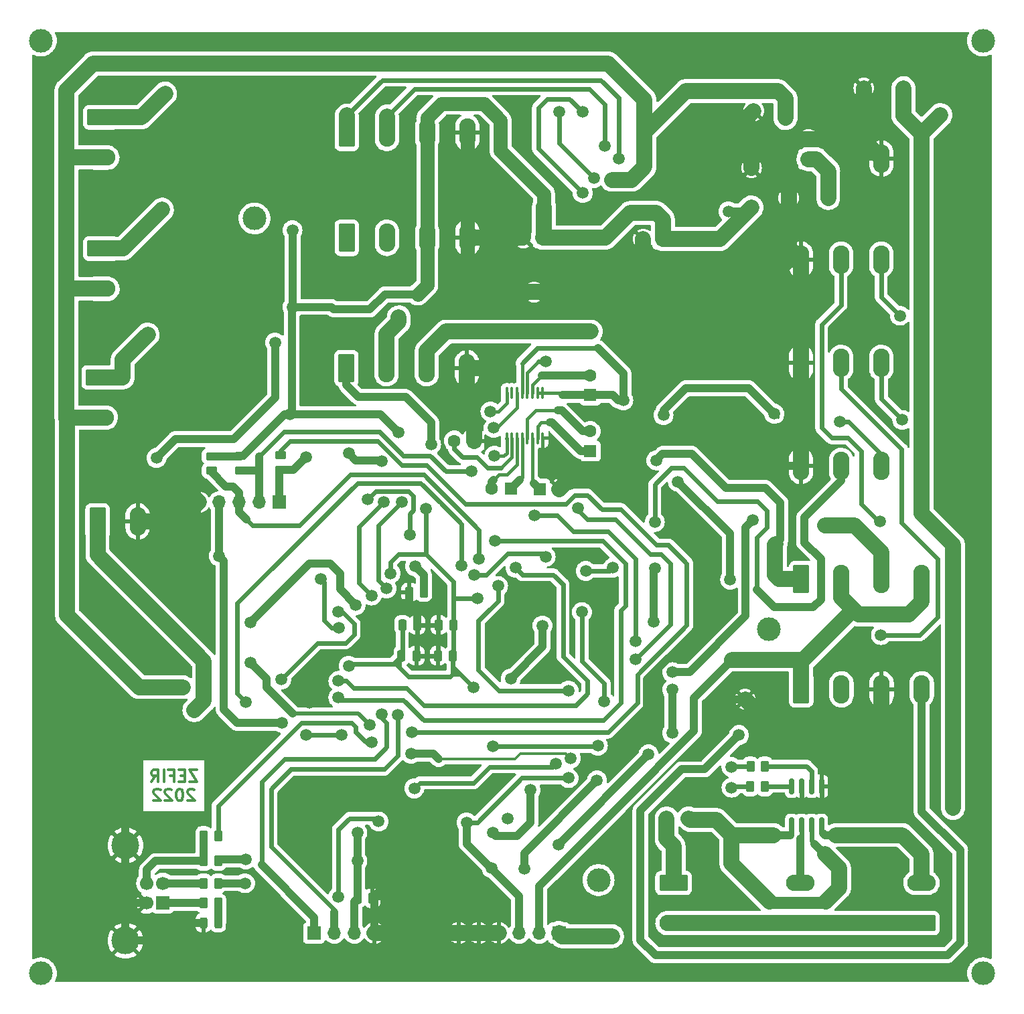
<source format=gbr>
%TF.GenerationSoftware,KiCad,Pcbnew,(6.0.8)*%
%TF.CreationDate,2022-10-21T20:54:02+03:00*%
%TF.ProjectId,commboard,636f6d6d-626f-4617-9264-2e6b69636164,rev?*%
%TF.SameCoordinates,Original*%
%TF.FileFunction,Copper,L2,Bot*%
%TF.FilePolarity,Positive*%
%FSLAX46Y46*%
G04 Gerber Fmt 4.6, Leading zero omitted, Abs format (unit mm)*
G04 Created by KiCad (PCBNEW (6.0.8)) date 2022-10-21 20:54:02*
%MOMM*%
%LPD*%
G01*
G04 APERTURE LIST*
G04 Aperture macros list*
%AMRoundRect*
0 Rectangle with rounded corners*
0 $1 Rounding radius*
0 $2 $3 $4 $5 $6 $7 $8 $9 X,Y pos of 4 corners*
0 Add a 4 corners polygon primitive as box body*
4,1,4,$2,$3,$4,$5,$6,$7,$8,$9,$2,$3,0*
0 Add four circle primitives for the rounded corners*
1,1,$1+$1,$2,$3*
1,1,$1+$1,$4,$5*
1,1,$1+$1,$6,$7*
1,1,$1+$1,$8,$9*
0 Add four rect primitives between the rounded corners*
20,1,$1+$1,$2,$3,$4,$5,0*
20,1,$1+$1,$4,$5,$6,$7,0*
20,1,$1+$1,$6,$7,$8,$9,0*
20,1,$1+$1,$8,$9,$2,$3,0*%
G04 Aperture macros list end*
%ADD10C,0.375000*%
%TA.AperFunction,NonConductor*%
%ADD11C,0.375000*%
%TD*%
%TA.AperFunction,ComponentPad*%
%ADD12RoundRect,0.249999X-1.550001X0.790001X-1.550001X-0.790001X1.550001X-0.790001X1.550001X0.790001X0*%
%TD*%
%TA.AperFunction,ComponentPad*%
%ADD13O,3.600000X2.080000*%
%TD*%
%TA.AperFunction,ComponentPad*%
%ADD14R,1.600000X1.600000*%
%TD*%
%TA.AperFunction,ComponentPad*%
%ADD15C,1.600000*%
%TD*%
%TA.AperFunction,ComponentPad*%
%ADD16RoundRect,0.249999X0.790001X1.550001X-0.790001X1.550001X-0.790001X-1.550001X0.790001X-1.550001X0*%
%TD*%
%TA.AperFunction,ComponentPad*%
%ADD17O,2.080000X3.600000*%
%TD*%
%TA.AperFunction,ComponentPad*%
%ADD18RoundRect,0.249999X1.550001X-0.790001X1.550001X0.790001X-1.550001X0.790001X-1.550001X-0.790001X0*%
%TD*%
%TA.AperFunction,ComponentPad*%
%ADD19RoundRect,0.249999X-0.790001X-1.550001X0.790001X-1.550001X0.790001X1.550001X-0.790001X1.550001X0*%
%TD*%
%TA.AperFunction,ComponentPad*%
%ADD20R,1.700000X1.700000*%
%TD*%
%TA.AperFunction,ComponentPad*%
%ADD21O,1.700000X1.700000*%
%TD*%
%TA.AperFunction,ComponentPad*%
%ADD22C,1.700000*%
%TD*%
%TA.AperFunction,ComponentPad*%
%ADD23C,3.500000*%
%TD*%
%TA.AperFunction,SMDPad,CuDef*%
%ADD24RoundRect,0.250000X-0.250000X-0.475000X0.250000X-0.475000X0.250000X0.475000X-0.250000X0.475000X0*%
%TD*%
%TA.AperFunction,SMDPad,CuDef*%
%ADD25RoundRect,0.250000X-0.262500X-0.450000X0.262500X-0.450000X0.262500X0.450000X-0.262500X0.450000X0*%
%TD*%
%TA.AperFunction,SMDPad,CuDef*%
%ADD26RoundRect,0.250000X-0.450000X0.262500X-0.450000X-0.262500X0.450000X-0.262500X0.450000X0.262500X0*%
%TD*%
%TA.AperFunction,SMDPad,CuDef*%
%ADD27RoundRect,0.250000X0.450000X-0.262500X0.450000X0.262500X-0.450000X0.262500X-0.450000X-0.262500X0*%
%TD*%
%TA.AperFunction,SMDPad,CuDef*%
%ADD28RoundRect,0.150000X-0.150000X0.825000X-0.150000X-0.825000X0.150000X-0.825000X0.150000X0.825000X0*%
%TD*%
%TA.AperFunction,SMDPad,CuDef*%
%ADD29RoundRect,0.250000X0.262500X0.450000X-0.262500X0.450000X-0.262500X-0.450000X0.262500X-0.450000X0*%
%TD*%
%TA.AperFunction,SMDPad,CuDef*%
%ADD30RoundRect,0.250000X0.250000X0.475000X-0.250000X0.475000X-0.250000X-0.475000X0.250000X-0.475000X0*%
%TD*%
%TA.AperFunction,SMDPad,CuDef*%
%ADD31RoundRect,0.250000X-0.375000X-0.625000X0.375000X-0.625000X0.375000X0.625000X-0.375000X0.625000X0*%
%TD*%
%TA.AperFunction,SMDPad,CuDef*%
%ADD32RoundRect,0.100000X0.100000X-0.637500X0.100000X0.637500X-0.100000X0.637500X-0.100000X-0.637500X0*%
%TD*%
%TA.AperFunction,SMDPad,CuDef*%
%ADD33RoundRect,0.243750X-0.243750X-0.456250X0.243750X-0.456250X0.243750X0.456250X-0.243750X0.456250X0*%
%TD*%
%TA.AperFunction,ViaPad*%
%ADD34C,3.000000*%
%TD*%
%TA.AperFunction,ViaPad*%
%ADD35C,1.500000*%
%TD*%
%TA.AperFunction,Conductor*%
%ADD36C,1.000000*%
%TD*%
%TA.AperFunction,Conductor*%
%ADD37C,0.600000*%
%TD*%
%TA.AperFunction,Conductor*%
%ADD38C,2.000000*%
%TD*%
%TA.AperFunction,Conductor*%
%ADD39C,1.750000*%
%TD*%
%TA.AperFunction,Conductor*%
%ADD40C,0.300000*%
%TD*%
%TA.AperFunction,Conductor*%
%ADD41C,0.400000*%
%TD*%
%TA.AperFunction,Conductor*%
%ADD42C,0.500000*%
%TD*%
%TA.AperFunction,Conductor*%
%ADD43C,0.200000*%
%TD*%
%TA.AperFunction,Conductor*%
%ADD44C,1.500000*%
%TD*%
G04 APERTURE END LIST*
D10*
D11*
X61348571Y-133861071D02*
X60348571Y-133861071D01*
X61348571Y-135361071D01*
X60348571Y-135361071D01*
X59777142Y-134575357D02*
X59277142Y-134575357D01*
X59062857Y-135361071D02*
X59777142Y-135361071D01*
X59777142Y-133861071D01*
X59062857Y-133861071D01*
X57920000Y-134575357D02*
X58420000Y-134575357D01*
X58420000Y-135361071D02*
X58420000Y-133861071D01*
X57705714Y-133861071D01*
X57134285Y-135361071D02*
X57134285Y-133861071D01*
X55562857Y-135361071D02*
X56062857Y-134646785D01*
X56420000Y-135361071D02*
X56420000Y-133861071D01*
X55848571Y-133861071D01*
X55705714Y-133932500D01*
X55634285Y-134003928D01*
X55562857Y-134146785D01*
X55562857Y-134361071D01*
X55634285Y-134503928D01*
X55705714Y-134575357D01*
X55848571Y-134646785D01*
X56420000Y-134646785D01*
X60991428Y-136418928D02*
X60920000Y-136347500D01*
X60777142Y-136276071D01*
X60420000Y-136276071D01*
X60277142Y-136347500D01*
X60205714Y-136418928D01*
X60134285Y-136561785D01*
X60134285Y-136704642D01*
X60205714Y-136918928D01*
X61062857Y-137776071D01*
X60134285Y-137776071D01*
X59205714Y-136276071D02*
X59062857Y-136276071D01*
X58920000Y-136347500D01*
X58848571Y-136418928D01*
X58777142Y-136561785D01*
X58705714Y-136847500D01*
X58705714Y-137204642D01*
X58777142Y-137490357D01*
X58848571Y-137633214D01*
X58920000Y-137704642D01*
X59062857Y-137776071D01*
X59205714Y-137776071D01*
X59348571Y-137704642D01*
X59420000Y-137633214D01*
X59491428Y-137490357D01*
X59562857Y-137204642D01*
X59562857Y-136847500D01*
X59491428Y-136561785D01*
X59420000Y-136418928D01*
X59348571Y-136347500D01*
X59205714Y-136276071D01*
X58134285Y-136418928D02*
X58062857Y-136347500D01*
X57920000Y-136276071D01*
X57562857Y-136276071D01*
X57420000Y-136347500D01*
X57348571Y-136418928D01*
X57277142Y-136561785D01*
X57277142Y-136704642D01*
X57348571Y-136918928D01*
X58205714Y-137776071D01*
X57277142Y-137776071D01*
X56705714Y-136418928D02*
X56634285Y-136347500D01*
X56491428Y-136276071D01*
X56134285Y-136276071D01*
X55991428Y-136347500D01*
X55920000Y-136418928D01*
X55848571Y-136561785D01*
X55848571Y-136704642D01*
X55920000Y-136918928D01*
X56777142Y-137776071D01*
X55848571Y-137776071D01*
D12*
%TO.P,J901,1,Pin_1*%
%TO.N,Net-(J901-Pad1)*%
X49230000Y-51318750D03*
D13*
%TO.P,J901,2,Pin_2*%
%TO.N,24V_Safe*%
X49230000Y-56398750D03*
%TD*%
D14*
%TO.P,C504,1*%
%TO.N,24V_Safe*%
X131700000Y-47994888D03*
D15*
%TO.P,C504,2*%
%TO.N,GND*%
X131700000Y-50494888D03*
%TD*%
D16*
%TO.P,J401,1,Pin_1*%
%TO.N,24V_Unsafe*%
X152910000Y-69318750D03*
D17*
%TO.P,J401,2,Pin_2*%
%TO.N,Net-(J401-Pad2)*%
X147830000Y-69318750D03*
%TO.P,J401,3,Pin_3*%
%TO.N,Net-(J401-Pad3)*%
X142750000Y-69318750D03*
%TO.P,J401,4,Pin_4*%
%TO.N,GND*%
X137670000Y-69318750D03*
%TD*%
D18*
%TO.P,J108,1,Pin_1*%
%TO.N,Net-(J107-Pad2)*%
X137600000Y-153240000D03*
D13*
%TO.P,J108,2,Pin_2*%
%TO.N,Net-(J108-Pad2)*%
X137600000Y-148160000D03*
%TD*%
D14*
%TO.P,C702,1*%
%TO.N,Net-(C702-Pad1)*%
X111055000Y-93543750D03*
D15*
%TO.P,C702,2*%
%TO.N,Net-(C702-Pad2)*%
X111055000Y-91043750D03*
%TD*%
D14*
%TO.P,C113,1*%
%TO.N,+3.3V*%
X105090000Y-66557500D03*
D15*
%TO.P,C113,2*%
%TO.N,GND*%
X102590000Y-66557500D03*
%TD*%
%TO.P,C107,1*%
%TO.N,24V_Safe*%
X130630000Y-119918750D03*
%TO.P,C107,2*%
%TO.N,GND*%
X130630000Y-124918750D03*
%TD*%
D16*
%TO.P,J201,1,Pin_1*%
%TO.N,24V_Unsafe*%
X152930000Y-95418750D03*
D17*
%TO.P,J201,2,Pin_2*%
%TO.N,Net-(J201-Pad2)*%
X147850000Y-95418750D03*
%TO.P,J201,3,Pin_3*%
%TO.N,Net-(J201-Pad3)*%
X142770000Y-95418750D03*
%TO.P,J201,4,Pin_4*%
%TO.N,GND*%
X137690000Y-95418750D03*
%TD*%
D14*
%TO.P,C701,1*%
%TO.N,Net-(C701-Pad1)*%
X104649887Y-98343750D03*
D15*
%TO.P,C701,2*%
%TO.N,GND*%
X107149887Y-98343750D03*
%TD*%
D19*
%TO.P,J101,1,Pin_1*%
%TO.N,24V_Safe*%
X137710000Y-123663750D03*
D17*
%TO.P,J101,2,Pin_2*%
%TO.N,unconnected-(J101-Pad2)*%
X142790000Y-123663750D03*
%TO.P,J101,3,Pin_3*%
%TO.N,GND*%
X147870000Y-123663750D03*
%TO.P,J101,4,Pin_4*%
%TO.N,Net-(J101-Pad4)*%
X152950000Y-123663750D03*
%TD*%
D12*
%TO.P,J1001,1,Pin_1*%
%TO.N,Net-(J1001-Pad1)*%
X49030000Y-84218750D03*
D13*
%TO.P,J1001,2,Pin_2*%
%TO.N,24V_Safe*%
X49030000Y-89298750D03*
%TD*%
D14*
%TO.P,C705,1*%
%TO.N,+3.3V*%
X111055000Y-86443750D03*
D15*
%TO.P,C705,2*%
%TO.N,Net-(C705-Pad2)*%
X111055000Y-83943750D03*
%TD*%
D14*
%TO.P,C704,1*%
%TO.N,GND*%
X96360112Y-92243750D03*
D15*
%TO.P,C704,2*%
%TO.N,Net-(C704-Pad2)*%
X93860112Y-92243750D03*
%TD*%
D20*
%TO.P,J112,1,Pin_1*%
%TO.N,24V_Unsafe*%
X107100000Y-154500000D03*
D21*
%TO.P,J112,2,Pin_2*%
%TO.N,24V_Safe*%
X104560000Y-154500000D03*
%TO.P,J112,3,Pin_3*%
%TO.N,+3.3V*%
X102020000Y-154500000D03*
%TO.P,J112,4,Pin_4*%
%TO.N,GND*%
X99480000Y-154500000D03*
%TO.P,J112,5,Pin_5*%
X96940000Y-154500000D03*
%TO.P,J112,6,Pin_6*%
X94400000Y-154500000D03*
%TD*%
D19*
%TO.P,J103,1,Pin_1*%
%TO.N,/InputModuleNC3/SW*%
X137710000Y-109741250D03*
D17*
%TO.P,J103,2,Pin_2*%
%TO.N,24V_Safe*%
X142790000Y-109741250D03*
%TO.P,J103,3,Pin_3*%
%TO.N,/InputModuleNC/SW*%
X147870000Y-109741250D03*
%TO.P,J103,4,Pin_4*%
%TO.N,24V_Safe*%
X152950000Y-109741250D03*
%TD*%
D20*
%TO.P,J104,1,Pin_1*%
%TO.N,ADC0*%
X76120000Y-154500000D03*
D21*
%TO.P,J104,2,Pin_2*%
%TO.N,ADC1*%
X78660000Y-154500000D03*
%TO.P,J104,3,Pin_3*%
%TO.N,+3.3V*%
X81200000Y-154500000D03*
%TO.P,J104,4,Pin_4*%
%TO.N,GND*%
X83740000Y-154500000D03*
%TD*%
D20*
%TO.P,J111,1,Pin_1*%
%TO.N,Net-(J111-Pad1)*%
X71740000Y-100000000D03*
D21*
%TO.P,J111,2,Pin_2*%
%TO.N,SWDIO*%
X69200000Y-100000000D03*
%TO.P,J111,3,Pin_3*%
%TO.N,SWCLK*%
X66660000Y-100000000D03*
%TO.P,J111,4,Pin_4*%
%TO.N,NRST*%
X64120000Y-100000000D03*
%TO.P,J111,5,Pin_5*%
%TO.N,GND*%
X61580000Y-100000000D03*
%TD*%
D18*
%TO.P,J109,1,Pin_1*%
%TO.N,Net-(J107-Pad2)*%
X152922500Y-153240000D03*
D13*
%TO.P,J109,2,Pin_2*%
%TO.N,Net-(J109-Pad2)*%
X152922500Y-148160000D03*
%TD*%
D12*
%TO.P,J801,1,Pin_1*%
%TO.N,Net-(J801-Pad1)*%
X49240000Y-67926250D03*
D13*
%TO.P,J801,2,Pin_2*%
%TO.N,24V_Safe*%
X49240000Y-73006250D03*
%TD*%
D15*
%TO.P,C116,1*%
%TO.N,24V_Safe*%
X103930000Y-78418750D03*
%TO.P,C116,2*%
%TO.N,GND*%
X103930000Y-73418750D03*
%TD*%
%TO.P,C506,1*%
%TO.N,+3.3V*%
X131430000Y-62718750D03*
%TO.P,C506,2*%
%TO.N,GND*%
X131430000Y-57718750D03*
%TD*%
%TO.P,C501,1*%
%TO.N,24V_Unsafe*%
X150630000Y-47618750D03*
%TO.P,C501,2*%
%TO.N,GND*%
X145630000Y-47618750D03*
%TD*%
D19*
%TO.P,J102,1,Pin_1*%
%TO.N,Net-(J102-Pad1)*%
X48760000Y-102422500D03*
D17*
%TO.P,J102,2,Pin_2*%
%TO.N,GND*%
X53840000Y-102422500D03*
%TD*%
D19*
%TO.P,J110,1,Pin_1*%
%TO.N,/RS232Interface/RS232_In*%
X80210000Y-83041250D03*
D17*
%TO.P,J110,2,Pin_2*%
%TO.N,/RS232Interface/RS232_Out*%
X85290000Y-83041250D03*
%TO.P,J110,3,Pin_3*%
%TO.N,24V_Safe*%
X90370000Y-83041250D03*
%TO.P,J110,4,Pin_4*%
%TO.N,GND*%
X95450000Y-83041250D03*
%TD*%
D19*
%TO.P,J106,1,Pin_1*%
%TO.N,Net-(J106-Pad1)*%
X80270000Y-66557500D03*
D17*
%TO.P,J106,2,Pin_2*%
%TO.N,Net-(J106-Pad2)*%
X85350000Y-66557500D03*
%TO.P,J106,3,Pin_3*%
%TO.N,+3.3V*%
X90430000Y-66557500D03*
%TO.P,J106,4,Pin_4*%
%TO.N,GND*%
X95510000Y-66557500D03*
%TD*%
D14*
%TO.P,C505,1*%
%TO.N,+3.3V*%
X120230000Y-66718750D03*
D15*
%TO.P,C505,2*%
%TO.N,GND*%
X117730000Y-66718750D03*
%TD*%
D12*
%TO.P,J107,1,Pin_1*%
%TO.N,Net-(J107-Pad1)*%
X121577500Y-148160000D03*
D13*
%TO.P,J107,2,Pin_2*%
%TO.N,Net-(J107-Pad2)*%
X121577500Y-153240000D03*
%TD*%
D19*
%TO.P,J105,1,Pin_1*%
%TO.N,Net-(J105-Pad1)*%
X80270000Y-53280000D03*
D17*
%TO.P,J105,2,Pin_2*%
%TO.N,Net-(J105-Pad2)*%
X85350000Y-53280000D03*
%TO.P,J105,3,Pin_3*%
%TO.N,+3.3V*%
X90430000Y-53280000D03*
%TO.P,J105,4,Pin_4*%
%TO.N,GND*%
X95510000Y-53280000D03*
%TD*%
D16*
%TO.P,J301,1,Pin_1*%
%TO.N,24V_Unsafe*%
X152930000Y-82374687D03*
D17*
%TO.P,J301,2,Pin_2*%
%TO.N,Net-(J301-Pad2)*%
X147850000Y-82374687D03*
%TO.P,J301,3,Pin_3*%
%TO.N,Net-(J301-Pad3)*%
X142770000Y-82374687D03*
%TO.P,J301,4,Pin_4*%
%TO.N,GND*%
X137690000Y-82374687D03*
%TD*%
D14*
%TO.P,C703,1*%
%TO.N,Net-(C703-Pad1)*%
X101060112Y-98243750D03*
D15*
%TO.P,C703,2*%
%TO.N,Net-(C703-Pad2)*%
X98560112Y-98243750D03*
%TD*%
D20*
%TO.P,J601,1,VBUS*%
%TO.N,Net-(J601-Pad1)*%
X57000000Y-150700000D03*
D22*
%TO.P,J601,2,D-*%
%TO.N,Net-(J601-Pad2)*%
X57000000Y-148200000D03*
%TO.P,J601,3,D+*%
%TO.N,Net-(J601-Pad3)*%
X55000000Y-148200000D03*
%TO.P,J601,4,GND*%
%TO.N,GND*%
X55000000Y-150700000D03*
D23*
%TO.P,J601,5,Shield*%
X52290000Y-143430000D03*
X52290000Y-155470000D03*
%TD*%
D16*
%TO.P,J501,1,Pin_1*%
%TO.N,24V_Unsafe*%
X152930000Y-56518750D03*
D17*
%TO.P,J501,2,Pin_2*%
%TO.N,GND*%
X147850000Y-56518750D03*
%TD*%
D14*
%TO.P,C502,1*%
%TO.N,24V_Safe*%
X138630000Y-56623863D03*
D15*
%TO.P,C502,2*%
%TO.N,GND*%
X138630000Y-54123863D03*
%TD*%
%TO.P,C503,1*%
%TO.N,24V_Safe*%
X141130000Y-61518750D03*
%TO.P,C503,2*%
%TO.N,GND*%
X136130000Y-61518750D03*
%TD*%
D24*
%TO.P,C103,1*%
%TO.N,+3.3V*%
X87280000Y-115518750D03*
%TO.P,C103,2*%
%TO.N,GND*%
X89180000Y-115518750D03*
%TD*%
D25*
%TO.P,R601,1*%
%TO.N,Net-(J601-Pad1)*%
X62175000Y-150700000D03*
%TO.P,R601,2*%
%TO.N,Net-(D601-Pad2)*%
X64000000Y-150700000D03*
%TD*%
D26*
%TO.P,R116,1*%
%TO.N,+3.3V*%
X63140000Y-94187500D03*
%TO.P,R116,2*%
%TO.N,SWCLK*%
X63140000Y-96012500D03*
%TD*%
%TO.P,R117,1*%
%TO.N,+3.3V*%
X66840000Y-94131250D03*
%TO.P,R117,2*%
%TO.N,SWDIO*%
X66840000Y-95956250D03*
%TD*%
D27*
%TO.P,R118,1*%
%TO.N,Net-(J111-Pad1)*%
X71940000Y-95900000D03*
%TO.P,R118,2*%
%TO.N,DebuggerSens*%
X71940000Y-94075000D03*
%TD*%
D28*
%TO.P,U103,1,+LED1*%
%TO.N,Net-(R112-Pad1)*%
X136495000Y-135925000D03*
%TO.P,U103,2,-LED1*%
%TO.N,GND*%
X137765000Y-135925000D03*
%TO.P,U103,3,+LED2*%
%TO.N,Net-(R113-Pad1)*%
X139035000Y-135925000D03*
%TO.P,U103,4,-LED2*%
%TO.N,GND*%
X140305000Y-135925000D03*
%TO.P,U103,5,ACLoad*%
%TO.N,Net-(J109-Pad2)*%
X140305000Y-140875000D03*
%TO.P,U103,6,ACLoad*%
%TO.N,Net-(U103-Pad6)*%
X139035000Y-140875000D03*
%TO.P,U103,7,ACLoad*%
%TO.N,Net-(J108-Pad2)*%
X137765000Y-140875000D03*
%TO.P,U103,8,ACLoad*%
%TO.N,Net-(U103-Pad6)*%
X136495000Y-140875000D03*
%TD*%
D29*
%TO.P,R103,1*%
%TO.N,Net-(R103-Pad1)*%
X90000000Y-111400000D03*
%TO.P,R103,2*%
%TO.N,GND*%
X88175000Y-111400000D03*
%TD*%
%TO.P,R113,1*%
%TO.N,Net-(R113-Pad1)*%
X133125000Y-133400000D03*
%TO.P,R113,2*%
%TO.N,AC_DRV2*%
X131300000Y-133400000D03*
%TD*%
D30*
%TO.P,C101,1*%
%TO.N,+3.3V*%
X93780000Y-115518750D03*
%TO.P,C101,2*%
%TO.N,GND*%
X91880000Y-115518750D03*
%TD*%
D24*
%TO.P,C104,1*%
%TO.N,+3.3V*%
X87180000Y-119418750D03*
%TO.P,C104,2*%
%TO.N,GND*%
X89080000Y-119418750D03*
%TD*%
D29*
%TO.P,R112,1*%
%TO.N,Net-(R112-Pad1)*%
X133100000Y-136000000D03*
%TO.P,R112,2*%
%TO.N,AC_DRV1*%
X131275000Y-136000000D03*
%TD*%
D31*
%TO.P,F101,1*%
%TO.N,Net-(J107-Pad1)*%
X120700000Y-140000000D03*
%TO.P,F101,2*%
%TO.N,Net-(U103-Pad6)*%
X123500000Y-140000000D03*
%TD*%
D30*
%TO.P,C106,1*%
%TO.N,+3.3V*%
X93680000Y-119418750D03*
%TO.P,C106,2*%
%TO.N,GND*%
X91780000Y-119418750D03*
%TD*%
D29*
%TO.P,R603,1*%
%TO.N,USBD-*%
X64000000Y-148200000D03*
%TO.P,R603,2*%
%TO.N,Net-(J601-Pad2)*%
X62175000Y-148200000D03*
%TD*%
D32*
%TO.P,U701,1,EN*%
%TO.N,GND*%
X105030000Y-91906250D03*
%TO.P,U701,2,C1+*%
%TO.N,Net-(C702-Pad1)*%
X104380000Y-91906250D03*
%TO.P,U701,3,V+*%
%TO.N,Net-(C701-Pad1)*%
X103730000Y-91906250D03*
%TO.P,U701,4,C1-*%
%TO.N,Net-(C702-Pad2)*%
X103080000Y-91906250D03*
%TO.P,U701,5,C2+*%
%TO.N,Net-(C703-Pad1)*%
X102430000Y-91906250D03*
%TO.P,U701,6,C2-*%
%TO.N,Net-(C703-Pad2)*%
X101780000Y-91906250D03*
%TO.P,U701,7,V-*%
%TO.N,Net-(C704-Pad2)*%
X101130000Y-91906250D03*
%TO.P,U701,8,RIN*%
%TO.N,/RS232Interface/RS232_In*%
X100480000Y-91906250D03*
%TO.P,U701,9,ROUT*%
%TO.N,RS232_Rx*%
X100480000Y-86181250D03*
%TO.P,U701,10,INVALID*%
%TO.N,unconnected-(U701-Pad10)*%
X101130000Y-86181250D03*
%TO.P,U701,11,DIN*%
%TO.N,RS232_Tx*%
X101780000Y-86181250D03*
%TO.P,U701,12,FORCEON*%
%TO.N,+3.3V*%
X102430000Y-86181250D03*
%TO.P,U701,13,DOUT*%
%TO.N,/RS232Interface/RS232_Out*%
X103080000Y-86181250D03*
%TO.P,U701,14,GND*%
%TO.N,Net-(C705-Pad2)*%
X103730000Y-86181250D03*
%TO.P,U701,15,Vcc*%
%TO.N,+3.3V*%
X104380000Y-86181250D03*
%TO.P,U701,16,FORCEOFF*%
X105030000Y-86181250D03*
%TD*%
D29*
%TO.P,R604,1*%
%TO.N,+3.3V*%
X64000000Y-145400000D03*
%TO.P,R604,2*%
%TO.N,Net-(J601-Pad3)*%
X62175000Y-145400000D03*
%TD*%
%TO.P,R602,1*%
%TO.N,USBD+*%
X63987500Y-142200000D03*
%TO.P,R602,2*%
%TO.N,Net-(J601-Pad3)*%
X62162500Y-142200000D03*
%TD*%
D24*
%TO.P,C109,1*%
%TO.N,+3.3V*%
X81600000Y-150100000D03*
%TO.P,C109,2*%
%TO.N,GND*%
X83500000Y-150100000D03*
%TD*%
D33*
%TO.P,D601,1,K*%
%TO.N,GND*%
X62125000Y-153200000D03*
%TO.P,D601,2,A*%
%TO.N,Net-(D601-Pad2)*%
X64000000Y-153200000D03*
%TD*%
D34*
%TO.N,*%
X160700000Y-159600000D03*
X41600000Y-159600000D03*
X160700000Y-41600000D03*
X41600000Y-41600000D03*
X112100000Y-147800000D03*
X133600000Y-116100000D03*
X68600000Y-64100000D03*
D35*
%TO.N,+3.3V*%
X67500000Y-145200000D03*
X90300000Y-100800000D03*
X105200000Y-62600000D03*
X95400000Y-140500000D03*
X122130000Y-97397500D03*
X128530000Y-63218750D03*
X96800000Y-112200000D03*
X73400000Y-65600000D03*
X73095238Y-88895238D03*
X85800000Y-109000000D03*
X89230000Y-73718750D03*
X81600000Y-141800000D03*
X128730000Y-109797500D03*
X80500000Y-120700000D03*
X98600000Y-146300000D03*
X115230000Y-87118750D03*
X108300000Y-134900000D03*
X96300000Y-123400000D03*
X86800000Y-91200000D03*
X73400000Y-75300000D03*
X81600000Y-145400000D03*
%TO.N,GND*%
X132030000Y-96097500D03*
X48300000Y-129300000D03*
X75550000Y-125350000D03*
X98700000Y-136200000D03*
X127800000Y-111900000D03*
X130930000Y-54118750D03*
X88900000Y-138400000D03*
X113100000Y-116100000D03*
X102400000Y-111300000D03*
X105800000Y-111100000D03*
X126100000Y-130400000D03*
X70500000Y-129700000D03*
X72300000Y-137900000D03*
X67600000Y-131700000D03*
X97190000Y-73457500D03*
X114700000Y-95200000D03*
X109900000Y-111100000D03*
X59200000Y-97400000D03*
X82800000Y-135900000D03*
X100830000Y-81118750D03*
X114700000Y-132900000D03*
X101300000Y-63100000D03*
X117730000Y-70718750D03*
%TO.N,Net-(C102-Pad1)*%
X79200000Y-113900000D03*
X72000000Y-122400000D03*
%TO.N,24V_Safe*%
X113830000Y-59218750D03*
X151330000Y-114218750D03*
X141130000Y-58118750D03*
X113830000Y-59218750D03*
X111130000Y-78418750D03*
X59500000Y-123400000D03*
X135730000Y-51418750D03*
%TO.N,NRST*%
X72100000Y-127900000D03*
X64100000Y-106800000D03*
%TO.N,24V_Unsafe*%
X156900000Y-138700000D03*
X113800000Y-154900000D03*
X155330000Y-51018750D03*
%TO.N,SWDIO*%
X96000000Y-96100000D03*
%TO.N,SWCLK*%
X97000000Y-107200000D03*
%TO.N,Net-(J101-Pad4)*%
X129850000Y-129450000D03*
%TO.N,Net-(J102-Pad1)*%
X61000000Y-126300000D03*
%TO.N,/InputModuleNC3/SW*%
X119400000Y-94700000D03*
%TO.N,/InputModuleNC/SW*%
X140730000Y-102918750D03*
%TO.N,ADC0*%
X84700000Y-126800000D03*
%TO.N,Net-(J201-Pad2)*%
X142600000Y-89800000D03*
X120300000Y-89000000D03*
X134300000Y-88800000D03*
%TO.N,Net-(J201-Pad3)*%
X119200000Y-102500000D03*
%TO.N,Net-(J301-Pad2)*%
X79200000Y-149900000D03*
X84300000Y-140400000D03*
X150500000Y-89600000D03*
%TO.N,Net-(J301-Pad3)*%
X147800000Y-116800000D03*
%TO.N,Net-(J401-Pad2)*%
X100600000Y-140000000D03*
X150200000Y-76400000D03*
%TO.N,Net-(J401-Pad3)*%
X103500000Y-136400000D03*
X147700000Y-102400000D03*
X98700000Y-141800000D03*
%TO.N,ADC1*%
X86700000Y-126900000D03*
%TO.N,LedPWMPin*%
X68100000Y-120300000D03*
X83200000Y-128200000D03*
%TO.N,Net-(J105-Pad1)*%
X114630000Y-56518750D03*
%TO.N,Net-(J105-Pad2)*%
X112900000Y-54900000D03*
%TO.N,objectSensorPin*%
X121400000Y-123700000D03*
X121400000Y-129200000D03*
%TO.N,USBD+*%
X83400000Y-130400000D03*
X98700000Y-130900000D03*
X112800000Y-125200000D03*
X110000000Y-113900000D03*
X112000000Y-130800000D03*
%TO.N,USBD-*%
X101000000Y-122300000D03*
X102700000Y-146400000D03*
X111900000Y-135200000D03*
X67400000Y-148200000D03*
X105000000Y-115600000D03*
%TO.N,RS232_Tx*%
X79200000Y-122600000D03*
X101600000Y-108300000D03*
X98830000Y-90618750D03*
%TO.N,RS232_Rx*%
X99000000Y-104900000D03*
X98430000Y-88518750D03*
X79200000Y-124700000D03*
%TO.N,RS4851_Rx2*%
X75100000Y-129400000D03*
X79600000Y-129400000D03*
%TO.N,RS4851_Tx3*%
X106700000Y-133100000D03*
X88800000Y-136200000D03*
%TO.N,RS4851_Rx3*%
X88400000Y-131800000D03*
X108600000Y-132400000D03*
%TO.N,RS4851_Tx1*%
X113900000Y-108300000D03*
X110500000Y-108700000D03*
%TO.N,RS4851_Control1*%
X96400000Y-109200000D03*
X105400000Y-106900000D03*
%TO.N,RS4851_Control2*%
X94800000Y-108000000D03*
X67500000Y-125300000D03*
%TO.N,RS4851_Control3*%
X108300000Y-123815898D03*
X107000000Y-143300000D03*
X118400000Y-131900000D03*
X99400000Y-110600000D03*
%TO.N,/RS232Interface/RS232_In*%
X98930000Y-94118750D03*
X90930000Y-92700000D03*
%TO.N,/RS232Interface/RS232_Out*%
X105400000Y-82218750D03*
X86830000Y-76618750D03*
%TO.N,Net-(J801-Pad1)*%
X56900000Y-63000000D03*
%TO.N,Net-(J901-Pad1)*%
X57300000Y-48300000D03*
%TO.N,Net-(J1001-Pad1)*%
X55100000Y-78800000D03*
%TO.N,Net-(R103-Pad1)*%
X88900000Y-108100000D03*
%TO.N,Net-(R105-Pad1)*%
X77000000Y-109700000D03*
X79300000Y-115900000D03*
%TO.N,EEPROM_SDA*%
X82900000Y-99600000D03*
X88200000Y-104100000D03*
%TO.N,AC_DRV1*%
X128900000Y-136100000D03*
%TO.N,AC_DRV2*%
X128900000Y-133500000D03*
%TO.N,LOADCELL_SCL*%
X111500000Y-59000000D03*
X107100000Y-50600000D03*
X116800000Y-119900000D03*
X109500000Y-100700000D03*
%TO.N,EXTINT0*%
X80500000Y-93800000D03*
X87200000Y-100000000D03*
X84700000Y-94800000D03*
X85300000Y-110900000D03*
%TO.N,EXTINT1*%
X84900000Y-100000000D03*
X83400000Y-111800000D03*
%TO.N,EXTINT2*%
X81400000Y-113000000D03*
X68100000Y-115200000D03*
X71200000Y-79800000D03*
X56200000Y-94400000D03*
%TO.N,SW_In1*%
X119100000Y-115100000D03*
X119200000Y-108400000D03*
%TO.N,SW_In0*%
X131600000Y-102300000D03*
X121400000Y-121500000D03*
%TO.N,Net-(J111-Pad1)*%
X75100000Y-94300000D03*
%TO.N,LOADCELL_SDA*%
X110100000Y-60900000D03*
X110050000Y-50650000D03*
X116800000Y-117600000D03*
X104000000Y-101700000D03*
%TO.N,DebuggerSens*%
X88500000Y-129100000D03*
%TD*%
D36*
%TO.N,+3.3V*%
X73095238Y-88895238D02*
X72404762Y-88895238D01*
X73300000Y-78000000D02*
X73300000Y-77237500D01*
X98600000Y-146300000D02*
X98600000Y-146400000D01*
D37*
X89230000Y-73718750D02*
X89230000Y-74018750D01*
D36*
X102020000Y-149820000D02*
X102020000Y-154500000D01*
D38*
X105200000Y-66447500D02*
X105090000Y-66557500D01*
D36*
X78600000Y-75600000D02*
X78300000Y-75300000D01*
D39*
X99700000Y-51700000D02*
X97600000Y-49600000D01*
D37*
X80700000Y-120500000D02*
X84700000Y-120500000D01*
D40*
X67168750Y-94131250D02*
X66840000Y-94131250D01*
D36*
X89230000Y-73718750D02*
X85081250Y-73718750D01*
X98500000Y-146300000D02*
X95400000Y-143200000D01*
D37*
X110030000Y-80518750D02*
X112030000Y-80518750D01*
X88000000Y-122000000D02*
X86500000Y-120500000D01*
D40*
X87280000Y-119318750D02*
X87180000Y-119418750D01*
D37*
X102430000Y-82418750D02*
X104330000Y-80518750D01*
X86098750Y-120500000D02*
X87180000Y-119418750D01*
D41*
X115230000Y-87118750D02*
X114580000Y-87118750D01*
D39*
X89230000Y-73718750D02*
X89279375Y-73718750D01*
D36*
X73300000Y-75400000D02*
X73400000Y-75300000D01*
D37*
X88100000Y-122100000D02*
X88000000Y-122000000D01*
X96800000Y-112200000D02*
X93800000Y-112200000D01*
X96800000Y-140500000D02*
X95400000Y-140500000D01*
D36*
X73400000Y-75300000D02*
X73400000Y-65600000D01*
D37*
X93680000Y-120480000D02*
X93680000Y-121720000D01*
D36*
X73300000Y-88690476D02*
X73300000Y-78000000D01*
X113905000Y-86443750D02*
X111055000Y-86443750D01*
D39*
X89279375Y-73718750D02*
X90430000Y-72568125D01*
D37*
X93300000Y-122100000D02*
X88100000Y-122100000D01*
D36*
X112030000Y-80518750D02*
X113480000Y-81968750D01*
X113480000Y-81968750D02*
X115230000Y-83718750D01*
D37*
X90300000Y-106600000D02*
X92950000Y-109250000D01*
D40*
X93780000Y-119318750D02*
X93680000Y-119418750D01*
D37*
X84700000Y-120500000D02*
X86098750Y-120500000D01*
D36*
X81200000Y-154500000D02*
X81200000Y-150500000D01*
D38*
X120230000Y-64218750D02*
X120230000Y-66718750D01*
D41*
X102430000Y-86181250D02*
X102430000Y-82918750D01*
D37*
X93780000Y-115518750D02*
X93780000Y-119318750D01*
D36*
X111055000Y-86443750D02*
X107555000Y-86443750D01*
X128730000Y-103997500D02*
X128730000Y-109797500D01*
X81200000Y-150500000D02*
X81600000Y-150100000D01*
D40*
X96800000Y-112200000D02*
X96200000Y-112200000D01*
D36*
X98600000Y-146300000D02*
X98500000Y-146300000D01*
X63140000Y-94187500D02*
X66783750Y-94187500D01*
X83200000Y-75600000D02*
X78600000Y-75600000D01*
X72404762Y-88895238D02*
X67168750Y-94131250D01*
D37*
X108300000Y-134900000D02*
X102400000Y-134900000D01*
X93680000Y-120480000D02*
X93680000Y-120780000D01*
X113480000Y-81968750D02*
X114730000Y-83218750D01*
D40*
X93800000Y-112200000D02*
X93780000Y-112220000D01*
D38*
X112942500Y-66557500D02*
X116081250Y-63418750D01*
D40*
X80500000Y-120700000D02*
X80700000Y-120500000D01*
D37*
X85800000Y-107600000D02*
X86800000Y-106600000D01*
X90300000Y-100800000D02*
X90300000Y-106600000D01*
X94600000Y-121700000D02*
X93700000Y-121700000D01*
D36*
X130930000Y-63218750D02*
X131430000Y-62718750D01*
D39*
X90430000Y-66557500D02*
X90430000Y-53280000D01*
X105200000Y-62600000D02*
X105200000Y-60988750D01*
D41*
X107280000Y-86168750D02*
X104380000Y-86168750D01*
D36*
X73095238Y-88895238D02*
X73300000Y-88690476D01*
D37*
X93780000Y-115518750D02*
X93780000Y-112220000D01*
X86500000Y-120500000D02*
X84700000Y-120500000D01*
D39*
X92248750Y-49600000D02*
X90430000Y-51418750D01*
D36*
X128530000Y-63218750D02*
X130930000Y-63218750D01*
X64200000Y-145200000D02*
X64000000Y-145400000D01*
D37*
X104330000Y-80518750D02*
X106430000Y-80518750D01*
D36*
X73095238Y-88895238D02*
X84495238Y-88895238D01*
D38*
X127430000Y-66718750D02*
X131430000Y-62718750D01*
D37*
X88000000Y-122000000D02*
X86900000Y-120900000D01*
D38*
X105090000Y-66557500D02*
X112942500Y-66557500D01*
D39*
X97600000Y-49600000D02*
X92248750Y-49600000D01*
D36*
X84495238Y-88895238D02*
X86800000Y-91200000D01*
D37*
X102400000Y-134900000D02*
X96800000Y-140500000D01*
D36*
X81600000Y-150100000D02*
X81600000Y-145400000D01*
D39*
X99700000Y-55488750D02*
X99700000Y-51700000D01*
D37*
X93680000Y-119418750D02*
X93680000Y-120480000D01*
D39*
X90430000Y-72568125D02*
X90430000Y-66557500D01*
D37*
X86900000Y-120900000D02*
X86900000Y-119698750D01*
D36*
X95400000Y-143200000D02*
X95400000Y-140500000D01*
D37*
X93700000Y-121700000D02*
X93300000Y-122100000D01*
D36*
X98600000Y-146400000D02*
X102020000Y-149820000D01*
D37*
X87280000Y-115518750D02*
X87280000Y-119318750D01*
X93780000Y-110080000D02*
X92950000Y-109250000D01*
D36*
X122130000Y-97397500D02*
X128730000Y-103997500D01*
X67500000Y-145200000D02*
X64200000Y-145200000D01*
X85081250Y-73718750D02*
X83200000Y-75600000D01*
X66783750Y-94187500D02*
X66840000Y-94131250D01*
D39*
X105200000Y-60988750D02*
X99700000Y-55488750D01*
D37*
X95900000Y-112200000D02*
X96800000Y-112200000D01*
D36*
X73300000Y-78000000D02*
X73300000Y-75400000D01*
D37*
X93780000Y-114620000D02*
X93780000Y-115518750D01*
D39*
X90430000Y-51418750D02*
X90430000Y-53280000D01*
D40*
X73095238Y-88895238D02*
X73290476Y-88700000D01*
D36*
X115230000Y-83718750D02*
X115230000Y-87118750D01*
D37*
X93780000Y-112220000D02*
X93780000Y-110080000D01*
D38*
X105200000Y-62600000D02*
X105200000Y-66447500D01*
X119430000Y-63418750D02*
X120230000Y-64218750D01*
D37*
X93680000Y-121720000D02*
X93300000Y-122100000D01*
D36*
X81600000Y-141800000D02*
X81600000Y-145400000D01*
X114580000Y-87118750D02*
X113905000Y-86443750D01*
D37*
X85800000Y-109000000D02*
X85800000Y-107600000D01*
D41*
X107555000Y-86443750D02*
X107280000Y-86168750D01*
X102430000Y-82918750D02*
X102430000Y-82418750D01*
D37*
X86800000Y-106600000D02*
X90300000Y-106600000D01*
X93680000Y-120780000D02*
X96300000Y-123400000D01*
X106430000Y-80518750D02*
X112030000Y-80518750D01*
D36*
X78300000Y-75300000D02*
X73400000Y-75300000D01*
D38*
X116081250Y-63418750D02*
X119430000Y-63418750D01*
D37*
X86900000Y-119698750D02*
X87180000Y-119418750D01*
X96300000Y-123400000D02*
X94600000Y-121700000D01*
D38*
X120230000Y-66718750D02*
X127430000Y-66718750D01*
%TO.N,GND*%
X134730000Y-70718750D02*
X136130000Y-69318750D01*
D37*
X84000000Y-114200000D02*
X84650000Y-113550000D01*
D39*
X95510000Y-71777500D02*
X97190000Y-73457500D01*
D36*
X87000000Y-112800000D02*
X88175000Y-112800000D01*
D38*
X117730000Y-91770000D02*
X113850000Y-95650000D01*
D37*
X102400000Y-111300000D02*
X105600000Y-111300000D01*
X106805625Y-95694375D02*
X107149887Y-96038637D01*
D38*
X59157500Y-102422500D02*
X61580000Y-100000000D01*
X112800000Y-96700000D02*
X108793637Y-96700000D01*
D36*
X120900000Y-119700000D02*
X122300000Y-119700000D01*
X69600000Y-129700000D02*
X67600000Y-131700000D01*
D37*
X85400000Y-112800000D02*
X88175000Y-112800000D01*
D38*
X135430000Y-54218750D02*
X135524887Y-54123863D01*
D36*
X132708750Y-95418750D02*
X132030000Y-96097500D01*
D38*
X103930000Y-73418750D02*
X109330000Y-73418750D01*
D37*
X112200000Y-112000000D02*
X113100000Y-112900000D01*
D36*
X118200000Y-129400000D02*
X118200000Y-122400000D01*
D37*
X81900000Y-118900000D02*
X80000000Y-118900000D01*
X106805625Y-95694375D02*
X107811250Y-96700000D01*
D38*
X147870000Y-129418750D02*
X147870000Y-123663750D01*
D41*
X105030000Y-91918750D02*
X105030000Y-93918750D01*
D36*
X81200000Y-138400000D02*
X82700000Y-138400000D01*
D38*
X117730000Y-70718750D02*
X134730000Y-70718750D01*
D36*
X83500000Y-150100000D02*
X83740000Y-150340000D01*
D38*
X95450000Y-89438750D02*
X95450000Y-83041250D01*
D37*
X98700000Y-136200000D02*
X96500000Y-138400000D01*
D38*
X115030000Y-73418750D02*
X117730000Y-73418750D01*
X135430000Y-58718750D02*
X135430000Y-54218750D01*
D36*
X126500000Y-130000000D02*
X126500000Y-126600000D01*
X82700000Y-138400000D02*
X82700000Y-136000000D01*
D38*
X130930000Y-54118750D02*
X131430000Y-54618750D01*
D36*
X61640000Y-100060000D02*
X61580000Y-100000000D01*
D38*
X137690000Y-82374687D02*
X137690000Y-69338750D01*
D36*
X57230000Y-155470000D02*
X52290000Y-155470000D01*
D37*
X137765000Y-137765000D02*
X138300000Y-138300000D01*
X138300000Y-138300000D02*
X139200000Y-138300000D01*
D36*
X52290000Y-150490000D02*
X52290000Y-155470000D01*
D38*
X145630000Y-54298750D02*
X147850000Y-56518750D01*
X135130000Y-129418750D02*
X147870000Y-129418750D01*
D36*
X80700000Y-137900000D02*
X81200000Y-138400000D01*
X55000000Y-150700000D02*
X52500000Y-150700000D01*
D38*
X103930000Y-73418750D02*
X97228750Y-73418750D01*
X145455113Y-54123863D02*
X147850000Y-56518750D01*
D37*
X83100000Y-117700000D02*
X81900000Y-118900000D01*
D36*
X52290000Y-143430000D02*
X52290000Y-150490000D01*
X88900000Y-144700000D02*
X88900000Y-138400000D01*
D37*
X76600000Y-122300000D02*
X75550000Y-123350000D01*
D38*
X94400000Y-154500000D02*
X96940000Y-154500000D01*
X146400000Y-138300000D02*
X147870000Y-136830000D01*
D36*
X82700000Y-136000000D02*
X82800000Y-135900000D01*
X83300000Y-138400000D02*
X88900000Y-138400000D01*
X70500000Y-129700000D02*
X69600000Y-129700000D01*
D37*
X83100000Y-117700000D02*
X84000000Y-116800000D01*
D36*
X88175000Y-112800000D02*
X88175000Y-111400000D01*
D40*
X105600000Y-111300000D02*
X105800000Y-111100000D01*
D37*
X137765000Y-135925000D02*
X137765000Y-137765000D01*
D38*
X136130000Y-69318750D02*
X137670000Y-69318750D01*
X136130000Y-67778750D02*
X137670000Y-69318750D01*
D37*
X84650000Y-113550000D02*
X85400000Y-112800000D01*
D38*
X98907500Y-83041250D02*
X95450000Y-83041250D01*
D37*
X95532500Y-53257500D02*
X95510000Y-53280000D01*
D38*
X136130000Y-61518750D02*
X136130000Y-67778750D01*
D36*
X126100000Y-130400000D02*
X126500000Y-130000000D01*
D38*
X96940000Y-154500000D02*
X99480000Y-154500000D01*
X135524887Y-54123863D02*
X130924887Y-54123863D01*
D40*
X114700000Y-95200000D02*
X114300000Y-95200000D01*
D37*
X140305000Y-137795000D02*
X140305000Y-135925000D01*
X139200000Y-138300000D02*
X139800000Y-138300000D01*
X139800000Y-138300000D02*
X140305000Y-137795000D01*
X113100000Y-112900000D02*
X113100000Y-116100000D01*
D38*
X117730000Y-73418750D02*
X117730000Y-70718750D01*
D36*
X118200000Y-122400000D02*
X120900000Y-119700000D01*
D40*
X89180000Y-119318750D02*
X89080000Y-119418750D01*
X82800000Y-137900000D02*
X83300000Y-138400000D01*
D38*
X102590000Y-66557500D02*
X95510000Y-66557500D01*
D40*
X114300000Y-95200000D02*
X113850000Y-95650000D01*
D38*
X83740000Y-154500000D02*
X94400000Y-154500000D01*
X130924887Y-54123863D02*
X130930000Y-54118750D01*
X131430000Y-54618750D02*
X131430000Y-57718750D01*
D37*
X91780000Y-119418750D02*
X91780000Y-115618750D01*
D40*
X52500000Y-150700000D02*
X52290000Y-150490000D01*
D37*
X107149887Y-96038637D02*
X107149887Y-98343750D01*
D36*
X114700000Y-132900000D02*
X118200000Y-129400000D01*
D39*
X95510000Y-66557500D02*
X95510000Y-71777500D01*
D38*
X117730000Y-73418750D02*
X117730000Y-91770000D01*
X145630000Y-47618750D02*
X145630000Y-54298750D01*
X101300000Y-63100000D02*
X102590000Y-64390000D01*
D36*
X82700000Y-138400000D02*
X83300000Y-138400000D01*
D37*
X91880000Y-115518750D02*
X89180000Y-115518750D01*
D38*
X100290000Y-66557500D02*
X102590000Y-66557500D01*
X102590000Y-64390000D02*
X102590000Y-66557500D01*
D37*
X75550000Y-123350000D02*
X75550000Y-125350000D01*
D36*
X122300000Y-119700000D02*
X127800000Y-114200000D01*
D38*
X130930000Y-54118750D02*
X130930000Y-51264888D01*
X96360112Y-92243750D02*
X96360112Y-90348862D01*
D36*
X126500000Y-126600000D02*
X128181250Y-124918750D01*
D38*
X96360112Y-90348862D02*
X95450000Y-89438750D01*
D40*
X89180000Y-115180000D02*
X89180000Y-115518750D01*
D36*
X88200000Y-112800000D02*
X87000000Y-112800000D01*
X128181250Y-124918750D02*
X130630000Y-124918750D01*
D38*
X136130000Y-59418750D02*
X135430000Y-58718750D01*
D37*
X89180000Y-115518750D02*
X89180000Y-119318750D01*
X107811250Y-96700000D02*
X108793637Y-96700000D01*
D38*
X137690000Y-95418750D02*
X137690000Y-82374687D01*
D36*
X59500000Y-153200000D02*
X57230000Y-155470000D01*
X137690000Y-95418750D02*
X132708750Y-95418750D01*
D40*
X91780000Y-115618750D02*
X91880000Y-115518750D01*
D36*
X127800000Y-114200000D02*
X127800000Y-111900000D01*
D38*
X97228750Y-73418750D02*
X97190000Y-73457500D01*
X100830000Y-81118750D02*
X98907500Y-83041250D01*
D36*
X89180000Y-115518750D02*
X89180000Y-113780000D01*
D37*
X80000000Y-118900000D02*
X76600000Y-122300000D01*
D38*
X56622500Y-102422500D02*
X59157500Y-102422500D01*
D36*
X62125000Y-153200000D02*
X59500000Y-153200000D01*
X83740000Y-150340000D02*
X83740000Y-154500000D01*
D38*
X113850000Y-95650000D02*
X112800000Y-96700000D01*
X137690000Y-69338750D02*
X137670000Y-69318750D01*
X135524887Y-54123863D02*
X138630000Y-54123863D01*
D37*
X89200000Y-115160000D02*
X89180000Y-115180000D01*
D36*
X59200000Y-97400000D02*
X59200000Y-97620000D01*
D37*
X89080000Y-119418750D02*
X91780000Y-119418750D01*
D38*
X108793637Y-96700000D02*
X107149887Y-98343750D01*
D37*
X111300000Y-111100000D02*
X112200000Y-112000000D01*
D38*
X59200000Y-97620000D02*
X61580000Y-100000000D01*
D37*
X105030000Y-93918750D02*
X106805625Y-95694375D01*
X109900000Y-111100000D02*
X111300000Y-111100000D01*
D38*
X109330000Y-73418750D02*
X115030000Y-73418750D01*
X130630000Y-124918750D02*
X135130000Y-129418750D01*
X147870000Y-136830000D02*
X147870000Y-129418750D01*
D36*
X87000000Y-112800000D02*
X85400000Y-112800000D01*
X83500000Y-150100000D02*
X88900000Y-144700000D01*
X139200000Y-138300000D02*
X146400000Y-138300000D01*
D38*
X130930000Y-51264888D02*
X131700000Y-50494888D01*
D37*
X84000000Y-116800000D02*
X84000000Y-114200000D01*
D36*
X89180000Y-113780000D02*
X88200000Y-112800000D01*
D38*
X138630000Y-54123863D02*
X145455113Y-54123863D01*
X136130000Y-61518750D02*
X136130000Y-59418750D01*
X53840000Y-102422500D02*
X56622500Y-102422500D01*
D36*
X72300000Y-137900000D02*
X80700000Y-137900000D01*
X52290000Y-143430000D02*
X52290000Y-133290000D01*
D38*
X117730000Y-70718750D02*
X117730000Y-66718750D01*
D39*
X95510000Y-53280000D02*
X95510000Y-66557500D01*
D36*
X52290000Y-133290000D02*
X48300000Y-129300000D01*
D37*
X96500000Y-138400000D02*
X88900000Y-138400000D01*
%TO.N,Net-(C102-Pad1)*%
X81200000Y-116700000D02*
X80100000Y-117800000D01*
X79200000Y-113900000D02*
X79700000Y-113900000D01*
X79700000Y-113900000D02*
X81200000Y-115400000D01*
X80100000Y-117800000D02*
X76600000Y-117800000D01*
X81200000Y-115400000D02*
X81200000Y-116700000D01*
X76600000Y-117800000D02*
X72000000Y-122400000D01*
D38*
%TO.N,24V_Safe*%
X117900000Y-49100000D02*
X117900000Y-53200000D01*
D36*
X124125615Y-128974385D02*
X124125615Y-124774385D01*
D38*
X44830000Y-89370000D02*
X44830000Y-73018750D01*
D36*
X44842500Y-73006250D02*
X44830000Y-73018750D01*
D38*
X49240000Y-73006250D02*
X44842500Y-73006250D01*
X138630000Y-56623863D02*
X139635113Y-56623863D01*
X109200000Y-44500000D02*
X106300000Y-44500000D01*
D36*
X104560000Y-148540000D02*
X104560000Y-154500000D01*
D38*
X109300000Y-44500000D02*
X106300000Y-44500000D01*
D36*
X143730000Y-114218750D02*
X144930000Y-114218750D01*
D38*
X117900000Y-53200000D02*
X117900000Y-57600000D01*
X139635113Y-56623863D02*
X141130000Y-58118750D01*
X128981250Y-119918750D02*
X130630000Y-119918750D01*
X117900000Y-53200000D02*
X123105112Y-47994888D01*
X92830000Y-78418750D02*
X103930000Y-78418750D01*
X102400000Y-44500000D02*
X109200000Y-44500000D01*
X137710000Y-120238750D02*
X143730000Y-114218750D01*
D36*
X114800000Y-138300000D02*
X124125615Y-128974385D01*
D38*
X111130000Y-78418750D02*
X103930000Y-78418750D01*
X135730000Y-48930000D02*
X134794888Y-47994888D01*
X48200000Y-44500000D02*
X44830000Y-47870000D01*
D36*
X137390000Y-119918750D02*
X137710000Y-120238750D01*
D38*
X142790000Y-112078750D02*
X142790000Y-109741250D01*
X152950000Y-109741250D02*
X152950000Y-112598750D01*
X102400000Y-44500000D02*
X48200000Y-44500000D01*
X116281250Y-59218750D02*
X113830000Y-59218750D01*
X130630000Y-119918750D02*
X137390000Y-119918750D01*
X44900000Y-114300000D02*
X44900000Y-89300000D01*
X44901250Y-89298750D02*
X44830000Y-89370000D01*
X144930000Y-114218750D02*
X142790000Y-112078750D01*
D36*
X114800000Y-138300000D02*
X104560000Y-148540000D01*
D38*
X44830000Y-47870000D02*
X44830000Y-58618750D01*
X117900000Y-57600000D02*
X116281250Y-59218750D01*
X137710000Y-123663750D02*
X137710000Y-120238750D01*
X123105112Y-47994888D02*
X131700000Y-47994888D01*
X151330000Y-114218750D02*
X144930000Y-114218750D01*
X135730000Y-51418750D02*
X135730000Y-48930000D01*
D36*
X124125615Y-124774385D02*
X128981250Y-119918750D01*
D38*
X54000000Y-123400000D02*
X44900000Y-114300000D01*
X44830000Y-73018750D02*
X44830000Y-58618750D01*
X49030000Y-89298750D02*
X44901250Y-89298750D01*
X90370000Y-83041250D02*
X90370000Y-80878750D01*
X44900000Y-89300000D02*
X44901250Y-89298750D01*
X44830000Y-58618750D02*
X44830000Y-56398750D01*
X152950000Y-112598750D02*
X151330000Y-114218750D01*
X109200000Y-44500000D02*
X113300000Y-44500000D01*
X59500000Y-123400000D02*
X54000000Y-123400000D01*
X106300000Y-44500000D02*
X102400000Y-44500000D01*
X134794888Y-47994888D02*
X131700000Y-47994888D01*
X141130000Y-58118750D02*
X141130000Y-61518750D01*
X113300000Y-44500000D02*
X117900000Y-49100000D01*
X90370000Y-80878750D02*
X92830000Y-78418750D01*
X44830000Y-56398750D02*
X49230000Y-56398750D01*
D36*
%TO.N,NRST*%
X72100000Y-127900000D02*
X66400000Y-127900000D01*
X66400000Y-127900000D02*
X64700000Y-126200000D01*
X64100000Y-101800000D02*
X64120000Y-101780000D01*
X64100000Y-106800000D02*
X64100000Y-101800000D01*
X64700000Y-107400000D02*
X64100000Y-106800000D01*
X64120000Y-101780000D02*
X64120000Y-100000000D01*
X64700000Y-126200000D02*
X64700000Y-107400000D01*
D38*
%TO.N,24V_Unsafe*%
X152930000Y-53418750D02*
X152930000Y-56518750D01*
X107500000Y-154900000D02*
X107100000Y-154500000D01*
X150630000Y-47618750D02*
X150630000Y-51118750D01*
X152930000Y-56518750D02*
X152930000Y-69298750D01*
X113800000Y-154900000D02*
X107500000Y-154900000D01*
X152930000Y-95418750D02*
X152930000Y-101430000D01*
X156900000Y-132800000D02*
X156900000Y-133400000D01*
X150630000Y-51118750D02*
X152930000Y-53418750D01*
X152910000Y-69318750D02*
X152910000Y-82354687D01*
X156900000Y-105400000D02*
X156900000Y-132800000D01*
X152910000Y-82354687D02*
X152930000Y-82374687D01*
X156900000Y-138700000D02*
X156900000Y-132800000D01*
X152930000Y-101430000D02*
X156900000Y-105400000D01*
X152930000Y-53418750D02*
X155330000Y-51018750D01*
X152930000Y-82374687D02*
X152930000Y-95418750D01*
X152930000Y-69298750D02*
X152910000Y-69318750D01*
D36*
%TO.N,Net-(D601-Pad2)*%
X64000000Y-150700000D02*
X64000000Y-153200000D01*
D41*
%TO.N,Net-(C701-Pad1)*%
X103730000Y-97423863D02*
X103877444Y-97571306D01*
X103730000Y-91918750D02*
X103730000Y-97423863D01*
D36*
X104649887Y-98343750D02*
X103877444Y-97571306D01*
D41*
%TO.N,Net-(C702-Pad1)*%
X104380000Y-90368750D02*
X104830000Y-89918750D01*
X104380000Y-91906250D02*
X104380000Y-90368750D01*
D36*
X106230000Y-89918750D02*
X109855000Y-93543750D01*
X109855000Y-93543750D02*
X111055000Y-93543750D01*
D41*
X104830000Y-89918750D02*
X105930000Y-89918750D01*
D36*
X105930000Y-89918750D02*
X106230000Y-89918750D01*
D41*
%TO.N,Net-(C702-Pad2)*%
X104130000Y-88418750D02*
X103080000Y-89468750D01*
X103080000Y-89468750D02*
X103080000Y-91906250D01*
D36*
X111055000Y-91043750D02*
X110055000Y-91043750D01*
X110055000Y-91043750D02*
X107430000Y-88418750D01*
X107430000Y-88418750D02*
X106930000Y-88418750D01*
D41*
X106930000Y-88418750D02*
X104130000Y-88418750D01*
D37*
%TO.N,SWDIO*%
X87400000Y-94100000D02*
X90800000Y-94100000D01*
X90800000Y-94100000D02*
X92800000Y-96100000D01*
X72300000Y-91100000D02*
X84400000Y-91100000D01*
X69200000Y-94200000D02*
X72300000Y-91100000D01*
X92800000Y-96100000D02*
X96000000Y-96100000D01*
D36*
X69200000Y-100000000D02*
X69200000Y-95956250D01*
X69200000Y-95956250D02*
X69200000Y-94200000D01*
D37*
X84400000Y-91100000D02*
X87400000Y-94100000D01*
D36*
X66840000Y-95956250D02*
X69200000Y-95956250D01*
D37*
%TO.N,SWCLK*%
X74250000Y-102950000D02*
X80700000Y-96500000D01*
X80700000Y-96500000D02*
X90000000Y-96500000D01*
D36*
X66660000Y-100000000D02*
X66660000Y-98760000D01*
X66660000Y-98760000D02*
X65900000Y-98000000D01*
X66660000Y-101260000D02*
X66660000Y-100000000D01*
X65900000Y-98000000D02*
X65000000Y-98000000D01*
D37*
X67600000Y-102200000D02*
X68350000Y-102950000D01*
X90000000Y-96500000D02*
X97000000Y-103500000D01*
D36*
X65000000Y-98000000D02*
X63140000Y-96140000D01*
X63140000Y-96140000D02*
X63140000Y-96012500D01*
D37*
X97000000Y-107200000D02*
X97000000Y-103700000D01*
D36*
X67600000Y-102200000D02*
X66660000Y-101260000D01*
D37*
X68350000Y-102950000D02*
X74250000Y-102950000D01*
X97000000Y-103500000D02*
X97000000Y-103700000D01*
X67600000Y-102200000D02*
X67700000Y-102300000D01*
D36*
%TO.N,Net-(C703-Pad1)*%
X101060112Y-98243750D02*
X102157556Y-97146306D01*
D41*
X102430000Y-91918750D02*
X102430000Y-96873862D01*
X102430000Y-96873862D02*
X102157556Y-97146306D01*
%TO.N,Net-(C703-Pad2)*%
X100530000Y-96518750D02*
X99480000Y-96518750D01*
D36*
X98560112Y-97438638D02*
X98855000Y-97143750D01*
D41*
X99480000Y-96518750D02*
X98855000Y-97143750D01*
D36*
X98560112Y-98243750D02*
X98560112Y-97438638D01*
D41*
X101780000Y-95268750D02*
X100530000Y-96518750D01*
X101780000Y-91918750D02*
X101780000Y-94218750D01*
X101780000Y-91906250D02*
X101780000Y-95268750D01*
D37*
%TO.N,Net-(C704-Pad2)*%
X94900000Y-94300000D02*
X96700000Y-94300000D01*
X98100000Y-95700000D02*
X99748750Y-95700000D01*
X96700000Y-94300000D02*
X98100000Y-95700000D01*
D41*
X101130000Y-91918750D02*
X101130000Y-93368750D01*
D37*
X93860112Y-92243750D02*
X93860112Y-93260112D01*
D41*
X101130000Y-94318750D02*
X101130000Y-91906250D01*
X99748750Y-95700000D02*
X101130000Y-94318750D01*
D37*
X93860112Y-93260112D02*
X94900000Y-94300000D01*
D41*
%TO.N,Net-(C705-Pad2)*%
X103730000Y-85168750D02*
X104955000Y-83943750D01*
X103730000Y-86168750D02*
X103730000Y-85168750D01*
D36*
X104955000Y-83943750D02*
X111055000Y-83943750D01*
%TO.N,Net-(J101-Pad4)*%
X157800000Y-144000000D02*
X157800000Y-155700000D01*
X152950000Y-123663750D02*
X152950000Y-139150000D01*
X152950000Y-139150000D02*
X157800000Y-144000000D01*
X156200000Y-157300000D02*
X119300000Y-157300000D01*
X157800000Y-155700000D02*
X156200000Y-157300000D01*
X119300000Y-157300000D02*
X117400000Y-155400000D01*
X117400000Y-155400000D02*
X117400000Y-139000000D01*
X122600000Y-133800000D02*
X125500000Y-133800000D01*
X117400000Y-139000000D02*
X122600000Y-133800000D01*
X125500000Y-133800000D02*
X129850000Y-129450000D01*
D38*
%TO.N,Net-(J102-Pad1)*%
X62200000Y-120100000D02*
X48760000Y-106660000D01*
X48760000Y-106660000D02*
X48760000Y-102422500D01*
X62200000Y-125100000D02*
X62200000Y-120100000D01*
X61000000Y-126300000D02*
X62200000Y-125100000D01*
D36*
%TO.N,/InputModuleNC3/SW*%
X128211250Y-98200000D02*
X123911250Y-93900000D01*
D38*
X134930000Y-109718750D02*
X137687500Y-109718750D01*
D36*
X120200000Y-93900000D02*
X119400000Y-94700000D01*
X123911250Y-93900000D02*
X120200000Y-93900000D01*
X135100000Y-104700000D02*
X135100000Y-100100000D01*
X134500000Y-105300000D02*
X135100000Y-104700000D01*
X133200000Y-98200000D02*
X128211250Y-98200000D01*
X137710000Y-109741250D02*
X137687500Y-109718750D01*
D38*
X134400000Y-105400000D02*
X134400000Y-109188750D01*
X134500000Y-105300000D02*
X134400000Y-105400000D01*
D36*
X135100000Y-100100000D02*
X133200000Y-98200000D01*
X137530000Y-109561250D02*
X137710000Y-109741250D01*
D38*
X134400000Y-109188750D02*
X134930000Y-109718750D01*
%TO.N,/InputModuleNC/SW*%
X144430000Y-102918750D02*
X140730000Y-102918750D01*
X147870000Y-109741250D02*
X147870000Y-106358750D01*
X147870000Y-106358750D02*
X144430000Y-102918750D01*
D37*
%TO.N,ADC0*%
X84800000Y-127400000D02*
X85300000Y-127900000D01*
D36*
X76120000Y-154500000D02*
X76120000Y-152520000D01*
D37*
X69500000Y-135400000D02*
X69500000Y-145900000D01*
D36*
X76120000Y-152520000D02*
X69500000Y-145900000D01*
D37*
X84800000Y-126900000D02*
X84800000Y-127400000D01*
X83800000Y-132500000D02*
X72400000Y-132500000D01*
X72400000Y-132500000D02*
X69500000Y-135400000D01*
X85300000Y-127900000D02*
X85300000Y-131000000D01*
X85300000Y-131000000D02*
X83800000Y-132500000D01*
D40*
X84700000Y-126800000D02*
X84800000Y-126900000D01*
D36*
%TO.N,Net-(J201-Pad2)*%
X123100000Y-85600000D02*
X131100000Y-85600000D01*
D37*
X142600000Y-89800000D02*
X143700000Y-89800000D01*
D40*
X142600000Y-89800000D02*
X142800000Y-89600000D01*
D36*
X120300000Y-88400000D02*
X123100000Y-85600000D01*
D40*
X120300000Y-89000000D02*
X120300000Y-88400000D01*
D37*
X147850000Y-93950000D02*
X147850000Y-95418750D01*
D40*
X134300000Y-88800000D02*
X134800000Y-89300000D01*
D36*
X131100000Y-85600000D02*
X134300000Y-88800000D01*
D37*
X143700000Y-89800000D02*
X147850000Y-93950000D01*
%TO.N,Net-(J201-Pad3)*%
X142770000Y-97030000D02*
X142770000Y-97230000D01*
X122900000Y-95700000D02*
X124750000Y-97550000D01*
X132100000Y-104500000D02*
X133400000Y-103200000D01*
D36*
X142770000Y-97230000D02*
X138100000Y-101900000D01*
D37*
X132100000Y-111100000D02*
X132100000Y-104500000D01*
X119200000Y-97800000D02*
X121300000Y-95700000D01*
D36*
X138100000Y-101900000D02*
X138100000Y-105100000D01*
X140200000Y-107200000D02*
X140200000Y-111600000D01*
D40*
X142770000Y-95418750D02*
X142770000Y-97030000D01*
D36*
X140200000Y-112300000D02*
X139200000Y-113300000D01*
D37*
X119200000Y-102500000D02*
X119200000Y-97800000D01*
D36*
X135300000Y-113300000D02*
X134300000Y-113300000D01*
D37*
X121300000Y-95700000D02*
X122900000Y-95700000D01*
D36*
X134300000Y-113300000D02*
X132100000Y-111100000D01*
D37*
X133400000Y-101100000D02*
X132200000Y-99900000D01*
D40*
X135400000Y-113300000D02*
X135300000Y-113300000D01*
D37*
X133400000Y-103200000D02*
X133400000Y-101100000D01*
D40*
X124750000Y-97550000D02*
X123900000Y-96700000D01*
D36*
X139200000Y-113300000D02*
X135400000Y-113300000D01*
D37*
X132200000Y-99900000D02*
X127100000Y-99900000D01*
D36*
X138100000Y-105100000D02*
X140200000Y-107200000D01*
D37*
X127100000Y-99900000D02*
X124750000Y-97550000D01*
D36*
X140200000Y-111600000D02*
X140200000Y-112300000D01*
D37*
%TO.N,Net-(J301-Pad2)*%
X79200000Y-141400000D02*
X79200000Y-149900000D01*
X80600000Y-140000000D02*
X79200000Y-141400000D01*
X147850000Y-86950000D02*
X150500000Y-89600000D01*
X147850000Y-82374687D02*
X147850000Y-86950000D01*
X84300000Y-140400000D02*
X83900000Y-140000000D01*
X83900000Y-140000000D02*
X80600000Y-140000000D01*
D40*
X150600000Y-89700000D02*
X150500000Y-89600000D01*
D37*
%TO.N,Net-(J301-Pad3)*%
X155000000Y-107200000D02*
X155000000Y-114500000D01*
X142770000Y-85670000D02*
X142770000Y-82374687D01*
X150800000Y-103000000D02*
X150400000Y-102600000D01*
X150400000Y-93300000D02*
X142770000Y-85670000D01*
D40*
X152900000Y-116600000D02*
X152700000Y-116800000D01*
D37*
X155000000Y-114500000D02*
X152900000Y-116600000D01*
X152700000Y-116800000D02*
X147800000Y-116800000D01*
X150400000Y-102600000D02*
X150400000Y-93300000D01*
X150800000Y-103000000D02*
X155000000Y-107200000D01*
%TO.N,Net-(J401-Pad2)*%
X150200000Y-76400000D02*
X147830000Y-74030000D01*
X147830000Y-74030000D02*
X147830000Y-69318750D01*
D36*
%TO.N,Net-(J401-Pad3)*%
X101800000Y-142200000D02*
X99100000Y-142200000D01*
X103500000Y-140500000D02*
X101800000Y-142200000D01*
D37*
X140300000Y-77500000D02*
X142750000Y-75050000D01*
X147700000Y-102400000D02*
X147500000Y-102400000D01*
X141550000Y-91850000D02*
X140300000Y-90600000D01*
X143650000Y-91850000D02*
X141550000Y-91850000D01*
X147500000Y-102400000D02*
X145300000Y-100200000D01*
X145300000Y-93500000D02*
X143650000Y-91850000D01*
D36*
X103500000Y-136400000D02*
X103500000Y-140500000D01*
D37*
X145300000Y-100200000D02*
X145300000Y-93500000D01*
X140300000Y-90600000D02*
X140300000Y-77500000D01*
X99100000Y-142200000D02*
X98700000Y-141800000D01*
X142750000Y-75050000D02*
X142750000Y-69318750D01*
D36*
%TO.N,Net-(J601-Pad1)*%
X57000000Y-150700000D02*
X62175000Y-150700000D01*
%TO.N,Net-(J601-Pad2)*%
X57000000Y-148200000D02*
X62175000Y-148200000D01*
D40*
%TO.N,Net-(J601-Pad3)*%
X62175000Y-142212500D02*
X62162500Y-142200000D01*
D36*
X55000000Y-146500000D02*
X55000000Y-148200000D01*
X62175000Y-145400000D02*
X62175000Y-142212500D01*
X56100000Y-145400000D02*
X55000000Y-146500000D01*
X62175000Y-145400000D02*
X56100000Y-145400000D01*
D37*
%TO.N,ADC1*%
X85000000Y-133800000D02*
X73200000Y-133800000D01*
X78660000Y-151560000D02*
X78660000Y-151860000D01*
D36*
X78660000Y-151860000D02*
X78660000Y-154500000D01*
D37*
X86700000Y-126900000D02*
X86700000Y-132100000D01*
X73200000Y-133800000D02*
X70700000Y-136300000D01*
X70700000Y-143600000D02*
X78660000Y-151560000D01*
X86700000Y-132100000D02*
X85000000Y-133800000D01*
X70700000Y-136300000D02*
X70700000Y-143600000D01*
D36*
%TO.N,LedPWMPin*%
X68100000Y-120300000D02*
X70100000Y-122300000D01*
D42*
X81700000Y-126700000D02*
X83200000Y-128200000D01*
D36*
X70100000Y-123400000D02*
X73400000Y-126700000D01*
X70100000Y-122300000D02*
X70100000Y-123400000D01*
D42*
X73400000Y-126700000D02*
X81700000Y-126700000D01*
D37*
%TO.N,Net-(J105-Pad1)*%
X114630000Y-48830000D02*
X114630000Y-56518750D01*
D38*
X80270000Y-51078750D02*
X80270000Y-53280000D01*
D37*
X112400000Y-46600000D02*
X114630000Y-48830000D01*
X84748750Y-46600000D02*
X112400000Y-46600000D01*
X80270000Y-51078750D02*
X84748750Y-46600000D01*
D38*
%TO.N,Net-(J105-Pad2)*%
X85350000Y-51198750D02*
X85350000Y-53280000D01*
D37*
X88848750Y-47700000D02*
X85350000Y-51198750D01*
X110900000Y-47700000D02*
X88848750Y-47700000D01*
X112900000Y-49700000D02*
X110900000Y-47700000D01*
X112900000Y-54900000D02*
X112900000Y-49700000D01*
D36*
%TO.N,objectSensorPin*%
X121400000Y-129200000D02*
X121400000Y-123700000D01*
D37*
%TO.N,Net-(J106-Pad2)*%
X85290000Y-66617500D02*
X85350000Y-66557500D01*
D43*
%TO.N,USBD+*%
X111900000Y-130900000D02*
X112000000Y-130800000D01*
D37*
X110000000Y-120100000D02*
X112800000Y-122900000D01*
X63987500Y-138412500D02*
X63987500Y-142200000D01*
X112800000Y-122900000D02*
X112800000Y-125200000D01*
X81400000Y-128400000D02*
X80900000Y-127900000D01*
X80900000Y-127900000D02*
X74500000Y-127900000D01*
X98700000Y-130900000D02*
X111900000Y-130900000D01*
X83400000Y-130400000D02*
X82700000Y-130400000D01*
X74500000Y-127900000D02*
X63987500Y-138412500D01*
X81400000Y-129100000D02*
X81400000Y-128400000D01*
X82700000Y-130400000D02*
X81400000Y-129100000D01*
X110000000Y-113900000D02*
X110000000Y-120100000D01*
D36*
%TO.N,USBD-*%
X111900000Y-135200000D02*
X102700000Y-144400000D01*
X105000000Y-115600000D02*
X105000000Y-118300000D01*
X105000000Y-118300000D02*
X101000000Y-122300000D01*
X102700000Y-144400000D02*
X102700000Y-146400000D01*
X67400000Y-148200000D02*
X64000000Y-148200000D01*
D37*
%TO.N,RS232_Tx*%
X110700000Y-124200000D02*
X109200000Y-125700000D01*
X109200000Y-125700000D02*
X108300000Y-125700000D01*
X110700000Y-122600000D02*
X110700000Y-124200000D01*
D41*
X99230000Y-90618750D02*
X98830000Y-90618750D01*
D37*
X107600000Y-119500000D02*
X110700000Y-122600000D01*
D41*
X101780000Y-86181250D02*
X101780000Y-88068750D01*
D37*
X80200000Y-122600000D02*
X79200000Y-122600000D01*
X87800000Y-123500000D02*
X81100000Y-123500000D01*
X101600000Y-108300000D02*
X102500000Y-109200000D01*
X108300000Y-125700000D02*
X90000000Y-125700000D01*
D41*
X101780000Y-88068750D02*
X100130000Y-89718750D01*
D37*
X106400000Y-109200000D02*
X107600000Y-110400000D01*
X107600000Y-110400000D02*
X107600000Y-119500000D01*
X81100000Y-123500000D02*
X80200000Y-122600000D01*
X90000000Y-125700000D02*
X87800000Y-123500000D01*
D41*
X100130000Y-89718750D02*
X99230000Y-90618750D01*
D37*
X102500000Y-109200000D02*
X106400000Y-109200000D01*
%TO.N,RS232_Rx*%
X114900000Y-113700000D02*
X114900000Y-125400000D01*
X79500000Y-125000000D02*
X79200000Y-124700000D01*
D41*
X99430000Y-88518750D02*
X98430000Y-88518750D01*
D37*
X115500000Y-113100000D02*
X114900000Y-113700000D01*
X112700000Y-127600000D02*
X90000000Y-127600000D01*
X112600000Y-104900000D02*
X115500000Y-107800000D01*
X90000000Y-127600000D02*
X87400000Y-125000000D01*
X114900000Y-125400000D02*
X112700000Y-127600000D01*
D41*
X100480000Y-87468750D02*
X99730000Y-88218750D01*
X100480000Y-86181250D02*
X100480000Y-87468750D01*
D37*
X99000000Y-104900000D02*
X112600000Y-104900000D01*
X115500000Y-107800000D02*
X115500000Y-113100000D01*
D41*
X99730000Y-88218750D02*
X99430000Y-88518750D01*
D37*
X87400000Y-125000000D02*
X79500000Y-125000000D01*
%TO.N,RS4851_Rx2*%
X79600000Y-129400000D02*
X75100000Y-129400000D01*
%TO.N,RS4851_Tx3*%
X89500000Y-135500000D02*
X96300000Y-135500000D01*
X96300000Y-135500000D02*
X98300000Y-133500000D01*
X106300000Y-133500000D02*
X106700000Y-133100000D01*
X88800000Y-136200000D02*
X89500000Y-135500000D01*
X98300000Y-133500000D02*
X106300000Y-133500000D01*
D36*
%TO.N,RS4851_Rx3*%
X91200000Y-131800000D02*
X91900000Y-132500000D01*
D40*
X102200000Y-131800000D02*
X108000000Y-131800000D01*
X108000000Y-131800000D02*
X108600000Y-132400000D01*
X101500000Y-132500000D02*
X102200000Y-131800000D01*
D36*
X88400000Y-131800000D02*
X91200000Y-131800000D01*
D40*
X91900000Y-132500000D02*
X101500000Y-132500000D01*
%TO.N,RS4851_Tx1*%
X113500000Y-108700000D02*
X113900000Y-108300000D01*
D37*
X110500000Y-108700000D02*
X113500000Y-108700000D01*
%TO.N,RS4851_Control1*%
X100600000Y-106500000D02*
X105000000Y-106500000D01*
X97900000Y-109200000D02*
X100600000Y-106500000D01*
X96400000Y-109200000D02*
X97900000Y-109200000D01*
X105000000Y-106500000D02*
X105400000Y-106900000D01*
%TO.N,RS4851_Control2*%
X92100000Y-100100000D02*
X94800000Y-102800000D01*
X94200000Y-102200000D02*
X92100000Y-100100000D01*
D40*
X94600000Y-108000000D02*
X94800000Y-108000000D01*
X66400000Y-119200000D02*
X66400000Y-112800000D01*
D37*
X70800000Y-108400000D02*
X70150000Y-109050000D01*
X89600000Y-97600000D02*
X81600000Y-97600000D01*
X94800000Y-108000000D02*
X94800000Y-103700000D01*
X70150000Y-109050000D02*
X66400000Y-112800000D01*
X94800000Y-102800000D02*
X94800000Y-103700000D01*
X81600000Y-97600000D02*
X70150000Y-109050000D01*
X67500000Y-125300000D02*
X66400000Y-124200000D01*
X92100000Y-100100000D02*
X89600000Y-97600000D01*
X66400000Y-124200000D02*
X66400000Y-112800000D01*
%TO.N,RS4851_Control3*%
X99400000Y-112500000D02*
X99400000Y-110600000D01*
X98100000Y-122400000D02*
X96900000Y-121200000D01*
X108300000Y-123815898D02*
X99515898Y-123815898D01*
X96900000Y-116900000D02*
X96900000Y-115000000D01*
X96900000Y-121200000D02*
X96900000Y-116900000D01*
X99515898Y-123815898D02*
X98100000Y-122400000D01*
D36*
X118400000Y-131900000D02*
X107000000Y-143300000D01*
D37*
X98500000Y-113400000D02*
X99400000Y-112500000D01*
X96900000Y-115000000D02*
X98500000Y-113400000D01*
D38*
%TO.N,Net-(J107-Pad1)*%
X120700000Y-140000000D02*
X120700000Y-142600000D01*
X120700000Y-142600000D02*
X121577500Y-143477500D01*
X121577500Y-143477500D02*
X121577500Y-148160000D01*
%TO.N,Net-(J107-Pad2)*%
X137600000Y-153240000D02*
X152922500Y-153240000D01*
X121577500Y-153240000D02*
X137600000Y-153240000D01*
D37*
%TO.N,Net-(J108-Pad2)*%
X137765000Y-142265000D02*
X137765000Y-140875000D01*
X137600000Y-142600000D02*
X137600000Y-142430000D01*
D36*
X137600000Y-142600000D02*
X137600000Y-148160000D01*
D37*
X137600000Y-142430000D02*
X137765000Y-142265000D01*
D38*
%TO.N,Net-(J109-Pad2)*%
X142100000Y-142100000D02*
X150500000Y-142100000D01*
D36*
X140500000Y-141900000D02*
X140700000Y-142100000D01*
D38*
X152922500Y-144522500D02*
X152922500Y-148160000D01*
X150500000Y-142100000D02*
X152922500Y-144522500D01*
D36*
X140700000Y-142100000D02*
X142100000Y-142100000D01*
D37*
X140305000Y-140875000D02*
X140305000Y-141705000D01*
X140305000Y-141705000D02*
X140500000Y-141900000D01*
D36*
%TO.N,/RS232Interface/RS232_In*%
X90930000Y-89930000D02*
X90930000Y-92700000D01*
D41*
X100480000Y-93768750D02*
X100130000Y-94118750D01*
D36*
X80210000Y-85154375D02*
X81755625Y-86700000D01*
D41*
X100467500Y-91918750D02*
X100480000Y-91906250D01*
D36*
X80210000Y-83041250D02*
X80210000Y-85154375D01*
X87700000Y-86700000D02*
X90930000Y-89930000D01*
X81755625Y-86700000D02*
X87700000Y-86700000D01*
D41*
X100130000Y-94118750D02*
X98930000Y-94118750D01*
X100480000Y-91906250D02*
X100480000Y-93768750D01*
D38*
%TO.N,/RS232Interface/RS232_Out*%
X86830000Y-77218750D02*
X85290000Y-78758750D01*
X85290000Y-78758750D02*
X85290000Y-83041250D01*
D37*
X105400000Y-82218750D02*
X104530000Y-82218750D01*
D41*
X103080000Y-83668750D02*
X103080000Y-86181250D01*
D38*
X86830000Y-76618750D02*
X86830000Y-77218750D01*
D41*
X104530000Y-82218750D02*
X103080000Y-83668750D01*
D38*
%TO.N,Net-(J801-Pad1)*%
X51837500Y-67926250D02*
X51973750Y-67926250D01*
X49240000Y-67926250D02*
X51837500Y-67926250D01*
X51973750Y-67926250D02*
X56900000Y-63000000D01*
%TO.N,Net-(J901-Pad1)*%
X52330000Y-51318750D02*
X54281250Y-51318750D01*
D40*
X54281250Y-51318750D02*
X49230000Y-51318750D01*
D38*
X49230000Y-51318750D02*
X52330000Y-51318750D01*
X54281250Y-51318750D02*
X57300000Y-48300000D01*
%TO.N,Net-(J1001-Pad1)*%
X51930000Y-81970000D02*
X55100000Y-78800000D01*
X51930000Y-84218750D02*
X51930000Y-81970000D01*
X49030000Y-84218750D02*
X51930000Y-84218750D01*
D36*
%TO.N,Net-(R103-Pad1)*%
X90000000Y-109200000D02*
X88900000Y-108100000D01*
X90000000Y-111400000D02*
X90000000Y-109200000D01*
D37*
%TO.N,Net-(R105-Pad1)*%
X77000000Y-109700000D02*
X77400000Y-110100000D01*
X77400000Y-110100000D02*
X77400000Y-115000000D01*
X78300000Y-115900000D02*
X77400000Y-115000000D01*
X79300000Y-115900000D02*
X78300000Y-115900000D01*
%TO.N,EEPROM_SDA*%
X88200000Y-104100000D02*
X88200000Y-101500000D01*
X83900000Y-98600000D02*
X82900000Y-99600000D01*
X88100000Y-98600000D02*
X83900000Y-98600000D01*
X88200000Y-101500000D02*
X88700000Y-101000000D01*
X88700000Y-101000000D02*
X88700000Y-99200000D01*
X88700000Y-99200000D02*
X88100000Y-98600000D01*
%TO.N,Net-(R112-Pad1)*%
X133175000Y-135925000D02*
X133100000Y-136000000D01*
X136495000Y-135925000D02*
X133175000Y-135925000D01*
%TO.N,AC_DRV1*%
X129000000Y-136000000D02*
X131275000Y-136000000D01*
X128900000Y-136100000D02*
X129000000Y-136000000D01*
%TO.N,Net-(R113-Pad1)*%
X139035000Y-135925000D02*
X139035000Y-134035000D01*
X139035000Y-134035000D02*
X138400000Y-133400000D01*
X138400000Y-133400000D02*
X133125000Y-133400000D01*
%TO.N,AC_DRV2*%
X129000000Y-133400000D02*
X128900000Y-133500000D01*
X131300000Y-133400000D02*
X129000000Y-133400000D01*
%TO.N,LOADCELL_SCL*%
X120000000Y-106600000D02*
X121200000Y-107800000D01*
X121200000Y-115500000D02*
X116800000Y-119900000D01*
X109500000Y-101000000D02*
X110700000Y-102200000D01*
X107100000Y-54600000D02*
X107100000Y-50600000D01*
X114200000Y-102200000D02*
X118600000Y-106600000D01*
X109500000Y-100700000D02*
X109500000Y-101000000D01*
X118600000Y-106600000D02*
X120000000Y-106600000D01*
X111500000Y-59000000D02*
X107100000Y-54600000D01*
X121200000Y-107800000D02*
X121200000Y-115500000D01*
X110700000Y-102200000D02*
X114200000Y-102200000D01*
%TO.N,EXTINT0*%
X84300000Y-109900000D02*
X84300000Y-102900000D01*
D36*
X81400000Y-94700000D02*
X80500000Y-93800000D01*
D40*
X84700000Y-94800000D02*
X84600000Y-94700000D01*
D36*
X84600000Y-94700000D02*
X81400000Y-94700000D01*
D37*
X85300000Y-110900000D02*
X84300000Y-109900000D01*
D40*
X80600000Y-93700000D02*
X80500000Y-93800000D01*
D37*
X84300000Y-102900000D02*
X87200000Y-100000000D01*
%TO.N,EXTINT1*%
X81800000Y-103100000D02*
X84900000Y-100000000D01*
X83400000Y-111800000D02*
X81800000Y-110200000D01*
X83200000Y-111600000D02*
X83400000Y-111800000D01*
X81800000Y-110200000D02*
X81800000Y-103100000D01*
D36*
%TO.N,EXTINT2*%
X75500000Y-107800000D02*
X78200000Y-107800000D01*
X71200000Y-79800000D02*
X71200000Y-86800000D01*
X71200000Y-86800000D02*
X66000000Y-92000000D01*
X68100000Y-115200000D02*
X75500000Y-107800000D01*
X78200000Y-107800000D02*
X79400000Y-109000000D01*
X79400000Y-111000000D02*
X81400000Y-113000000D01*
X66000000Y-92000000D02*
X58600000Y-92000000D01*
X58600000Y-92000000D02*
X56200000Y-94400000D01*
X79400000Y-109000000D02*
X79400000Y-111000000D01*
D40*
%TO.N,SW_In1*%
X119100000Y-108500000D02*
X119200000Y-108400000D01*
D36*
X119100000Y-115100000D02*
X119100000Y-108500000D01*
%TO.N,SW_In0*%
X130700000Y-114400000D02*
X123600000Y-121500000D01*
X130700000Y-103200000D02*
X130700000Y-114400000D01*
X131600000Y-102300000D02*
X130700000Y-103200000D01*
X123600000Y-121500000D02*
X121400000Y-121500000D01*
%TO.N,Net-(J111-Pad1)*%
X71740000Y-100000000D02*
X71740000Y-96100000D01*
X75100000Y-94300000D02*
X73500000Y-95900000D01*
X73500000Y-95900000D02*
X71940000Y-95900000D01*
X71740000Y-96100000D02*
X71940000Y-95900000D01*
D37*
%TO.N,LOADCELL_SDA*%
X116800000Y-107200000D02*
X113300000Y-103700000D01*
X110100000Y-60900000D02*
X104500000Y-55300000D01*
X108900000Y-103700000D02*
X106900000Y-101700000D01*
X113300000Y-103700000D02*
X108900000Y-103700000D01*
X104500000Y-50100000D02*
X105600000Y-49000000D01*
X106900000Y-101700000D02*
X104000000Y-101700000D01*
X108400000Y-49000000D02*
X110050000Y-50650000D01*
X105600000Y-49000000D02*
X108400000Y-49000000D01*
X104500000Y-55300000D02*
X104500000Y-50100000D01*
X116800000Y-117600000D02*
X116800000Y-107200000D01*
%TO.N,DebuggerSens*%
X90400000Y-95300000D02*
X87200000Y-95300000D01*
X110700000Y-99100000D02*
X109100000Y-99100000D01*
X95300000Y-100200000D02*
X90400000Y-95300000D01*
X120900000Y-105400000D02*
X119400000Y-105400000D01*
X123250000Y-115550000D02*
X123250000Y-107750000D01*
X117000000Y-121800000D02*
X123250000Y-115550000D01*
X88500000Y-129100000D02*
X113300000Y-129100000D01*
X84200000Y-92300000D02*
X73100000Y-92300000D01*
X87200000Y-95300000D02*
X84200000Y-92300000D01*
X71940000Y-93460000D02*
X71940000Y-94075000D01*
X114900000Y-100900000D02*
X112500000Y-100900000D01*
X119400000Y-105400000D02*
X114900000Y-100900000D01*
X112500000Y-100900000D02*
X110700000Y-99100000D01*
X108000000Y-100200000D02*
X95300000Y-100200000D01*
X109100000Y-99100000D02*
X108000000Y-100200000D01*
X113300000Y-129100000D02*
X117000000Y-125400000D01*
X73100000Y-92300000D02*
X71940000Y-93460000D01*
X117000000Y-125400000D02*
X117000000Y-121800000D01*
X123250000Y-107750000D02*
X120900000Y-105400000D01*
D36*
%TO.N,Net-(U103-Pad6)*%
X136300000Y-142100000D02*
X134200000Y-142100000D01*
D44*
X133900000Y-150700000D02*
X133700000Y-150500000D01*
D38*
X142500000Y-148800000D02*
X140800000Y-150500000D01*
D37*
X139035000Y-142835000D02*
X139400000Y-143200000D01*
D38*
X127000000Y-140200000D02*
X123700000Y-140200000D01*
X128900000Y-142100000D02*
X127000000Y-140200000D01*
D44*
X140800000Y-150500000D02*
X140600000Y-150700000D01*
D37*
X136495000Y-140875000D02*
X136495000Y-141905000D01*
X139035000Y-140875000D02*
X139035000Y-142835000D01*
D38*
X123700000Y-140200000D02*
X123500000Y-140000000D01*
D44*
X140600000Y-150700000D02*
X133900000Y-150700000D01*
D37*
X136495000Y-141905000D02*
X136300000Y-142100000D01*
D38*
X128900000Y-145700000D02*
X133700000Y-150500000D01*
D36*
X139400000Y-143200000D02*
X140700000Y-144500000D01*
D38*
X142500000Y-146300000D02*
X140700000Y-144500000D01*
X134200000Y-142100000D02*
X128900000Y-142100000D01*
X142500000Y-146300000D02*
X142500000Y-148800000D01*
X128900000Y-142100000D02*
X128900000Y-145700000D01*
%TD*%
%TA.AperFunction,Conductor*%
%TO.N,GND*%
G36*
X158864059Y-40528502D02*
G01*
X158910552Y-40582158D01*
X158920656Y-40652432D01*
X158907292Y-40693459D01*
X158862869Y-40777359D01*
X158862863Y-40777371D01*
X158860857Y-40781161D01*
X158859385Y-40785184D01*
X158859383Y-40785188D01*
X158852314Y-40804506D01*
X158766743Y-41038337D01*
X158708404Y-41305907D01*
X158686917Y-41578918D01*
X158702682Y-41852320D01*
X158703507Y-41856525D01*
X158703508Y-41856533D01*
X158714127Y-41910657D01*
X158755405Y-42121053D01*
X158756792Y-42125103D01*
X158756793Y-42125108D01*
X158777605Y-42185895D01*
X158844112Y-42380144D01*
X158967160Y-42624799D01*
X158969586Y-42628328D01*
X158969589Y-42628334D01*
X159119843Y-42846953D01*
X159122274Y-42850490D01*
X159125161Y-42853663D01*
X159125162Y-42853664D01*
X159298747Y-43044432D01*
X159306582Y-43053043D01*
X159309877Y-43055798D01*
X159309878Y-43055799D01*
X159350148Y-43089470D01*
X159516675Y-43228707D01*
X159520316Y-43230991D01*
X159745024Y-43371951D01*
X159745028Y-43371953D01*
X159748664Y-43374234D01*
X159816544Y-43404883D01*
X159994345Y-43485164D01*
X159994349Y-43485166D01*
X159998257Y-43486930D01*
X160002377Y-43488150D01*
X160002376Y-43488150D01*
X160256723Y-43563491D01*
X160256727Y-43563492D01*
X160260836Y-43564709D01*
X160265070Y-43565357D01*
X160265075Y-43565358D01*
X160527298Y-43605483D01*
X160527300Y-43605483D01*
X160531540Y-43606132D01*
X160670912Y-43608322D01*
X160801071Y-43610367D01*
X160801077Y-43610367D01*
X160805362Y-43610434D01*
X161077235Y-43577534D01*
X161342127Y-43508041D01*
X161346087Y-43506401D01*
X161346092Y-43506399D01*
X161493476Y-43445350D01*
X161595136Y-43403241D01*
X161598841Y-43401076D01*
X161598849Y-43401072D01*
X161601924Y-43399275D01*
X161670829Y-43382172D01*
X161738043Y-43405037D01*
X161782225Y-43460611D01*
X161791500Y-43508059D01*
X161791500Y-157692692D01*
X161771498Y-157760813D01*
X161717842Y-157807306D01*
X161647568Y-157817410D01*
X161614855Y-157808065D01*
X161385878Y-157707551D01*
X161385872Y-157707549D01*
X161381945Y-157705825D01*
X161118566Y-157630800D01*
X161114324Y-157630196D01*
X161114318Y-157630195D01*
X160913834Y-157601662D01*
X160847443Y-157592213D01*
X160703589Y-157591460D01*
X160577877Y-157590802D01*
X160577871Y-157590802D01*
X160573591Y-157590780D01*
X160569347Y-157591339D01*
X160569343Y-157591339D01*
X160450302Y-157607011D01*
X160302078Y-157626525D01*
X160297938Y-157627658D01*
X160297936Y-157627658D01*
X160225008Y-157647609D01*
X160037928Y-157698788D01*
X160033980Y-157700472D01*
X159789982Y-157804546D01*
X159789978Y-157804548D01*
X159786030Y-157806232D01*
X159768421Y-157816771D01*
X159554725Y-157944664D01*
X159554721Y-157944667D01*
X159551043Y-157946868D01*
X159337318Y-158118094D01*
X159266267Y-158192966D01*
X159152052Y-158313324D01*
X159148808Y-158316742D01*
X158989002Y-158539136D01*
X158860857Y-158781161D01*
X158859385Y-158785184D01*
X158859383Y-158785188D01*
X158852314Y-158804506D01*
X158766743Y-159038337D01*
X158708404Y-159305907D01*
X158686917Y-159578918D01*
X158702682Y-159852320D01*
X158703507Y-159856525D01*
X158703508Y-159856533D01*
X158714127Y-159910657D01*
X158755405Y-160121053D01*
X158756792Y-160125103D01*
X158756793Y-160125108D01*
X158777605Y-160185895D01*
X158844112Y-160380144D01*
X158846039Y-160383975D01*
X158908862Y-160508886D01*
X158921600Y-160578731D01*
X158894556Y-160644374D01*
X158836315Y-160684976D01*
X158796297Y-160691500D01*
X43504645Y-160691500D01*
X43436524Y-160671498D01*
X43390031Y-160617842D01*
X43379927Y-160547568D01*
X43393914Y-160505378D01*
X43428418Y-160441830D01*
X43428419Y-160441828D01*
X43430468Y-160438054D01*
X43527269Y-160181877D01*
X43588407Y-159914933D01*
X43612751Y-159642161D01*
X43613193Y-159600000D01*
X43594567Y-159326778D01*
X43539032Y-159058612D01*
X43447617Y-158800465D01*
X43322013Y-158557112D01*
X43312040Y-158542921D01*
X43167008Y-158336562D01*
X43164545Y-158333057D01*
X43034365Y-158192966D01*
X42981046Y-158135588D01*
X42981043Y-158135585D01*
X42978125Y-158132445D01*
X42974810Y-158129731D01*
X42974806Y-158129728D01*
X42769523Y-157961706D01*
X42766205Y-157958990D01*
X42532704Y-157815901D01*
X42528768Y-157814173D01*
X42285873Y-157707549D01*
X42285869Y-157707548D01*
X42281945Y-157705825D01*
X42018566Y-157630800D01*
X42014324Y-157630196D01*
X42014318Y-157630195D01*
X41813834Y-157601662D01*
X41747443Y-157592213D01*
X41603589Y-157591460D01*
X41477877Y-157590802D01*
X41477871Y-157590802D01*
X41473591Y-157590780D01*
X41469347Y-157591339D01*
X41469343Y-157591339D01*
X41350302Y-157607011D01*
X41202078Y-157626525D01*
X41197938Y-157627658D01*
X41197936Y-157627658D01*
X41125008Y-157647609D01*
X40937928Y-157698788D01*
X40686030Y-157806232D01*
X40685441Y-157804850D01*
X40621904Y-157816771D01*
X40556124Y-157790059D01*
X40515228Y-157732025D01*
X40508500Y-157691402D01*
X40508500Y-157238856D01*
X50886601Y-157238856D01*
X50893059Y-157248216D01*
X50909361Y-157262512D01*
X50915901Y-157267530D01*
X51155144Y-157427387D01*
X51162281Y-157431508D01*
X51420349Y-157558772D01*
X51427953Y-157561922D01*
X51700420Y-157654412D01*
X51708383Y-157656546D01*
X51990600Y-157712683D01*
X51998751Y-157713756D01*
X52285881Y-157732575D01*
X52294119Y-157732575D01*
X52581249Y-157713756D01*
X52589400Y-157712683D01*
X52871617Y-157656546D01*
X52879580Y-157654412D01*
X53152047Y-157561922D01*
X53159651Y-157558772D01*
X53417719Y-157431508D01*
X53424856Y-157427387D01*
X53664099Y-157267530D01*
X53670639Y-157262512D01*
X53685074Y-157249853D01*
X53693472Y-157236614D01*
X53687638Y-157226849D01*
X52302810Y-155842020D01*
X52288869Y-155834408D01*
X52287034Y-155834539D01*
X52280420Y-155838790D01*
X50894116Y-157225095D01*
X50886601Y-157238856D01*
X40508500Y-157238856D01*
X40508500Y-155474119D01*
X50027425Y-155474119D01*
X50046244Y-155761249D01*
X50047317Y-155769400D01*
X50103454Y-156051617D01*
X50105588Y-156059580D01*
X50198078Y-156332047D01*
X50201228Y-156339651D01*
X50328492Y-156597718D01*
X50332613Y-156604855D01*
X50492470Y-156844099D01*
X50497488Y-156850639D01*
X50510147Y-156865074D01*
X50523386Y-156873472D01*
X50533151Y-156867638D01*
X51917980Y-155482810D01*
X51924357Y-155471131D01*
X52654408Y-155471131D01*
X52654539Y-155472966D01*
X52658790Y-155479580D01*
X54045095Y-156865884D01*
X54058856Y-156873399D01*
X54068216Y-156866941D01*
X54082512Y-156850639D01*
X54087530Y-156844099D01*
X54247387Y-156604855D01*
X54251508Y-156597718D01*
X54378772Y-156339651D01*
X54381922Y-156332047D01*
X54474412Y-156059580D01*
X54476546Y-156051617D01*
X54532683Y-155769400D01*
X54533756Y-155761249D01*
X54552575Y-155474119D01*
X54552575Y-155465881D01*
X54533756Y-155178751D01*
X54532683Y-155170600D01*
X54476546Y-154888383D01*
X54474412Y-154880420D01*
X54381922Y-154607953D01*
X54378772Y-154600349D01*
X54251508Y-154342282D01*
X54247387Y-154335145D01*
X54087530Y-154095901D01*
X54082512Y-154089361D01*
X54069853Y-154074926D01*
X54056614Y-154066528D01*
X54046849Y-154072362D01*
X52662020Y-155457190D01*
X52654408Y-155471131D01*
X51924357Y-155471131D01*
X51925592Y-155468869D01*
X51925461Y-155467034D01*
X51921210Y-155460420D01*
X50534905Y-154074116D01*
X50521144Y-154066601D01*
X50511784Y-154073059D01*
X50497488Y-154089361D01*
X50492470Y-154095901D01*
X50332613Y-154335145D01*
X50328492Y-154342282D01*
X50201228Y-154600349D01*
X50198078Y-154607953D01*
X50105588Y-154880420D01*
X50103454Y-154888383D01*
X50047317Y-155170600D01*
X50046244Y-155178751D01*
X50027425Y-155465881D01*
X50027425Y-155474119D01*
X40508500Y-155474119D01*
X40508500Y-153703386D01*
X50886528Y-153703386D01*
X50892362Y-153713151D01*
X52277190Y-155097980D01*
X52291131Y-155105592D01*
X52292966Y-155105461D01*
X52299580Y-155101210D01*
X53685884Y-153714905D01*
X53692422Y-153702933D01*
X61129501Y-153702933D01*
X61129838Y-153709452D01*
X61139666Y-153804170D01*
X61142558Y-153817564D01*
X61193536Y-153970365D01*
X61199710Y-153983543D01*
X61284244Y-154120149D01*
X61293280Y-154131550D01*
X61406979Y-154245051D01*
X61418390Y-154254063D01*
X61555154Y-154338365D01*
X61568332Y-154344509D01*
X61721240Y-154395227D01*
X61734606Y-154398093D01*
X61828101Y-154407672D01*
X61834516Y-154408000D01*
X61852885Y-154408000D01*
X61868124Y-154403525D01*
X61869329Y-154402135D01*
X61871000Y-154394452D01*
X61871000Y-153472115D01*
X61866525Y-153456876D01*
X61865135Y-153455671D01*
X61857452Y-153454000D01*
X61147616Y-153454000D01*
X61132377Y-153458475D01*
X61131172Y-153459865D01*
X61129501Y-153467548D01*
X61129501Y-153702933D01*
X53692422Y-153702933D01*
X53693399Y-153701144D01*
X53686941Y-153691784D01*
X53670639Y-153677488D01*
X53664099Y-153672470D01*
X53424856Y-153512613D01*
X53417719Y-153508492D01*
X53159651Y-153381228D01*
X53152047Y-153378078D01*
X52879580Y-153285588D01*
X52871617Y-153283454D01*
X52589400Y-153227317D01*
X52581249Y-153226244D01*
X52294119Y-153207425D01*
X52285881Y-153207425D01*
X51998751Y-153226244D01*
X51990600Y-153227317D01*
X51708383Y-153283454D01*
X51700420Y-153285588D01*
X51427953Y-153378078D01*
X51420349Y-153381228D01*
X51162282Y-153508492D01*
X51155145Y-153512613D01*
X50915901Y-153672470D01*
X50909361Y-153677488D01*
X50894926Y-153690147D01*
X50886528Y-153703386D01*
X40508500Y-153703386D01*
X40508500Y-150671863D01*
X53638050Y-150671863D01*
X53650309Y-150884477D01*
X53651745Y-150894697D01*
X53698565Y-151102446D01*
X53701645Y-151112275D01*
X53781770Y-151309603D01*
X53786413Y-151318794D01*
X53866460Y-151449420D01*
X53876916Y-151458880D01*
X53885694Y-151455096D01*
X54627978Y-150712812D01*
X54635592Y-150698868D01*
X54635461Y-150697035D01*
X54631210Y-150690420D01*
X53889849Y-149949059D01*
X53878313Y-149942759D01*
X53866031Y-149952382D01*
X53818089Y-150022662D01*
X53813004Y-150031613D01*
X53723338Y-150224783D01*
X53719775Y-150234470D01*
X53662864Y-150439681D01*
X53660933Y-150449800D01*
X53638302Y-150661574D01*
X53638050Y-150671863D01*
X40508500Y-150671863D01*
X40508500Y-145198856D01*
X50886601Y-145198856D01*
X50893059Y-145208216D01*
X50909361Y-145222512D01*
X50915901Y-145227530D01*
X51155144Y-145387387D01*
X51162281Y-145391508D01*
X51420349Y-145518772D01*
X51427953Y-145521922D01*
X51700420Y-145614412D01*
X51708383Y-145616546D01*
X51990600Y-145672683D01*
X51998751Y-145673756D01*
X52285881Y-145692575D01*
X52294119Y-145692575D01*
X52581249Y-145673756D01*
X52589400Y-145672683D01*
X52871617Y-145616546D01*
X52879580Y-145614412D01*
X53152047Y-145521922D01*
X53159651Y-145518772D01*
X53417719Y-145391508D01*
X53424856Y-145387387D01*
X53664099Y-145227530D01*
X53670639Y-145222512D01*
X53685074Y-145209853D01*
X53693472Y-145196614D01*
X53687638Y-145186849D01*
X52302810Y-143802020D01*
X52288869Y-143794408D01*
X52287034Y-143794539D01*
X52280420Y-143798790D01*
X50894116Y-145185095D01*
X50886601Y-145198856D01*
X40508500Y-145198856D01*
X40508500Y-143434119D01*
X50027425Y-143434119D01*
X50046244Y-143721249D01*
X50047317Y-143729400D01*
X50103454Y-144011617D01*
X50105588Y-144019580D01*
X50198078Y-144292047D01*
X50201228Y-144299651D01*
X50328492Y-144557718D01*
X50332613Y-144564855D01*
X50492470Y-144804099D01*
X50497488Y-144810639D01*
X50510147Y-144825074D01*
X50523386Y-144833472D01*
X50533151Y-144827638D01*
X51917980Y-143442810D01*
X51924357Y-143431131D01*
X52654408Y-143431131D01*
X52654539Y-143432966D01*
X52658790Y-143439580D01*
X54045095Y-144825884D01*
X54058856Y-144833399D01*
X54068216Y-144826941D01*
X54082512Y-144810639D01*
X54087530Y-144804099D01*
X54247387Y-144564855D01*
X54251508Y-144557718D01*
X54378772Y-144299651D01*
X54381922Y-144292047D01*
X54474412Y-144019580D01*
X54476546Y-144011617D01*
X54532683Y-143729400D01*
X54533756Y-143721249D01*
X54552575Y-143434119D01*
X54552575Y-143425881D01*
X54533756Y-143138751D01*
X54532683Y-143130600D01*
X54476546Y-142848383D01*
X54474412Y-142840420D01*
X54381922Y-142567953D01*
X54378772Y-142560349D01*
X54251508Y-142302282D01*
X54247387Y-142295145D01*
X54087530Y-142055901D01*
X54082512Y-142049361D01*
X54069853Y-142034926D01*
X54056614Y-142026528D01*
X54046849Y-142032362D01*
X52662020Y-143417190D01*
X52654408Y-143431131D01*
X51924357Y-143431131D01*
X51925592Y-143428869D01*
X51925461Y-143427034D01*
X51921210Y-143420420D01*
X50534905Y-142034116D01*
X50521144Y-142026601D01*
X50511784Y-142033059D01*
X50497488Y-142049361D01*
X50492470Y-142055901D01*
X50332613Y-142295145D01*
X50328492Y-142302282D01*
X50201228Y-142560349D01*
X50198078Y-142567953D01*
X50105588Y-142840420D01*
X50103454Y-142848383D01*
X50047317Y-143130600D01*
X50046244Y-143138751D01*
X50027425Y-143425881D01*
X50027425Y-143434119D01*
X40508500Y-143434119D01*
X40508500Y-141663386D01*
X50886528Y-141663386D01*
X50892362Y-141673151D01*
X52277190Y-143057980D01*
X52291131Y-143065592D01*
X52292966Y-143065461D01*
X52299580Y-143061210D01*
X53685884Y-141674905D01*
X53693399Y-141661144D01*
X53686941Y-141651784D01*
X53670639Y-141637488D01*
X53664099Y-141632470D01*
X53424856Y-141472613D01*
X53417719Y-141468492D01*
X53159651Y-141341228D01*
X53152047Y-141338078D01*
X52879580Y-141245588D01*
X52871617Y-141243454D01*
X52589400Y-141187317D01*
X52581249Y-141186244D01*
X52294119Y-141167425D01*
X52285881Y-141167425D01*
X51998751Y-141186244D01*
X51990600Y-141187317D01*
X51708383Y-141243454D01*
X51700420Y-141245588D01*
X51427953Y-141338078D01*
X51420349Y-141341228D01*
X51162282Y-141468492D01*
X51155145Y-141472613D01*
X50915901Y-141632470D01*
X50909361Y-141637488D01*
X50894926Y-141650147D01*
X50886528Y-141663386D01*
X40508500Y-141663386D01*
X40508500Y-139094750D01*
X54581143Y-139094750D01*
X62258857Y-139094750D01*
X62258857Y-132685250D01*
X54581143Y-132685250D01*
X54581143Y-139094750D01*
X40508500Y-139094750D01*
X40508500Y-89396413D01*
X43316822Y-89396413D01*
X43325973Y-89489732D01*
X43327278Y-89503045D01*
X43327470Y-89505198D01*
X43336060Y-89611965D01*
X43337268Y-89616883D01*
X43338076Y-89621872D01*
X43338060Y-89621875D01*
X43339106Y-89627993D01*
X43339122Y-89627990D01*
X43340017Y-89632964D01*
X43340511Y-89638002D01*
X43366076Y-89734764D01*
X43367870Y-89741553D01*
X43368407Y-89743660D01*
X43370015Y-89750207D01*
X43387863Y-89822871D01*
X43391500Y-89852926D01*
X43391500Y-114275984D01*
X43391451Y-114279502D01*
X43389278Y-114357308D01*
X43388666Y-114379205D01*
X43398226Y-114450849D01*
X43399058Y-114457086D01*
X43399758Y-114463639D01*
X43400137Y-114468347D01*
X43405259Y-114532004D01*
X43406060Y-114541965D01*
X43413897Y-114573870D01*
X43416426Y-114587258D01*
X43420771Y-114619820D01*
X43422232Y-114624661D01*
X43422233Y-114624663D01*
X43443478Y-114695029D01*
X43445219Y-114701390D01*
X43463963Y-114777706D01*
X43475385Y-114804614D01*
X43476801Y-114807951D01*
X43481438Y-114820761D01*
X43490933Y-114852208D01*
X43493151Y-114856756D01*
X43493154Y-114856763D01*
X43525371Y-114922818D01*
X43528107Y-114928820D01*
X43544920Y-114968429D01*
X43558812Y-115001156D01*
X43561504Y-115005430D01*
X43576319Y-115028956D01*
X43582945Y-115040860D01*
X43597346Y-115070388D01*
X43600265Y-115074525D01*
X43600265Y-115074526D01*
X43605693Y-115082221D01*
X43637915Y-115127897D01*
X43642641Y-115134597D01*
X43646301Y-115140086D01*
X43685446Y-115202246D01*
X43688167Y-115206567D01*
X43691508Y-115210356D01*
X43691512Y-115210362D01*
X43709898Y-115231217D01*
X43718344Y-115241912D01*
X43737274Y-115268747D01*
X43739944Y-115271671D01*
X43752287Y-115285188D01*
X43756909Y-115290250D01*
X43796625Y-115329966D01*
X43802044Y-115335736D01*
X43845350Y-115384858D01*
X43845353Y-115384861D01*
X43848698Y-115388655D01*
X43852612Y-115391870D01*
X43852613Y-115391871D01*
X43880987Y-115415178D01*
X43890107Y-115423448D01*
X52916343Y-124449685D01*
X52918797Y-124452207D01*
X52987332Y-124524681D01*
X52991349Y-124527752D01*
X52991352Y-124527755D01*
X53049761Y-124572412D01*
X53054893Y-124576554D01*
X53099330Y-124614372D01*
X53114720Y-124627470D01*
X53119046Y-124630090D01*
X53119053Y-124630095D01*
X53142824Y-124644491D01*
X53154071Y-124652163D01*
X53180174Y-124672120D01*
X53249416Y-124709247D01*
X53255137Y-124712510D01*
X53318034Y-124750602D01*
X53322357Y-124753220D01*
X53352834Y-124765534D01*
X53365150Y-124771303D01*
X53394109Y-124786831D01*
X53468433Y-124812423D01*
X53474561Y-124814714D01*
X53489671Y-124820819D01*
X53542733Y-124842258D01*
X53542737Y-124842259D01*
X53547429Y-124844155D01*
X53552368Y-124845277D01*
X53552371Y-124845278D01*
X53579460Y-124851432D01*
X53592559Y-124855163D01*
X53623631Y-124865862D01*
X53701100Y-124879243D01*
X53707504Y-124880523D01*
X53784144Y-124897935D01*
X53816953Y-124899999D01*
X53830453Y-124901585D01*
X53862836Y-124907179D01*
X53866793Y-124907359D01*
X53866796Y-124907359D01*
X53890506Y-124908436D01*
X53890525Y-124908436D01*
X53891925Y-124908500D01*
X53948107Y-124908500D01*
X53956018Y-124908749D01*
X54026412Y-124913178D01*
X54067991Y-124909101D01*
X54080287Y-124908500D01*
X59561001Y-124908500D01*
X59563509Y-124908298D01*
X59563514Y-124908298D01*
X59736924Y-124894346D01*
X59736929Y-124894345D01*
X59741965Y-124893940D01*
X59746873Y-124892734D01*
X59746876Y-124892734D01*
X59972792Y-124837244D01*
X59977706Y-124836037D01*
X59982358Y-124834062D01*
X59982362Y-124834061D01*
X59994230Y-124829023D01*
X60064751Y-124820819D01*
X60128513Y-124852043D01*
X60165272Y-124912782D01*
X60163357Y-124983753D01*
X60132557Y-125034102D01*
X59890195Y-125276464D01*
X59888569Y-125278374D01*
X59888563Y-125278381D01*
X59811771Y-125368612D01*
X59772530Y-125414720D01*
X59646779Y-125622358D01*
X59555845Y-125847429D01*
X59548272Y-125880761D01*
X59505413Y-126069409D01*
X59502065Y-126084144D01*
X59501747Y-126089191D01*
X59501747Y-126089194D01*
X59497671Y-126153986D01*
X59486822Y-126326413D01*
X59510511Y-126568002D01*
X59572519Y-126802696D01*
X59671254Y-127024456D01*
X59804174Y-127227578D01*
X59967858Y-127406836D01*
X60012310Y-127442068D01*
X60154129Y-127554473D01*
X60154135Y-127554477D01*
X60158098Y-127557618D01*
X60369998Y-127676045D01*
X60464749Y-127710532D01*
X60593348Y-127757339D01*
X60593353Y-127757340D01*
X60598105Y-127759070D01*
X60603074Y-127760018D01*
X60603078Y-127760019D01*
X60814745Y-127800396D01*
X60836553Y-127804556D01*
X60992051Y-127808900D01*
X61074150Y-127811193D01*
X61074153Y-127811193D01*
X61079205Y-127811334D01*
X61084218Y-127810665D01*
X61084220Y-127810665D01*
X61314806Y-127779898D01*
X61319820Y-127779229D01*
X61324661Y-127777767D01*
X61324663Y-127777767D01*
X61547357Y-127710532D01*
X61547361Y-127710530D01*
X61552208Y-127709067D01*
X61770388Y-127602654D01*
X61968747Y-127462726D01*
X61990250Y-127443091D01*
X63249684Y-126183658D01*
X63252206Y-126181204D01*
X63321005Y-126116144D01*
X63324681Y-126112668D01*
X63342629Y-126089194D01*
X63372412Y-126050239D01*
X63376554Y-126045107D01*
X63424187Y-125989138D01*
X63424189Y-125989135D01*
X63427470Y-125985280D01*
X63430090Y-125980954D01*
X63430095Y-125980947D01*
X63444491Y-125957176D01*
X63452171Y-125945918D01*
X63458834Y-125937204D01*
X63465404Y-125928610D01*
X63522669Y-125886642D01*
X63593532Y-125882297D01*
X63655496Y-125916953D01*
X63688886Y-125979608D01*
X63691500Y-126005139D01*
X63691500Y-126138157D01*
X63690763Y-126151764D01*
X63687437Y-126182387D01*
X63686676Y-126189388D01*
X63687213Y-126195523D01*
X63691050Y-126239388D01*
X63691379Y-126244214D01*
X63691500Y-126246686D01*
X63691500Y-126249769D01*
X63691801Y-126252837D01*
X63695690Y-126292506D01*
X63695812Y-126293819D01*
X63698222Y-126321359D01*
X63703913Y-126386413D01*
X63705400Y-126391532D01*
X63705920Y-126396833D01*
X63732791Y-126485834D01*
X63733126Y-126486967D01*
X63756670Y-126568002D01*
X63759091Y-126576336D01*
X63761544Y-126581068D01*
X63763084Y-126586169D01*
X63765978Y-126591612D01*
X63806731Y-126668260D01*
X63807343Y-126669426D01*
X63829130Y-126711456D01*
X63850108Y-126751926D01*
X63853431Y-126756089D01*
X63855934Y-126760796D01*
X63914755Y-126832918D01*
X63915446Y-126833774D01*
X63946738Y-126872973D01*
X63949242Y-126875477D01*
X63949884Y-126876195D01*
X63953585Y-126880528D01*
X63980935Y-126914062D01*
X63985682Y-126917989D01*
X63985684Y-126917991D01*
X64016262Y-126943287D01*
X64025042Y-126951277D01*
X65643145Y-128569379D01*
X65652247Y-128579522D01*
X65675968Y-128609025D01*
X65680696Y-128612992D01*
X65714421Y-128641291D01*
X65718069Y-128644472D01*
X65719881Y-128646115D01*
X65722075Y-128648309D01*
X65755349Y-128675642D01*
X65756147Y-128676304D01*
X65827474Y-128736154D01*
X65832144Y-128738722D01*
X65836261Y-128742103D01*
X65894145Y-128773140D01*
X65918086Y-128785977D01*
X65919245Y-128786606D01*
X65995381Y-128828462D01*
X65995389Y-128828465D01*
X66000787Y-128831433D01*
X66005869Y-128833045D01*
X66010563Y-128835562D01*
X66099531Y-128862762D01*
X66100559Y-128863082D01*
X66189306Y-128891235D01*
X66194602Y-128891829D01*
X66199698Y-128893387D01*
X66292257Y-128902790D01*
X66293393Y-128902911D01*
X66327008Y-128906681D01*
X66339730Y-128908108D01*
X66339734Y-128908108D01*
X66343227Y-128908500D01*
X66346754Y-128908500D01*
X66347739Y-128908555D01*
X66353419Y-128909002D01*
X66382825Y-128911989D01*
X66390337Y-128912752D01*
X66390339Y-128912752D01*
X66396462Y-128913374D01*
X66442108Y-128909059D01*
X66453967Y-128908500D01*
X71306432Y-128908500D01*
X71378703Y-128931287D01*
X71468346Y-128994056D01*
X71667924Y-129087120D01*
X71673236Y-129088543D01*
X71673246Y-129088547D01*
X71852693Y-129136631D01*
X71913315Y-129173582D01*
X71944337Y-129237443D01*
X71935907Y-129307938D01*
X71909176Y-129347432D01*
X63422342Y-137834266D01*
X63421405Y-137835194D01*
X63356993Y-137898271D01*
X63333502Y-137934721D01*
X63326083Y-137945046D01*
X63299024Y-137978943D01*
X63295959Y-137985284D01*
X63295958Y-137985285D01*
X63284428Y-138009137D01*
X63276899Y-138022554D01*
X63258735Y-138050738D01*
X63256327Y-138057355D01*
X63256324Y-138057360D01*
X63243908Y-138091473D01*
X63238947Y-138103216D01*
X63223146Y-138135903D01*
X63223144Y-138135908D01*
X63220079Y-138142249D01*
X63218496Y-138149107D01*
X63218495Y-138149109D01*
X63212535Y-138174926D01*
X63208168Y-138189669D01*
X63196697Y-138221185D01*
X63195814Y-138228175D01*
X63195812Y-138228183D01*
X63191262Y-138264201D01*
X63189026Y-138276753D01*
X63179276Y-138318985D01*
X63179251Y-138326031D01*
X63179251Y-138326034D01*
X63179134Y-138359556D01*
X63179105Y-138360438D01*
X63179000Y-138361269D01*
X63179000Y-138397919D01*
X63178999Y-138398359D01*
X63178689Y-138487316D01*
X63178643Y-138500370D01*
X63178911Y-138501570D01*
X63179000Y-138503207D01*
X63179000Y-141127087D01*
X63158998Y-141195208D01*
X63105342Y-141241701D01*
X63035068Y-141251805D01*
X62970488Y-141222311D01*
X62963982Y-141216260D01*
X62963657Y-141215935D01*
X62898303Y-141150695D01*
X62877101Y-141137626D01*
X62753968Y-141061725D01*
X62753966Y-141061724D01*
X62747738Y-141057885D01*
X62649129Y-141025178D01*
X62586389Y-141004368D01*
X62586387Y-141004368D01*
X62579861Y-141002203D01*
X62573025Y-141001503D01*
X62573022Y-141001502D01*
X62525537Y-140996637D01*
X62475400Y-140991500D01*
X61849600Y-140991500D01*
X61846354Y-140991837D01*
X61846350Y-140991837D01*
X61750692Y-141001762D01*
X61750688Y-141001763D01*
X61743834Y-141002474D01*
X61737298Y-141004655D01*
X61737296Y-141004655D01*
X61616788Y-141044860D01*
X61576054Y-141058450D01*
X61425652Y-141151522D01*
X61420479Y-141156704D01*
X61408856Y-141168347D01*
X61300695Y-141276697D01*
X61296855Y-141282927D01*
X61296854Y-141282928D01*
X61233472Y-141385753D01*
X61207885Y-141427262D01*
X61200999Y-141448022D01*
X61154959Y-141586831D01*
X61152203Y-141595139D01*
X61151503Y-141601975D01*
X61151502Y-141601978D01*
X61148901Y-141627364D01*
X61141500Y-141699600D01*
X61141500Y-142700400D01*
X61141837Y-142703646D01*
X61141837Y-142703650D01*
X61149380Y-142776344D01*
X61152474Y-142806166D01*
X61154655Y-142812702D01*
X61154655Y-142812704D01*
X61160024Y-142828796D01*
X61166500Y-142868672D01*
X61166500Y-144265500D01*
X61146498Y-144333621D01*
X61092842Y-144380114D01*
X61040500Y-144391500D01*
X56161843Y-144391500D01*
X56148236Y-144390763D01*
X56116738Y-144387341D01*
X56116733Y-144387341D01*
X56110612Y-144386676D01*
X56084362Y-144388973D01*
X56060612Y-144391050D01*
X56055786Y-144391379D01*
X56053314Y-144391500D01*
X56050231Y-144391500D01*
X56038262Y-144392674D01*
X56007494Y-144395690D01*
X56006181Y-144395812D01*
X55961916Y-144399685D01*
X55913587Y-144403913D01*
X55908468Y-144405400D01*
X55903167Y-144405920D01*
X55814166Y-144432791D01*
X55813033Y-144433126D01*
X55729586Y-144457370D01*
X55729582Y-144457372D01*
X55723664Y-144459091D01*
X55718932Y-144461544D01*
X55713831Y-144463084D01*
X55708388Y-144465978D01*
X55631740Y-144506731D01*
X55630574Y-144507343D01*
X55555031Y-144546502D01*
X55548074Y-144550108D01*
X55543911Y-144553431D01*
X55539204Y-144555934D01*
X55467082Y-144614755D01*
X55466226Y-144615446D01*
X55427027Y-144646738D01*
X55424523Y-144649242D01*
X55423805Y-144649884D01*
X55419472Y-144653585D01*
X55385938Y-144680935D01*
X55382011Y-144685682D01*
X55382009Y-144685684D01*
X55356713Y-144716262D01*
X55348723Y-144725042D01*
X54330621Y-145743145D01*
X54320478Y-145752247D01*
X54290975Y-145775968D01*
X54277362Y-145792191D01*
X54258709Y-145814421D01*
X54255528Y-145818069D01*
X54253885Y-145819881D01*
X54251691Y-145822075D01*
X54224358Y-145855349D01*
X54223696Y-145856147D01*
X54163846Y-145927474D01*
X54161278Y-145932144D01*
X54157897Y-145936261D01*
X54137454Y-145974387D01*
X54114023Y-146018086D01*
X54113394Y-146019245D01*
X54071538Y-146095381D01*
X54071535Y-146095389D01*
X54068567Y-146100787D01*
X54066955Y-146105869D01*
X54064438Y-146110563D01*
X54037238Y-146199531D01*
X54036918Y-146200559D01*
X54008765Y-146289306D01*
X54008171Y-146294602D01*
X54006613Y-146299698D01*
X53997733Y-146387120D01*
X53997218Y-146392187D01*
X53997089Y-146393393D01*
X53991500Y-146443227D01*
X53991500Y-146446756D01*
X53991445Y-146447739D01*
X53990997Y-146453425D01*
X53988854Y-146474526D01*
X53987449Y-146488363D01*
X53986626Y-146496462D01*
X53990085Y-146533057D01*
X53990941Y-146542109D01*
X53991500Y-146553967D01*
X53991500Y-147238381D01*
X53971498Y-147306502D01*
X53956594Y-147325432D01*
X53940629Y-147342138D01*
X53814743Y-147526680D01*
X53720688Y-147729305D01*
X53660989Y-147944570D01*
X53637251Y-148166695D01*
X53637548Y-148171848D01*
X53637548Y-148171851D01*
X53647225Y-148339682D01*
X53650110Y-148389715D01*
X53651247Y-148394761D01*
X53651248Y-148394767D01*
X53659829Y-148432843D01*
X53699222Y-148607639D01*
X53783266Y-148814616D01*
X53817130Y-148869877D01*
X53886496Y-148983072D01*
X53899987Y-149005088D01*
X54046250Y-149173938D01*
X54218126Y-149316632D01*
X54258224Y-149340063D01*
X54306947Y-149391702D01*
X54320018Y-149461485D01*
X54293286Y-149527257D01*
X54270306Y-149549611D01*
X54249676Y-149565100D01*
X54241223Y-149576427D01*
X54247968Y-149588758D01*
X55270115Y-150610905D01*
X55304141Y-150673217D01*
X55299076Y-150744032D01*
X55270115Y-150789095D01*
X54246737Y-151812473D01*
X54239977Y-151824853D01*
X54245258Y-151831907D01*
X54406756Y-151926279D01*
X54416042Y-151930729D01*
X54615001Y-152006703D01*
X54624899Y-152009579D01*
X54833595Y-152052038D01*
X54843823Y-152053257D01*
X55056650Y-152061062D01*
X55066936Y-152060595D01*
X55278185Y-152033534D01*
X55288262Y-152031392D01*
X55492255Y-151970191D01*
X55501842Y-151966433D01*
X55649098Y-151894293D01*
X55719072Y-151882286D01*
X55784250Y-151909939D01*
X55786739Y-151913261D01*
X55903295Y-152000615D01*
X56039684Y-152051745D01*
X56101866Y-152058500D01*
X57898134Y-152058500D01*
X57960316Y-152051745D01*
X58096705Y-152000615D01*
X58213261Y-151913261D01*
X58300615Y-151796705D01*
X58303767Y-151788296D01*
X58308077Y-151780425D01*
X58309741Y-151781336D01*
X58345663Y-151733510D01*
X58412224Y-151708807D01*
X58421009Y-151708500D01*
X61346194Y-151708500D01*
X61414315Y-151728502D01*
X61428202Y-151739683D01*
X61428271Y-151739596D01*
X61434017Y-151744134D01*
X61439197Y-151749305D01*
X61445427Y-151753145D01*
X61445428Y-151753146D01*
X61578602Y-151835236D01*
X61626095Y-151888009D01*
X61637519Y-151958080D01*
X61609245Y-152023204D01*
X61565936Y-152056597D01*
X61553962Y-152062206D01*
X61417351Y-152146744D01*
X61405950Y-152155780D01*
X61292449Y-152269479D01*
X61283437Y-152280890D01*
X61199135Y-152417654D01*
X61192991Y-152430832D01*
X61142273Y-152583740D01*
X61139407Y-152597106D01*
X61129828Y-152690601D01*
X61129500Y-152697016D01*
X61129500Y-152927885D01*
X61133975Y-152943124D01*
X61135365Y-152944329D01*
X61143048Y-152946000D01*
X62253000Y-152946000D01*
X62321121Y-152966002D01*
X62367614Y-153019658D01*
X62379000Y-153072000D01*
X62379000Y-154389884D01*
X62383475Y-154405123D01*
X62384865Y-154406328D01*
X62392548Y-154407999D01*
X62415433Y-154407999D01*
X62421952Y-154407662D01*
X62516670Y-154397834D01*
X62530064Y-154394942D01*
X62682865Y-154343964D01*
X62696043Y-154337790D01*
X62832649Y-154253256D01*
X62844050Y-154244220D01*
X62957551Y-154130521D01*
X62963294Y-154123249D01*
X63021211Y-154082186D01*
X63092134Y-154078954D01*
X63153546Y-154114579D01*
X63159340Y-154121254D01*
X63162703Y-154126689D01*
X63286847Y-154250617D01*
X63436171Y-154342661D01*
X63443119Y-154344966D01*
X63443120Y-154344966D01*
X63596134Y-154395719D01*
X63596136Y-154395719D01*
X63602665Y-154397885D01*
X63706269Y-154408500D01*
X63997734Y-154408500D01*
X64293730Y-154408499D01*
X64398629Y-154397616D01*
X64405160Y-154395437D01*
X64405165Y-154395436D01*
X64558078Y-154344420D01*
X64565026Y-154342102D01*
X64714189Y-154249797D01*
X64719648Y-154244329D01*
X64832946Y-154130833D01*
X64838117Y-154125653D01*
X64930161Y-153976329D01*
X64936943Y-153955881D01*
X64983219Y-153816366D01*
X64983219Y-153816364D01*
X64985385Y-153809835D01*
X64996000Y-153706231D01*
X64996000Y-153375262D01*
X64996785Y-153361217D01*
X64999045Y-153341065D01*
X65008500Y-153256773D01*
X65008500Y-151323027D01*
X65010424Y-151304874D01*
X65010297Y-151304861D01*
X65013975Y-151268963D01*
X65021000Y-151200400D01*
X65021000Y-150199600D01*
X65020663Y-150196350D01*
X65010738Y-150100692D01*
X65010737Y-150100688D01*
X65010026Y-150093834D01*
X64989268Y-150031613D01*
X64956368Y-149933002D01*
X64954050Y-149926054D01*
X64860978Y-149775652D01*
X64735803Y-149650695D01*
X64725622Y-149644419D01*
X64585238Y-149557885D01*
X64586770Y-149555399D01*
X64543470Y-149517294D01*
X64523991Y-149449022D01*
X64544514Y-149381057D01*
X64587693Y-149343564D01*
X64586446Y-149341550D01*
X64730622Y-149252331D01*
X64730623Y-149252330D01*
X64736848Y-149248478D01*
X64742021Y-149243296D01*
X64747755Y-149238751D01*
X64749081Y-149240424D01*
X64802125Y-149211402D01*
X64829011Y-149208500D01*
X66606432Y-149208500D01*
X66678703Y-149231287D01*
X66768346Y-149294056D01*
X66967924Y-149387120D01*
X67180629Y-149444115D01*
X67400000Y-149463307D01*
X67619371Y-149444115D01*
X67832076Y-149387120D01*
X68031654Y-149294056D01*
X68146149Y-149213885D01*
X68207527Y-149170908D01*
X68207529Y-149170906D01*
X68212038Y-149167749D01*
X68367749Y-149012038D01*
X68372616Y-149005088D01*
X68490899Y-148836162D01*
X68490900Y-148836160D01*
X68494056Y-148831653D01*
X68496379Y-148826671D01*
X68496382Y-148826666D01*
X68557008Y-148696651D01*
X68587120Y-148632076D01*
X68644115Y-148419371D01*
X68663307Y-148200000D01*
X68644115Y-147980629D01*
X68587120Y-147767924D01*
X68538113Y-147662828D01*
X68496382Y-147573334D01*
X68496379Y-147573329D01*
X68494056Y-147568347D01*
X68490899Y-147563838D01*
X68370908Y-147392473D01*
X68370906Y-147392470D01*
X68367749Y-147387962D01*
X68212038Y-147232251D01*
X68197366Y-147221977D01*
X68121297Y-147168713D01*
X68031654Y-147105944D01*
X67832076Y-147012880D01*
X67619371Y-146955885D01*
X67400000Y-146936693D01*
X67180629Y-146955885D01*
X66967924Y-147012880D01*
X66879883Y-147053934D01*
X66773328Y-147103621D01*
X66773325Y-147103623D01*
X66768347Y-147105944D01*
X66709921Y-147146854D01*
X66678703Y-147168713D01*
X66606433Y-147191500D01*
X64828806Y-147191500D01*
X64760685Y-147171498D01*
X64746798Y-147160317D01*
X64746729Y-147160404D01*
X64740983Y-147155866D01*
X64735803Y-147150695D01*
X64729572Y-147146854D01*
X64591468Y-147061725D01*
X64591466Y-147061724D01*
X64585238Y-147057885D01*
X64456561Y-147015205D01*
X64423889Y-147004368D01*
X64423887Y-147004368D01*
X64417361Y-147002203D01*
X64410525Y-147001503D01*
X64410522Y-147001502D01*
X64363222Y-146996656D01*
X64312900Y-146991500D01*
X63687100Y-146991500D01*
X63683854Y-146991837D01*
X63683850Y-146991837D01*
X63588192Y-147001762D01*
X63588188Y-147001763D01*
X63581334Y-147002474D01*
X63574798Y-147004655D01*
X63574796Y-147004655D01*
X63508822Y-147026666D01*
X63413554Y-147058450D01*
X63263152Y-147151522D01*
X63178674Y-147236148D01*
X63176716Y-147238109D01*
X63114434Y-147272188D01*
X63043614Y-147267185D01*
X62998525Y-147238264D01*
X62915983Y-147155866D01*
X62910803Y-147150695D01*
X62904572Y-147146854D01*
X62766468Y-147061725D01*
X62766466Y-147061724D01*
X62760238Y-147057885D01*
X62631561Y-147015205D01*
X62598889Y-147004368D01*
X62598887Y-147004368D01*
X62592361Y-147002203D01*
X62585525Y-147001503D01*
X62585522Y-147001502D01*
X62538222Y-146996656D01*
X62487900Y-146991500D01*
X61862100Y-146991500D01*
X61858854Y-146991837D01*
X61858850Y-146991837D01*
X61763192Y-147001762D01*
X61763188Y-147001763D01*
X61756334Y-147002474D01*
X61749798Y-147004655D01*
X61749796Y-147004655D01*
X61683822Y-147026666D01*
X61588554Y-147058450D01*
X61438152Y-147151522D01*
X61432979Y-147156704D01*
X61427245Y-147161249D01*
X61425919Y-147159576D01*
X61372875Y-147188598D01*
X61345989Y-147191500D01*
X57958799Y-147191500D01*
X57890678Y-147171498D01*
X57880707Y-147164382D01*
X57758414Y-147067800D01*
X57758410Y-147067798D01*
X57754359Y-147064598D01*
X57742199Y-147057885D01*
X57664883Y-147015205D01*
X57558789Y-146956638D01*
X57553920Y-146954914D01*
X57553916Y-146954912D01*
X57353087Y-146883795D01*
X57353083Y-146883794D01*
X57348212Y-146882069D01*
X57343119Y-146881162D01*
X57343116Y-146881161D01*
X57133373Y-146843800D01*
X57133367Y-146843799D01*
X57128284Y-146842894D01*
X57054452Y-146841992D01*
X56910081Y-146840228D01*
X56910079Y-146840228D01*
X56904911Y-146840165D01*
X56684091Y-146873955D01*
X56471756Y-146943357D01*
X56441443Y-146959137D01*
X56293480Y-147036162D01*
X56273607Y-147046507D01*
X56269474Y-147049610D01*
X56269471Y-147049612D01*
X56249512Y-147064598D01*
X56210152Y-147094150D01*
X56143669Y-147119056D01*
X56074273Y-147104064D01*
X56023999Y-147053934D01*
X56008500Y-146993390D01*
X56008500Y-146969926D01*
X56028502Y-146901805D01*
X56045404Y-146880831D01*
X56480829Y-146445405D01*
X56543142Y-146411380D01*
X56569925Y-146408500D01*
X61346194Y-146408500D01*
X61414315Y-146428502D01*
X61428202Y-146439683D01*
X61428271Y-146439596D01*
X61434017Y-146444134D01*
X61439197Y-146449305D01*
X61445427Y-146453145D01*
X61445428Y-146453146D01*
X61582590Y-146537694D01*
X61589762Y-146542115D01*
X61635927Y-146557427D01*
X61751111Y-146595632D01*
X61751113Y-146595632D01*
X61757639Y-146597797D01*
X61764475Y-146598497D01*
X61764478Y-146598498D01*
X61807531Y-146602909D01*
X61862100Y-146608500D01*
X62487900Y-146608500D01*
X62491146Y-146608163D01*
X62491150Y-146608163D01*
X62586808Y-146598238D01*
X62586812Y-146598237D01*
X62593666Y-146597526D01*
X62600202Y-146595345D01*
X62600204Y-146595345D01*
X62742047Y-146548022D01*
X62761446Y-146541550D01*
X62911848Y-146448478D01*
X62998284Y-146361891D01*
X63060566Y-146327812D01*
X63131386Y-146332815D01*
X63176475Y-146361736D01*
X63223321Y-146408500D01*
X63264197Y-146449305D01*
X63270427Y-146453145D01*
X63270428Y-146453146D01*
X63407590Y-146537694D01*
X63414762Y-146542115D01*
X63460927Y-146557427D01*
X63576111Y-146595632D01*
X63576113Y-146595632D01*
X63582639Y-146597797D01*
X63589475Y-146598497D01*
X63589478Y-146598498D01*
X63632531Y-146602909D01*
X63687100Y-146608500D01*
X64312900Y-146608500D01*
X64316146Y-146608163D01*
X64316150Y-146608163D01*
X64411808Y-146598238D01*
X64411812Y-146598237D01*
X64418666Y-146597526D01*
X64425202Y-146595345D01*
X64425204Y-146595345D01*
X64567047Y-146548022D01*
X64586446Y-146541550D01*
X64736848Y-146448478D01*
X64861805Y-146323303D01*
X64865644Y-146317075D01*
X64865648Y-146317070D01*
X64895659Y-146268383D01*
X64948431Y-146220890D01*
X65002918Y-146208500D01*
X66706432Y-146208500D01*
X66778703Y-146231287D01*
X66868346Y-146294056D01*
X67067924Y-146387120D01*
X67280629Y-146444115D01*
X67500000Y-146463307D01*
X67719371Y-146444115D01*
X67932076Y-146387120D01*
X68131654Y-146294056D01*
X68266865Y-146199380D01*
X68307527Y-146170908D01*
X68307529Y-146170906D01*
X68312038Y-146167749D01*
X68328376Y-146151411D01*
X68390688Y-146117385D01*
X68461503Y-146122450D01*
X68518339Y-146164997D01*
X68538468Y-146205352D01*
X68559091Y-146276336D01*
X68650108Y-146451926D01*
X68653948Y-146456736D01*
X68744542Y-146570223D01*
X68744549Y-146570230D01*
X68746738Y-146572973D01*
X71924009Y-149750243D01*
X75074595Y-152900829D01*
X75108621Y-152963141D01*
X75111500Y-152989924D01*
X75111500Y-153078991D01*
X75091498Y-153147112D01*
X75037842Y-153193605D01*
X75032306Y-153195903D01*
X75031704Y-153196232D01*
X75023295Y-153199385D01*
X74906739Y-153286739D01*
X74819385Y-153403295D01*
X74768255Y-153539684D01*
X74761500Y-153601866D01*
X74761500Y-155398134D01*
X74768255Y-155460316D01*
X74819385Y-155596705D01*
X74906739Y-155713261D01*
X75023295Y-155800615D01*
X75159684Y-155851745D01*
X75221866Y-155858500D01*
X77018134Y-155858500D01*
X77080316Y-155851745D01*
X77216705Y-155800615D01*
X77333261Y-155713261D01*
X77420615Y-155596705D01*
X77442799Y-155537529D01*
X77464598Y-155479382D01*
X77507240Y-155422618D01*
X77573802Y-155397918D01*
X77643150Y-155413126D01*
X77677817Y-155441114D01*
X77706250Y-155473938D01*
X77807853Y-155558290D01*
X77861379Y-155602728D01*
X77878126Y-155616632D01*
X78071000Y-155729338D01*
X78279692Y-155809030D01*
X78284760Y-155810061D01*
X78284763Y-155810062D01*
X78379862Y-155829410D01*
X78498597Y-155853567D01*
X78503772Y-155853757D01*
X78503774Y-155853757D01*
X78716673Y-155861564D01*
X78716677Y-155861564D01*
X78721837Y-155861753D01*
X78726957Y-155861097D01*
X78726959Y-155861097D01*
X78938288Y-155834025D01*
X78938289Y-155834025D01*
X78943416Y-155833368D01*
X78948366Y-155831883D01*
X79152429Y-155770661D01*
X79152434Y-155770659D01*
X79157384Y-155769174D01*
X79357994Y-155670896D01*
X79539860Y-155541173D01*
X79698096Y-155383489D01*
X79828453Y-155202077D01*
X79829776Y-155203028D01*
X79876645Y-155159857D01*
X79946580Y-155147625D01*
X80012026Y-155175144D01*
X80039875Y-155206994D01*
X80099987Y-155305088D01*
X80246250Y-155473938D01*
X80347853Y-155558290D01*
X80401379Y-155602728D01*
X80418126Y-155616632D01*
X80611000Y-155729338D01*
X80819692Y-155809030D01*
X80824760Y-155810061D01*
X80824763Y-155810062D01*
X80919862Y-155829410D01*
X81038597Y-155853567D01*
X81043772Y-155853757D01*
X81043774Y-155853757D01*
X81256673Y-155861564D01*
X81256677Y-155861564D01*
X81261837Y-155861753D01*
X81266957Y-155861097D01*
X81266959Y-155861097D01*
X81478288Y-155834025D01*
X81478289Y-155834025D01*
X81483416Y-155833368D01*
X81488366Y-155831883D01*
X81692429Y-155770661D01*
X81692434Y-155770659D01*
X81697384Y-155769174D01*
X81897994Y-155670896D01*
X82079860Y-155541173D01*
X82238096Y-155383489D01*
X82368453Y-155202077D01*
X82369640Y-155202930D01*
X82416960Y-155159362D01*
X82486897Y-155147145D01*
X82552338Y-155174678D01*
X82580166Y-155206511D01*
X82637694Y-155300388D01*
X82643777Y-155308699D01*
X82783213Y-155469667D01*
X82790580Y-155476883D01*
X82954434Y-155612916D01*
X82962881Y-155618831D01*
X83146756Y-155726279D01*
X83156042Y-155730729D01*
X83355001Y-155806703D01*
X83364899Y-155809579D01*
X83468250Y-155830606D01*
X83482299Y-155829410D01*
X83486000Y-155819065D01*
X83486000Y-155818517D01*
X83994000Y-155818517D01*
X83998064Y-155832359D01*
X84011478Y-155834393D01*
X84018184Y-155833534D01*
X84028262Y-155831392D01*
X84232255Y-155770191D01*
X84241842Y-155766433D01*
X84433095Y-155672739D01*
X84441945Y-155667464D01*
X84615328Y-155543792D01*
X84623200Y-155537139D01*
X84774052Y-155386812D01*
X84780730Y-155378965D01*
X84905003Y-155206020D01*
X84910313Y-155197183D01*
X85004670Y-155006267D01*
X85008469Y-154996672D01*
X85070377Y-154792910D01*
X85072555Y-154782837D01*
X85073986Y-154771962D01*
X85073363Y-154767966D01*
X93068257Y-154767966D01*
X93098565Y-154902446D01*
X93101645Y-154912275D01*
X93181770Y-155109603D01*
X93186413Y-155118794D01*
X93297694Y-155300388D01*
X93303777Y-155308699D01*
X93443213Y-155469667D01*
X93450580Y-155476883D01*
X93614434Y-155612916D01*
X93622881Y-155618831D01*
X93806756Y-155726279D01*
X93816042Y-155730729D01*
X94015001Y-155806703D01*
X94024899Y-155809579D01*
X94128250Y-155830606D01*
X94142299Y-155829410D01*
X94146000Y-155819065D01*
X94146000Y-155818517D01*
X94654000Y-155818517D01*
X94658064Y-155832359D01*
X94671478Y-155834393D01*
X94678184Y-155833534D01*
X94688262Y-155831392D01*
X94892255Y-155770191D01*
X94901842Y-155766433D01*
X95093095Y-155672739D01*
X95101945Y-155667464D01*
X95275328Y-155543792D01*
X95283200Y-155537139D01*
X95434052Y-155386812D01*
X95440730Y-155378965D01*
X95568022Y-155201819D01*
X95569147Y-155202627D01*
X95616669Y-155158876D01*
X95686607Y-155146661D01*
X95752046Y-155174197D01*
X95779870Y-155206028D01*
X95837690Y-155300383D01*
X95843777Y-155308699D01*
X95983213Y-155469667D01*
X95990580Y-155476883D01*
X96154434Y-155612916D01*
X96162881Y-155618831D01*
X96346756Y-155726279D01*
X96356042Y-155730729D01*
X96555001Y-155806703D01*
X96564899Y-155809579D01*
X96668250Y-155830606D01*
X96682299Y-155829410D01*
X96686000Y-155819065D01*
X96686000Y-155818517D01*
X97194000Y-155818517D01*
X97198064Y-155832359D01*
X97211478Y-155834393D01*
X97218184Y-155833534D01*
X97228262Y-155831392D01*
X97432255Y-155770191D01*
X97441842Y-155766433D01*
X97633095Y-155672739D01*
X97641945Y-155667464D01*
X97815328Y-155543792D01*
X97823200Y-155537139D01*
X97974052Y-155386812D01*
X97980730Y-155378965D01*
X98108022Y-155201819D01*
X98109147Y-155202627D01*
X98156669Y-155158876D01*
X98226607Y-155146661D01*
X98292046Y-155174197D01*
X98319870Y-155206028D01*
X98377690Y-155300383D01*
X98383777Y-155308699D01*
X98523213Y-155469667D01*
X98530580Y-155476883D01*
X98694434Y-155612916D01*
X98702881Y-155618831D01*
X98886756Y-155726279D01*
X98896042Y-155730729D01*
X99095001Y-155806703D01*
X99104899Y-155809579D01*
X99208250Y-155830606D01*
X99222299Y-155829410D01*
X99226000Y-155819065D01*
X99226000Y-154772115D01*
X99221525Y-154756876D01*
X99220135Y-154755671D01*
X99212452Y-154754000D01*
X97212115Y-154754000D01*
X97196876Y-154758475D01*
X97195671Y-154759865D01*
X97194000Y-154767548D01*
X97194000Y-155818517D01*
X96686000Y-155818517D01*
X96686000Y-154772115D01*
X96681525Y-154756876D01*
X96680135Y-154755671D01*
X96672452Y-154754000D01*
X94672115Y-154754000D01*
X94656876Y-154758475D01*
X94655671Y-154759865D01*
X94654000Y-154767548D01*
X94654000Y-155818517D01*
X94146000Y-155818517D01*
X94146000Y-154772115D01*
X94141525Y-154756876D01*
X94140135Y-154755671D01*
X94132452Y-154754000D01*
X93083225Y-154754000D01*
X93069694Y-154757973D01*
X93068257Y-154767966D01*
X85073363Y-154767966D01*
X85071775Y-154757778D01*
X85058617Y-154754000D01*
X84012115Y-154754000D01*
X83996876Y-154758475D01*
X83995671Y-154759865D01*
X83994000Y-154767548D01*
X83994000Y-155818517D01*
X83486000Y-155818517D01*
X83486000Y-154227885D01*
X83994000Y-154227885D01*
X83998475Y-154243124D01*
X83999865Y-154244329D01*
X84007548Y-154246000D01*
X85058344Y-154246000D01*
X85071875Y-154242027D01*
X85073002Y-154234183D01*
X93064389Y-154234183D01*
X93065912Y-154242607D01*
X93078292Y-154246000D01*
X94127885Y-154246000D01*
X94143124Y-154241525D01*
X94144329Y-154240135D01*
X94146000Y-154232452D01*
X94146000Y-154227885D01*
X94654000Y-154227885D01*
X94658475Y-154243124D01*
X94659865Y-154244329D01*
X94667548Y-154246000D01*
X96667885Y-154246000D01*
X96683124Y-154241525D01*
X96684329Y-154240135D01*
X96686000Y-154232452D01*
X96686000Y-154227885D01*
X97194000Y-154227885D01*
X97198475Y-154243124D01*
X97199865Y-154244329D01*
X97207548Y-154246000D01*
X99207885Y-154246000D01*
X99223124Y-154241525D01*
X99224329Y-154240135D01*
X99226000Y-154232452D01*
X99226000Y-153183102D01*
X99222082Y-153169758D01*
X99207806Y-153167771D01*
X99169324Y-153173660D01*
X99159288Y-153176051D01*
X98956868Y-153242212D01*
X98947359Y-153246209D01*
X98758463Y-153344542D01*
X98749738Y-153350036D01*
X98579433Y-153477905D01*
X98571726Y-153484748D01*
X98424590Y-153638717D01*
X98418104Y-153646727D01*
X98313193Y-153800521D01*
X98258282Y-153845524D01*
X98187757Y-153853695D01*
X98124010Y-153822441D01*
X98103313Y-153797957D01*
X98022427Y-153672926D01*
X98016136Y-153664757D01*
X97872806Y-153507240D01*
X97865273Y-153500215D01*
X97698139Y-153368222D01*
X97689552Y-153362517D01*
X97503117Y-153259599D01*
X97493705Y-153255369D01*
X97292959Y-153184280D01*
X97282988Y-153181646D01*
X97211837Y-153168972D01*
X97198540Y-153170432D01*
X97194000Y-153184989D01*
X97194000Y-154227885D01*
X96686000Y-154227885D01*
X96686000Y-153183102D01*
X96682082Y-153169758D01*
X96667806Y-153167771D01*
X96629324Y-153173660D01*
X96619288Y-153176051D01*
X96416868Y-153242212D01*
X96407359Y-153246209D01*
X96218463Y-153344542D01*
X96209738Y-153350036D01*
X96039433Y-153477905D01*
X96031726Y-153484748D01*
X95884590Y-153638717D01*
X95878104Y-153646727D01*
X95773193Y-153800521D01*
X95718282Y-153845524D01*
X95647757Y-153853695D01*
X95584010Y-153822441D01*
X95563313Y-153797957D01*
X95482427Y-153672926D01*
X95476136Y-153664757D01*
X95332806Y-153507240D01*
X95325273Y-153500215D01*
X95158139Y-153368222D01*
X95149552Y-153362517D01*
X94963117Y-153259599D01*
X94953705Y-153255369D01*
X94752959Y-153184280D01*
X94742988Y-153181646D01*
X94671837Y-153168972D01*
X94658540Y-153170432D01*
X94654000Y-153184989D01*
X94654000Y-154227885D01*
X94146000Y-154227885D01*
X94146000Y-153183102D01*
X94142082Y-153169758D01*
X94127806Y-153167771D01*
X94089324Y-153173660D01*
X94079288Y-153176051D01*
X93876868Y-153242212D01*
X93867359Y-153246209D01*
X93678463Y-153344542D01*
X93669738Y-153350036D01*
X93499433Y-153477905D01*
X93491726Y-153484748D01*
X93344590Y-153638717D01*
X93338104Y-153646727D01*
X93218098Y-153822649D01*
X93213000Y-153831623D01*
X93123338Y-154024783D01*
X93119775Y-154034470D01*
X93064389Y-154234183D01*
X85073002Y-154234183D01*
X85073180Y-154232947D01*
X85031214Y-154065875D01*
X85027894Y-154056124D01*
X84942972Y-153860814D01*
X84938105Y-153851739D01*
X84822426Y-153672926D01*
X84816136Y-153664757D01*
X84672806Y-153507240D01*
X84665273Y-153500215D01*
X84498139Y-153368222D01*
X84489552Y-153362517D01*
X84303117Y-153259599D01*
X84293705Y-153255369D01*
X84092959Y-153184280D01*
X84082988Y-153181646D01*
X84011837Y-153168972D01*
X83998540Y-153170432D01*
X83994000Y-153184989D01*
X83994000Y-154227885D01*
X83486000Y-154227885D01*
X83486000Y-153183102D01*
X83482082Y-153169758D01*
X83467806Y-153167771D01*
X83429324Y-153173660D01*
X83419288Y-153176051D01*
X83216868Y-153242212D01*
X83207359Y-153246209D01*
X83018463Y-153344542D01*
X83009738Y-153350036D01*
X82839433Y-153477905D01*
X82831726Y-153484748D01*
X82684590Y-153638717D01*
X82678109Y-153646722D01*
X82573498Y-153800074D01*
X82518587Y-153845076D01*
X82448062Y-153853247D01*
X82384315Y-153821993D01*
X82363618Y-153797509D01*
X82306637Y-153709430D01*
X82280014Y-153668277D01*
X82260405Y-153646727D01*
X82241306Y-153625737D01*
X82210254Y-153561891D01*
X82208500Y-153540938D01*
X82208500Y-151315369D01*
X82228502Y-151247248D01*
X82268193Y-151208228D01*
X82324348Y-151173478D01*
X82449305Y-151048303D01*
X82452102Y-151043765D01*
X82509353Y-151003176D01*
X82580276Y-150999946D01*
X82641687Y-151035572D01*
X82649062Y-151044068D01*
X82657098Y-151054207D01*
X82771829Y-151168739D01*
X82783240Y-151177751D01*
X82921243Y-151262816D01*
X82934424Y-151268963D01*
X83088710Y-151320138D01*
X83102086Y-151323005D01*
X83196438Y-151332672D01*
X83202854Y-151333000D01*
X83227885Y-151333000D01*
X83243124Y-151328525D01*
X83244329Y-151327135D01*
X83246000Y-151319452D01*
X83246000Y-151314884D01*
X83754000Y-151314884D01*
X83758475Y-151330123D01*
X83759865Y-151331328D01*
X83767548Y-151332999D01*
X83797095Y-151332999D01*
X83803614Y-151332662D01*
X83899206Y-151322743D01*
X83912600Y-151319851D01*
X84066784Y-151268412D01*
X84079962Y-151262239D01*
X84217807Y-151176937D01*
X84229208Y-151167901D01*
X84343739Y-151053171D01*
X84352751Y-151041760D01*
X84437816Y-150903757D01*
X84443963Y-150890576D01*
X84495138Y-150736290D01*
X84498005Y-150722914D01*
X84507672Y-150628562D01*
X84508000Y-150622146D01*
X84508000Y-150372115D01*
X84503525Y-150356876D01*
X84502135Y-150355671D01*
X84494452Y-150354000D01*
X83772115Y-150354000D01*
X83756876Y-150358475D01*
X83755671Y-150359865D01*
X83754000Y-150367548D01*
X83754000Y-151314884D01*
X83246000Y-151314884D01*
X83246000Y-149827885D01*
X83754000Y-149827885D01*
X83758475Y-149843124D01*
X83759865Y-149844329D01*
X83767548Y-149846000D01*
X84489884Y-149846000D01*
X84505123Y-149841525D01*
X84506328Y-149840135D01*
X84507999Y-149832452D01*
X84507999Y-149577905D01*
X84507662Y-149571386D01*
X84497743Y-149475794D01*
X84494851Y-149462400D01*
X84443412Y-149308216D01*
X84437239Y-149295038D01*
X84351937Y-149157193D01*
X84342901Y-149145792D01*
X84228171Y-149031261D01*
X84216760Y-149022249D01*
X84078757Y-148937184D01*
X84065576Y-148931037D01*
X83911290Y-148879862D01*
X83897914Y-148876995D01*
X83803562Y-148867328D01*
X83797145Y-148867000D01*
X83772115Y-148867000D01*
X83756876Y-148871475D01*
X83755671Y-148872865D01*
X83754000Y-148880548D01*
X83754000Y-149827885D01*
X83246000Y-149827885D01*
X83246000Y-148885116D01*
X83241525Y-148869877D01*
X83240135Y-148868672D01*
X83232452Y-148867001D01*
X83202905Y-148867001D01*
X83196386Y-148867338D01*
X83100794Y-148877257D01*
X83087400Y-148880149D01*
X82933216Y-148931588D01*
X82920042Y-148937760D01*
X82800804Y-149011547D01*
X82732352Y-149030385D01*
X82664582Y-149009224D01*
X82619011Y-148954783D01*
X82608500Y-148904403D01*
X82608500Y-146193567D01*
X82631287Y-146121297D01*
X82663481Y-146075319D01*
X82694056Y-146031653D01*
X82696632Y-146026130D01*
X82752730Y-145905825D01*
X82787120Y-145832076D01*
X82844115Y-145619371D01*
X82863307Y-145400000D01*
X82844115Y-145180629D01*
X82787120Y-144967924D01*
X82713777Y-144810639D01*
X82696379Y-144773328D01*
X82696377Y-144773325D01*
X82694056Y-144768347D01*
X82631287Y-144678703D01*
X82608500Y-144606433D01*
X82608500Y-142593567D01*
X82631287Y-142521297D01*
X82686976Y-142441764D01*
X82694056Y-142431653D01*
X82696382Y-142426666D01*
X82746966Y-142318186D01*
X82787120Y-142232076D01*
X82844115Y-142019371D01*
X82863307Y-141800000D01*
X82844115Y-141580629D01*
X82787120Y-141367924D01*
X82733922Y-141253840D01*
X82696382Y-141173334D01*
X82696379Y-141173329D01*
X82694056Y-141168347D01*
X82580919Y-141006770D01*
X82558231Y-140939497D01*
X82575516Y-140870636D01*
X82627286Y-140822052D01*
X82684132Y-140808500D01*
X83021615Y-140808500D01*
X83089736Y-140828502D01*
X83135810Y-140881250D01*
X83203618Y-141026666D01*
X83203621Y-141026671D01*
X83205944Y-141031653D01*
X83209100Y-141036160D01*
X83209101Y-141036162D01*
X83325268Y-141202065D01*
X83332251Y-141212038D01*
X83487962Y-141367749D01*
X83492471Y-141370906D01*
X83492473Y-141370908D01*
X83513674Y-141385753D01*
X83668346Y-141494056D01*
X83867924Y-141587120D01*
X84080629Y-141644115D01*
X84300000Y-141663307D01*
X84519371Y-141644115D01*
X84732076Y-141587120D01*
X84931654Y-141494056D01*
X85086326Y-141385753D01*
X85107527Y-141370908D01*
X85107529Y-141370906D01*
X85112038Y-141367749D01*
X85267749Y-141212038D01*
X85274733Y-141202065D01*
X85390899Y-141036162D01*
X85390900Y-141036160D01*
X85394056Y-141031653D01*
X85396379Y-141026671D01*
X85396382Y-141026666D01*
X85455196Y-140900538D01*
X85487120Y-140832076D01*
X85544115Y-140619371D01*
X85563307Y-140400000D01*
X85544115Y-140180629D01*
X85487120Y-139967924D01*
X85421031Y-139826195D01*
X85396382Y-139773334D01*
X85396379Y-139773329D01*
X85394056Y-139768347D01*
X85357506Y-139716148D01*
X85270908Y-139592473D01*
X85270906Y-139592470D01*
X85267749Y-139587962D01*
X85112038Y-139432251D01*
X85091308Y-139417735D01*
X84983338Y-139342134D01*
X84931654Y-139305944D01*
X84732076Y-139212880D01*
X84519371Y-139155885D01*
X84300000Y-139136693D01*
X84080629Y-139155885D01*
X84017532Y-139172792D01*
X83963735Y-139187207D01*
X83931123Y-139191500D01*
X83914581Y-139191500D01*
X83914141Y-139191499D01*
X83815657Y-139191155D01*
X83815652Y-139191155D01*
X83812130Y-139191143D01*
X83810930Y-139191411D01*
X83809293Y-139191500D01*
X80609214Y-139191500D01*
X80607894Y-139191493D01*
X80606819Y-139191482D01*
X80517779Y-139190549D01*
X80475403Y-139199711D01*
X80462837Y-139201769D01*
X80419745Y-139206603D01*
X80413094Y-139208919D01*
X80413090Y-139208920D01*
X80388070Y-139217633D01*
X80373258Y-139221796D01*
X80370627Y-139222365D01*
X80340490Y-139228881D01*
X80301187Y-139247208D01*
X80289411Y-139251990D01*
X80248448Y-139266255D01*
X80242473Y-139269989D01*
X80242470Y-139269990D01*
X80220005Y-139284027D01*
X80206488Y-139291366D01*
X80185602Y-139301106D01*
X80176098Y-139305538D01*
X80170533Y-139309855D01*
X80170531Y-139309856D01*
X80141847Y-139332106D01*
X80131388Y-139339402D01*
X80100596Y-139358642D01*
X80100593Y-139358644D01*
X80094624Y-139362374D01*
X80089629Y-139367334D01*
X80089628Y-139367335D01*
X80065821Y-139390976D01*
X80065196Y-139391561D01*
X80064530Y-139392078D01*
X80038540Y-139418068D01*
X79965918Y-139490185D01*
X79965260Y-139491222D01*
X79964157Y-139492451D01*
X78634842Y-140821766D01*
X78633905Y-140822694D01*
X78569493Y-140885771D01*
X78546002Y-140922221D01*
X78538583Y-140932546D01*
X78511524Y-140966443D01*
X78508459Y-140972784D01*
X78508458Y-140972785D01*
X78496928Y-140996637D01*
X78489399Y-141010054D01*
X78471235Y-141038238D01*
X78468827Y-141044855D01*
X78468824Y-141044860D01*
X78456408Y-141078973D01*
X78451447Y-141090716D01*
X78435646Y-141123403D01*
X78435644Y-141123408D01*
X78432579Y-141129749D01*
X78430996Y-141136607D01*
X78430995Y-141136609D01*
X78425035Y-141162426D01*
X78420668Y-141177169D01*
X78409197Y-141208685D01*
X78408314Y-141215675D01*
X78408312Y-141215683D01*
X78403762Y-141251701D01*
X78401526Y-141264253D01*
X78393518Y-141298941D01*
X78391776Y-141306485D01*
X78391751Y-141313531D01*
X78391751Y-141313534D01*
X78391634Y-141347056D01*
X78391605Y-141347938D01*
X78391500Y-141348769D01*
X78391500Y-141385314D01*
X78391499Y-141385753D01*
X78391155Y-141484342D01*
X78391143Y-141487870D01*
X78391411Y-141489070D01*
X78391500Y-141490707D01*
X78391500Y-148876523D01*
X78371498Y-148944644D01*
X78354595Y-148965618D01*
X78232251Y-149087962D01*
X78229094Y-149092470D01*
X78229092Y-149092473D01*
X78112346Y-149259204D01*
X78105944Y-149268347D01*
X78103621Y-149273329D01*
X78103618Y-149273334D01*
X78067314Y-149351190D01*
X78012880Y-149467924D01*
X78011456Y-149473237D01*
X78011456Y-149473238D01*
X78005636Y-149494958D01*
X77968684Y-149555581D01*
X77904824Y-149586602D01*
X77834329Y-149578174D01*
X77794834Y-149551442D01*
X71545405Y-143302013D01*
X71511379Y-143239701D01*
X71508500Y-143212918D01*
X71508500Y-136687082D01*
X71528502Y-136618961D01*
X71545405Y-136597987D01*
X73497987Y-134645405D01*
X73560299Y-134611379D01*
X73587082Y-134608500D01*
X84990786Y-134608500D01*
X84992106Y-134608507D01*
X85082221Y-134609451D01*
X85124597Y-134600289D01*
X85137163Y-134598231D01*
X85180255Y-134593397D01*
X85186906Y-134591081D01*
X85186910Y-134591080D01*
X85211930Y-134582367D01*
X85226742Y-134578204D01*
X85252619Y-134572609D01*
X85259510Y-134571119D01*
X85298813Y-134552792D01*
X85310589Y-134548010D01*
X85351552Y-134533745D01*
X85357527Y-134530011D01*
X85357530Y-134530010D01*
X85379995Y-134515973D01*
X85393512Y-134508634D01*
X85417514Y-134497441D01*
X85417515Y-134497440D01*
X85423902Y-134494462D01*
X85451268Y-134473235D01*
X85458153Y-134467894D01*
X85468612Y-134460598D01*
X85499404Y-134441358D01*
X85499407Y-134441356D01*
X85505376Y-134437626D01*
X85534179Y-134409024D01*
X85534804Y-134408439D01*
X85535470Y-134407922D01*
X85561460Y-134381932D01*
X85634082Y-134309815D01*
X85634740Y-134308778D01*
X85635843Y-134307549D01*
X87265158Y-132678234D01*
X87266013Y-132677386D01*
X87293935Y-132650043D01*
X87356598Y-132616674D01*
X87427357Y-132622480D01*
X87471186Y-132650973D01*
X87587962Y-132767749D01*
X87592471Y-132770906D01*
X87592473Y-132770908D01*
X87643641Y-132806736D01*
X87768346Y-132894056D01*
X87967924Y-132987120D01*
X88180629Y-133044115D01*
X88400000Y-133063307D01*
X88619371Y-133044115D01*
X88832076Y-132987120D01*
X89031654Y-132894056D01*
X89121297Y-132831287D01*
X89193568Y-132808500D01*
X90730075Y-132808500D01*
X90798196Y-132828502D01*
X90819170Y-132845405D01*
X91222074Y-133248309D01*
X91336261Y-133342102D01*
X91510563Y-133435562D01*
X91619219Y-133468782D01*
X91693800Y-133491584D01*
X91693802Y-133491584D01*
X91699698Y-133493387D01*
X91710902Y-133494525D01*
X91890334Y-133512751D01*
X91890339Y-133512751D01*
X91896462Y-133513373D01*
X92005322Y-133503083D01*
X92087230Y-133495341D01*
X92087234Y-133495340D01*
X92093362Y-133494761D01*
X92099260Y-133493003D01*
X92099264Y-133493002D01*
X92276993Y-133440019D01*
X92276995Y-133440018D01*
X92282896Y-133438259D01*
X92457846Y-133346018D01*
X92467516Y-133338188D01*
X92606757Y-133225432D01*
X92606758Y-133225431D01*
X92611547Y-133221553D01*
X92615488Y-133216823D01*
X92615498Y-133216813D01*
X92626301Y-133203846D01*
X92685273Y-133164314D01*
X92723104Y-133158500D01*
X97193918Y-133158500D01*
X97262039Y-133178502D01*
X97308532Y-133232158D01*
X97318636Y-133302432D01*
X97289142Y-133367012D01*
X97283013Y-133373595D01*
X96002013Y-134654595D01*
X95939701Y-134688621D01*
X95912918Y-134691500D01*
X89509164Y-134691500D01*
X89507845Y-134691493D01*
X89417779Y-134690550D01*
X89410893Y-134692039D01*
X89410891Y-134692039D01*
X89405203Y-134693269D01*
X89375414Y-134699710D01*
X89362835Y-134701770D01*
X89326741Y-134705818D01*
X89326738Y-134705819D01*
X89319745Y-134706603D01*
X89288068Y-134717634D01*
X89273258Y-134721796D01*
X89247378Y-134727391D01*
X89247374Y-134727392D01*
X89240489Y-134728881D01*
X89234105Y-134731858D01*
X89234099Y-134731860D01*
X89201193Y-134747204D01*
X89189384Y-134751999D01*
X89148448Y-134766255D01*
X89142476Y-134769987D01*
X89142469Y-134769990D01*
X89120005Y-134784027D01*
X89106488Y-134791366D01*
X89082481Y-134802561D01*
X89082477Y-134802563D01*
X89076098Y-134805538D01*
X89054529Y-134822269D01*
X89041844Y-134832108D01*
X89031395Y-134839397D01*
X88994624Y-134862374D01*
X88989625Y-134867339D01*
X88989623Y-134867340D01*
X88965815Y-134890983D01*
X88965192Y-134891566D01*
X88964530Y-134892079D01*
X88951816Y-134904793D01*
X88889504Y-134938819D01*
X88851741Y-134941219D01*
X88805477Y-134937172D01*
X88805475Y-134937172D01*
X88800000Y-134936693D01*
X88580629Y-134955885D01*
X88367924Y-135012880D01*
X88313488Y-135038264D01*
X88173334Y-135103618D01*
X88173329Y-135103621D01*
X88168347Y-135105944D01*
X88163840Y-135109100D01*
X88163838Y-135109101D01*
X87992473Y-135229092D01*
X87992470Y-135229094D01*
X87987962Y-135232251D01*
X87832251Y-135387962D01*
X87829094Y-135392470D01*
X87829092Y-135392473D01*
X87735129Y-135526666D01*
X87705944Y-135568347D01*
X87703621Y-135573329D01*
X87703618Y-135573334D01*
X87676227Y-135632076D01*
X87612880Y-135767924D01*
X87555885Y-135980629D01*
X87536693Y-136200000D01*
X87555885Y-136419371D01*
X87612880Y-136632076D01*
X87615205Y-136637061D01*
X87703618Y-136826666D01*
X87703621Y-136826671D01*
X87705944Y-136831653D01*
X87709100Y-136836160D01*
X87709101Y-136836162D01*
X87828015Y-137005988D01*
X87832251Y-137012038D01*
X87987962Y-137167749D01*
X87992471Y-137170906D01*
X87992473Y-137170908D01*
X88031876Y-137198498D01*
X88168346Y-137294056D01*
X88367924Y-137387120D01*
X88580629Y-137444115D01*
X88800000Y-137463307D01*
X89019371Y-137444115D01*
X89232076Y-137387120D01*
X89431654Y-137294056D01*
X89568124Y-137198498D01*
X89607527Y-137170908D01*
X89607529Y-137170906D01*
X89612038Y-137167749D01*
X89767749Y-137012038D01*
X89771986Y-137005988D01*
X89890899Y-136836162D01*
X89890900Y-136836160D01*
X89894056Y-136831653D01*
X89896379Y-136826671D01*
X89896382Y-136826666D01*
X89984795Y-136637061D01*
X89987120Y-136632076D01*
X90044115Y-136419371D01*
X90044593Y-136413903D01*
X90044820Y-136412618D01*
X90076348Y-136349006D01*
X90137262Y-136312538D01*
X90168905Y-136308500D01*
X96290786Y-136308500D01*
X96292106Y-136308507D01*
X96382221Y-136309451D01*
X96424597Y-136300289D01*
X96437163Y-136298231D01*
X96480255Y-136293397D01*
X96486906Y-136291081D01*
X96486910Y-136291080D01*
X96511930Y-136282367D01*
X96526742Y-136278204D01*
X96552619Y-136272609D01*
X96559510Y-136271119D01*
X96598813Y-136252792D01*
X96610589Y-136248010D01*
X96651552Y-136233745D01*
X96657527Y-136230011D01*
X96657530Y-136230010D01*
X96679995Y-136215973D01*
X96693512Y-136208634D01*
X96717514Y-136197441D01*
X96717515Y-136197440D01*
X96723902Y-136194462D01*
X96734675Y-136186106D01*
X96758153Y-136167894D01*
X96768612Y-136160598D01*
X96799404Y-136141358D01*
X96799407Y-136141356D01*
X96805376Y-136137626D01*
X96834179Y-136109024D01*
X96834804Y-136108439D01*
X96835470Y-136107922D01*
X96861460Y-136081932D01*
X96934082Y-136009815D01*
X96934740Y-136008778D01*
X96935843Y-136007549D01*
X98597987Y-134345405D01*
X98660299Y-134311379D01*
X98687082Y-134308500D01*
X101543918Y-134308500D01*
X101612039Y-134328502D01*
X101658532Y-134382158D01*
X101668636Y-134452432D01*
X101639142Y-134517012D01*
X101633013Y-134523595D01*
X96507291Y-139649317D01*
X96444981Y-139683342D01*
X96374166Y-139678277D01*
X96329103Y-139649316D01*
X96212038Y-139532251D01*
X96201769Y-139525060D01*
X96087277Y-139444892D01*
X96031654Y-139405944D01*
X95832076Y-139312880D01*
X95619371Y-139255885D01*
X95400000Y-139236693D01*
X95180629Y-139255885D01*
X94967924Y-139312880D01*
X94874562Y-139356415D01*
X94773334Y-139403618D01*
X94773329Y-139403621D01*
X94768347Y-139405944D01*
X94763840Y-139409100D01*
X94763838Y-139409101D01*
X94592473Y-139529092D01*
X94592470Y-139529094D01*
X94587962Y-139532251D01*
X94432251Y-139687962D01*
X94429094Y-139692470D01*
X94429092Y-139692473D01*
X94312287Y-139859288D01*
X94305944Y-139868347D01*
X94303621Y-139873329D01*
X94303618Y-139873334D01*
X94269655Y-139946169D01*
X94212880Y-140067924D01*
X94155885Y-140280629D01*
X94136693Y-140500000D01*
X94155885Y-140719371D01*
X94212880Y-140932076D01*
X94246590Y-141004368D01*
X94278168Y-141072086D01*
X94305944Y-141131653D01*
X94352009Y-141197441D01*
X94368713Y-141221297D01*
X94391500Y-141293567D01*
X94391500Y-143138157D01*
X94390763Y-143151764D01*
X94387563Y-143181227D01*
X94386676Y-143189388D01*
X94388314Y-143208107D01*
X94391050Y-143239388D01*
X94391379Y-143244214D01*
X94391500Y-143246686D01*
X94391500Y-143249769D01*
X94392180Y-143256703D01*
X94395690Y-143292506D01*
X94395812Y-143293819D01*
X94397388Y-143311833D01*
X94403913Y-143386413D01*
X94405400Y-143391532D01*
X94405920Y-143396833D01*
X94432791Y-143485834D01*
X94433126Y-143486967D01*
X94455946Y-143565510D01*
X94459091Y-143576336D01*
X94461544Y-143581068D01*
X94463084Y-143586169D01*
X94465978Y-143591612D01*
X94506731Y-143668260D01*
X94507343Y-143669426D01*
X94541075Y-143734500D01*
X94550108Y-143751926D01*
X94553431Y-143756089D01*
X94555934Y-143760796D01*
X94614755Y-143832918D01*
X94615446Y-143833774D01*
X94646738Y-143872973D01*
X94649242Y-143875477D01*
X94649884Y-143876195D01*
X94653585Y-143880528D01*
X94680935Y-143914062D01*
X94685682Y-143917989D01*
X94685684Y-143917991D01*
X94716262Y-143943287D01*
X94725042Y-143951277D01*
X96048283Y-145274517D01*
X97354979Y-146581213D01*
X97387591Y-146637697D01*
X97412880Y-146732076D01*
X97453452Y-146819084D01*
X97503618Y-146926666D01*
X97503621Y-146926671D01*
X97505944Y-146931653D01*
X97509100Y-146936160D01*
X97509101Y-146936162D01*
X97626668Y-147104064D01*
X97632251Y-147112038D01*
X97787962Y-147267749D01*
X97792471Y-147270906D01*
X97792473Y-147270908D01*
X97843307Y-147306502D01*
X97968346Y-147394056D01*
X98167924Y-147487120D01*
X98173232Y-147488542D01*
X98173234Y-147488543D01*
X98262302Y-147512409D01*
X98318785Y-147545020D01*
X99652489Y-148878723D01*
X100974595Y-150200829D01*
X101008621Y-150263141D01*
X101011500Y-150289924D01*
X101011500Y-153538381D01*
X100991498Y-153606502D01*
X100976594Y-153625432D01*
X100960629Y-153642138D01*
X100853204Y-153799618D01*
X100852898Y-153800066D01*
X100797987Y-153845069D01*
X100727462Y-153853240D01*
X100663715Y-153821986D01*
X100643018Y-153797502D01*
X100562426Y-153672926D01*
X100556136Y-153664757D01*
X100412806Y-153507240D01*
X100405273Y-153500215D01*
X100238139Y-153368222D01*
X100229552Y-153362517D01*
X100043117Y-153259599D01*
X100033705Y-153255369D01*
X99832959Y-153184280D01*
X99822988Y-153181646D01*
X99751837Y-153168972D01*
X99738540Y-153170432D01*
X99734000Y-153184989D01*
X99734000Y-155818517D01*
X99738064Y-155832359D01*
X99751478Y-155834393D01*
X99758184Y-155833534D01*
X99768262Y-155831392D01*
X99972255Y-155770191D01*
X99981842Y-155766433D01*
X100173095Y-155672739D01*
X100181945Y-155667464D01*
X100355328Y-155543792D01*
X100363200Y-155537139D01*
X100514052Y-155386812D01*
X100520730Y-155378965D01*
X100648022Y-155201819D01*
X100649279Y-155202722D01*
X100696373Y-155159362D01*
X100766311Y-155147145D01*
X100831751Y-155174678D01*
X100859579Y-155206511D01*
X100919987Y-155305088D01*
X101066250Y-155473938D01*
X101167853Y-155558290D01*
X101221379Y-155602728D01*
X101238126Y-155616632D01*
X101431000Y-155729338D01*
X101639692Y-155809030D01*
X101644760Y-155810061D01*
X101644763Y-155810062D01*
X101739862Y-155829410D01*
X101858597Y-155853567D01*
X101863772Y-155853757D01*
X101863774Y-155853757D01*
X102076673Y-155861564D01*
X102076677Y-155861564D01*
X102081837Y-155861753D01*
X102086957Y-155861097D01*
X102086959Y-155861097D01*
X102298288Y-155834025D01*
X102298289Y-155834025D01*
X102303416Y-155833368D01*
X102308366Y-155831883D01*
X102512429Y-155770661D01*
X102512434Y-155770659D01*
X102517384Y-155769174D01*
X102717994Y-155670896D01*
X102899860Y-155541173D01*
X103058096Y-155383489D01*
X103188453Y-155202077D01*
X103189776Y-155203028D01*
X103236645Y-155159857D01*
X103306580Y-155147625D01*
X103372026Y-155175144D01*
X103399875Y-155206994D01*
X103459987Y-155305088D01*
X103606250Y-155473938D01*
X103707853Y-155558290D01*
X103761379Y-155602728D01*
X103778126Y-155616632D01*
X103971000Y-155729338D01*
X104179692Y-155809030D01*
X104184760Y-155810061D01*
X104184763Y-155810062D01*
X104279862Y-155829410D01*
X104398597Y-155853567D01*
X104403772Y-155853757D01*
X104403774Y-155853757D01*
X104616673Y-155861564D01*
X104616677Y-155861564D01*
X104621837Y-155861753D01*
X104626957Y-155861097D01*
X104626959Y-155861097D01*
X104838288Y-155834025D01*
X104838289Y-155834025D01*
X104843416Y-155833368D01*
X104848366Y-155831883D01*
X105052429Y-155770661D01*
X105052434Y-155770659D01*
X105057384Y-155769174D01*
X105257994Y-155670896D01*
X105439860Y-155541173D01*
X105548091Y-155433319D01*
X105610462Y-155399404D01*
X105681268Y-155404592D01*
X105738030Y-155447238D01*
X105755012Y-155478341D01*
X105777055Y-155537139D01*
X105799385Y-155596705D01*
X105886739Y-155713261D01*
X106003295Y-155800615D01*
X106139684Y-155851745D01*
X106201866Y-155858500D01*
X106272969Y-155858500D01*
X106341090Y-155878502D01*
X106362064Y-155895405D01*
X106416325Y-155949666D01*
X106418779Y-155952188D01*
X106464496Y-156000532D01*
X106487332Y-156024681D01*
X106549769Y-156072418D01*
X106554868Y-156076531D01*
X106614720Y-156127470D01*
X106619045Y-156130089D01*
X106619050Y-156130093D01*
X106642824Y-156144491D01*
X106654071Y-156152163D01*
X106680174Y-156172120D01*
X106749416Y-156209247D01*
X106755137Y-156212510D01*
X106822357Y-156253220D01*
X106852834Y-156265534D01*
X106865150Y-156271303D01*
X106894109Y-156286831D01*
X106968433Y-156312423D01*
X106974561Y-156314714D01*
X107006906Y-156327782D01*
X107042733Y-156342258D01*
X107042737Y-156342259D01*
X107047429Y-156344155D01*
X107052368Y-156345277D01*
X107052371Y-156345278D01*
X107079460Y-156351432D01*
X107092559Y-156355163D01*
X107123631Y-156365862D01*
X107201100Y-156379243D01*
X107207504Y-156380523D01*
X107284144Y-156397935D01*
X107316953Y-156399999D01*
X107330453Y-156401585D01*
X107362836Y-156407179D01*
X107366793Y-156407359D01*
X107366796Y-156407359D01*
X107390506Y-156408436D01*
X107390525Y-156408436D01*
X107391925Y-156408500D01*
X107448107Y-156408500D01*
X107456018Y-156408749D01*
X107526412Y-156413178D01*
X107567991Y-156409101D01*
X107580287Y-156408500D01*
X113861001Y-156408500D01*
X113863509Y-156408298D01*
X113863514Y-156408298D01*
X114036924Y-156394346D01*
X114036929Y-156394345D01*
X114041965Y-156393940D01*
X114046873Y-156392734D01*
X114046876Y-156392734D01*
X114272792Y-156337244D01*
X114277706Y-156336037D01*
X114282358Y-156334062D01*
X114282362Y-156334061D01*
X114460821Y-156258309D01*
X114501156Y-156241188D01*
X114597177Y-156180720D01*
X114702288Y-156114528D01*
X114702291Y-156114526D01*
X114706567Y-156111833D01*
X114774869Y-156051617D01*
X114884858Y-155954650D01*
X114884861Y-155954647D01*
X114888655Y-155951302D01*
X114917184Y-155916570D01*
X115039526Y-155767628D01*
X115039528Y-155767625D01*
X115042734Y-155763722D01*
X115139941Y-155596705D01*
X115162299Y-155558290D01*
X115162300Y-155558288D01*
X115164841Y-155553922D01*
X115197043Y-155470032D01*
X115250020Y-155332022D01*
X115250021Y-155332018D01*
X115251833Y-155327298D01*
X115277168Y-155206028D01*
X115300440Y-155094631D01*
X115300440Y-155094627D01*
X115301474Y-155089680D01*
X115312486Y-154847183D01*
X115311905Y-154842159D01*
X115285167Y-154611071D01*
X115285166Y-154611067D01*
X115284585Y-154606044D01*
X115282974Y-154600349D01*
X115224849Y-154394942D01*
X115218490Y-154372468D01*
X115216356Y-154367892D01*
X115216354Y-154367886D01*
X115118038Y-154157046D01*
X115118036Y-154157042D01*
X115115901Y-154152464D01*
X115101201Y-154130833D01*
X115035712Y-154034470D01*
X114979456Y-153951693D01*
X114812668Y-153775319D01*
X114722305Y-153706231D01*
X114623846Y-153630953D01*
X114623842Y-153630950D01*
X114619826Y-153627880D01*
X114615263Y-153625433D01*
X114410352Y-153515561D01*
X114405891Y-153513169D01*
X114176369Y-153434138D01*
X114077022Y-153416978D01*
X113941074Y-153393496D01*
X113941068Y-153393495D01*
X113937164Y-153392821D01*
X113933203Y-153392641D01*
X113933202Y-153392641D01*
X113909494Y-153391564D01*
X113909475Y-153391564D01*
X113908075Y-153391500D01*
X108454802Y-153391500D01*
X108386681Y-153371498D01*
X108353976Y-153341065D01*
X108313261Y-153286739D01*
X108196705Y-153199385D01*
X108060316Y-153148255D01*
X107998134Y-153141500D01*
X107789067Y-153141500D01*
X107741867Y-153132325D01*
X107706688Y-153118112D01*
X107552571Y-153055845D01*
X107506113Y-153045290D01*
X107320787Y-153003185D01*
X107320784Y-153003184D01*
X107315856Y-153002065D01*
X107310809Y-153001747D01*
X107310806Y-153001747D01*
X107090350Y-152987877D01*
X107073587Y-152986822D01*
X106885524Y-153005263D01*
X106837025Y-153010018D01*
X106837024Y-153010018D01*
X106831998Y-153010511D01*
X106797378Y-153019658D01*
X106602192Y-153071227D01*
X106602186Y-153071229D01*
X106597304Y-153072519D01*
X106466836Y-153130608D01*
X106415591Y-153141500D01*
X106201866Y-153141500D01*
X106139684Y-153148255D01*
X106003295Y-153199385D01*
X105886739Y-153286739D01*
X105799385Y-153403295D01*
X105798229Y-153402429D01*
X105754763Y-153445798D01*
X105685372Y-153460813D01*
X105618880Y-153435929D01*
X105576396Y-153379046D01*
X105568500Y-153335144D01*
X105568500Y-149009925D01*
X105588502Y-148941804D01*
X105605405Y-148920830D01*
X106747317Y-147778918D01*
X110086917Y-147778918D01*
X110102682Y-148052320D01*
X110103507Y-148056525D01*
X110103508Y-148056533D01*
X110124114Y-148161562D01*
X110155405Y-148321053D01*
X110156792Y-148325103D01*
X110156793Y-148325108D01*
X110212728Y-148488479D01*
X110244112Y-148580144D01*
X110260348Y-148612425D01*
X110362039Y-148814616D01*
X110367160Y-148824799D01*
X110369586Y-148828328D01*
X110369589Y-148828334D01*
X110498525Y-149015935D01*
X110522274Y-149050490D01*
X110525161Y-149053663D01*
X110525162Y-149053664D01*
X110684638Y-149228927D01*
X110706582Y-149253043D01*
X110709877Y-149255798D01*
X110709878Y-149255799D01*
X110775688Y-149310824D01*
X110916675Y-149428707D01*
X110920316Y-149430991D01*
X111145024Y-149571951D01*
X111145028Y-149571953D01*
X111148664Y-149574234D01*
X111267425Y-149627857D01*
X111394345Y-149685164D01*
X111394349Y-149685166D01*
X111398257Y-149686930D01*
X111437310Y-149698498D01*
X111656723Y-149763491D01*
X111656727Y-149763492D01*
X111660836Y-149764709D01*
X111665070Y-149765357D01*
X111665075Y-149765358D01*
X111927298Y-149805483D01*
X111927300Y-149805483D01*
X111931540Y-149806132D01*
X112070912Y-149808322D01*
X112201071Y-149810367D01*
X112201077Y-149810367D01*
X112205362Y-149810434D01*
X112477235Y-149777534D01*
X112742127Y-149708041D01*
X112746087Y-149706401D01*
X112746092Y-149706399D01*
X112880572Y-149650695D01*
X112995136Y-149603241D01*
X113213235Y-149475794D01*
X113227879Y-149467237D01*
X113227880Y-149467236D01*
X113231582Y-149465073D01*
X113447089Y-149296094D01*
X113450897Y-149292165D01*
X113604699Y-149133453D01*
X113637669Y-149099431D01*
X113640202Y-149095983D01*
X113640206Y-149095978D01*
X113797257Y-148882178D01*
X113799795Y-148878723D01*
X113828132Y-148826533D01*
X113928418Y-148641830D01*
X113928419Y-148641828D01*
X113930468Y-148638054D01*
X113997088Y-148461750D01*
X114025751Y-148385895D01*
X114025752Y-148385891D01*
X114027269Y-148381877D01*
X114070965Y-148191090D01*
X114087449Y-148119117D01*
X114087450Y-148119113D01*
X114088407Y-148114933D01*
X114093481Y-148058086D01*
X114112531Y-147844627D01*
X114112531Y-147844625D01*
X114112751Y-147842161D01*
X114113193Y-147800000D01*
X114113024Y-147797519D01*
X114094859Y-147531055D01*
X114094858Y-147531049D01*
X114094567Y-147526778D01*
X114039032Y-147258612D01*
X113947617Y-147000465D01*
X113822013Y-146757112D01*
X113812040Y-146742921D01*
X113717567Y-146608500D01*
X113664545Y-146533057D01*
X113589531Y-146452332D01*
X113481046Y-146335588D01*
X113481043Y-146335585D01*
X113478125Y-146332445D01*
X113474810Y-146329731D01*
X113474806Y-146329728D01*
X113317094Y-146200642D01*
X113266205Y-146158990D01*
X113032704Y-146015901D01*
X113023904Y-146012038D01*
X112785873Y-145907549D01*
X112785869Y-145907548D01*
X112781945Y-145905825D01*
X112518566Y-145830800D01*
X112514324Y-145830196D01*
X112514318Y-145830195D01*
X112313834Y-145801662D01*
X112247443Y-145792213D01*
X112103589Y-145791460D01*
X111977877Y-145790802D01*
X111977871Y-145790802D01*
X111973591Y-145790780D01*
X111969347Y-145791339D01*
X111969343Y-145791339D01*
X111850302Y-145807011D01*
X111702078Y-145826525D01*
X111697938Y-145827658D01*
X111697936Y-145827658D01*
X111681787Y-145832076D01*
X111437928Y-145898788D01*
X111433980Y-145900472D01*
X111189982Y-146004546D01*
X111189978Y-146004548D01*
X111186030Y-146006232D01*
X111070593Y-146075319D01*
X110954725Y-146144664D01*
X110954721Y-146144667D01*
X110951043Y-146146868D01*
X110737318Y-146318094D01*
X110651526Y-146408500D01*
X110575739Y-146488363D01*
X110548808Y-146516742D01*
X110389002Y-146739136D01*
X110260857Y-146981161D01*
X110259385Y-146985184D01*
X110259383Y-146985188D01*
X110184945Y-147188598D01*
X110166743Y-147238337D01*
X110108404Y-147505907D01*
X110086917Y-147778918D01*
X106747317Y-147778918D01*
X115472963Y-139053271D01*
X115472970Y-139053265D01*
X115472973Y-139053262D01*
X115529773Y-138996462D01*
X116386626Y-138996462D01*
X116387206Y-139002593D01*
X116390941Y-139042109D01*
X116391500Y-139053967D01*
X116391500Y-155338157D01*
X116390763Y-155351764D01*
X116387773Y-155379292D01*
X116386676Y-155389388D01*
X116388006Y-155404592D01*
X116391050Y-155439388D01*
X116391379Y-155444214D01*
X116391500Y-155446686D01*
X116391500Y-155449769D01*
X116391801Y-155452837D01*
X116395690Y-155492506D01*
X116395812Y-155493819D01*
X116403913Y-155586413D01*
X116405400Y-155591532D01*
X116405920Y-155596833D01*
X116432791Y-155685834D01*
X116433126Y-155686967D01*
X116457306Y-155770191D01*
X116459091Y-155776336D01*
X116461544Y-155781068D01*
X116463084Y-155786169D01*
X116465978Y-155791612D01*
X116506731Y-155868260D01*
X116507343Y-155869426D01*
X116550108Y-155951926D01*
X116553431Y-155956089D01*
X116555934Y-155960796D01*
X116614755Y-156032918D01*
X116615446Y-156033774D01*
X116646738Y-156072973D01*
X116649242Y-156075477D01*
X116649884Y-156076195D01*
X116653585Y-156080528D01*
X116680935Y-156114062D01*
X116685682Y-156117989D01*
X116685684Y-156117991D01*
X116716262Y-156143287D01*
X116725042Y-156151277D01*
X118543145Y-157969379D01*
X118552247Y-157979522D01*
X118575968Y-158009025D01*
X118580696Y-158012992D01*
X118614421Y-158041291D01*
X118618069Y-158044472D01*
X118619881Y-158046115D01*
X118622075Y-158048309D01*
X118655349Y-158075642D01*
X118656147Y-158076304D01*
X118727474Y-158136154D01*
X118732144Y-158138722D01*
X118736261Y-158142103D01*
X118818120Y-158185995D01*
X118819280Y-158186624D01*
X118895389Y-158228466D01*
X118895394Y-158228468D01*
X118900787Y-158231433D01*
X118905865Y-158233044D01*
X118910563Y-158235563D01*
X118999498Y-158262753D01*
X119000702Y-158263128D01*
X119089306Y-158291235D01*
X119094597Y-158291828D01*
X119099698Y-158293388D01*
X119192311Y-158302795D01*
X119193431Y-158302915D01*
X119243227Y-158308500D01*
X119246756Y-158308500D01*
X119247739Y-158308555D01*
X119253426Y-158309003D01*
X119273683Y-158311060D01*
X119290336Y-158312752D01*
X119290339Y-158312752D01*
X119296463Y-158313374D01*
X119342112Y-158309059D01*
X119353969Y-158308500D01*
X156138157Y-158308500D01*
X156151764Y-158309237D01*
X156183262Y-158312659D01*
X156183267Y-158312659D01*
X156189388Y-158313324D01*
X156215638Y-158311027D01*
X156239388Y-158308950D01*
X156244214Y-158308621D01*
X156246686Y-158308500D01*
X156249769Y-158308500D01*
X156261738Y-158307326D01*
X156292506Y-158304310D01*
X156293819Y-158304188D01*
X156338084Y-158300315D01*
X156386413Y-158296087D01*
X156391532Y-158294600D01*
X156396833Y-158294080D01*
X156485834Y-158267209D01*
X156486967Y-158266874D01*
X156570414Y-158242630D01*
X156570418Y-158242628D01*
X156576336Y-158240909D01*
X156581068Y-158238456D01*
X156586169Y-158236916D01*
X156602062Y-158228466D01*
X156668260Y-158193269D01*
X156669426Y-158192657D01*
X156746453Y-158152729D01*
X156751926Y-158149892D01*
X156756089Y-158146569D01*
X156760796Y-158144066D01*
X156832918Y-158085245D01*
X156833774Y-158084554D01*
X156872973Y-158053262D01*
X156875477Y-158050758D01*
X156876195Y-158050116D01*
X156880528Y-158046415D01*
X156914062Y-158019065D01*
X156943288Y-157983737D01*
X156951277Y-157974958D01*
X158469379Y-156456855D01*
X158479522Y-156447753D01*
X158504218Y-156427897D01*
X158509025Y-156424032D01*
X158541292Y-156385578D01*
X158544472Y-156381931D01*
X158546115Y-156380119D01*
X158548309Y-156377925D01*
X158575642Y-156344651D01*
X158576348Y-156343800D01*
X158579830Y-156339651D01*
X158636154Y-156272526D01*
X158638722Y-156267856D01*
X158642103Y-156263739D01*
X158686015Y-156181842D01*
X158686624Y-156180720D01*
X158728466Y-156104611D01*
X158728468Y-156104606D01*
X158731433Y-156099213D01*
X158733044Y-156094135D01*
X158735563Y-156089437D01*
X158762753Y-156000502D01*
X158763136Y-155999272D01*
X158775342Y-155960796D01*
X158791235Y-155910694D01*
X158791828Y-155905403D01*
X158793388Y-155900302D01*
X158802795Y-155807689D01*
X158802915Y-155806569D01*
X158808500Y-155756773D01*
X158808500Y-155753244D01*
X158808555Y-155752261D01*
X158809004Y-155746556D01*
X158812752Y-155709664D01*
X158812752Y-155709661D01*
X158813374Y-155703537D01*
X158809059Y-155657888D01*
X158808500Y-155646031D01*
X158808500Y-144061843D01*
X158809237Y-144048236D01*
X158812659Y-144016738D01*
X158812659Y-144016733D01*
X158813324Y-144010612D01*
X158808950Y-143960612D01*
X158808621Y-143955786D01*
X158808500Y-143953314D01*
X158808500Y-143950231D01*
X158807326Y-143938262D01*
X158804310Y-143907494D01*
X158804188Y-143906181D01*
X158798087Y-143836449D01*
X158796087Y-143813587D01*
X158794600Y-143808468D01*
X158794080Y-143803167D01*
X158767209Y-143714166D01*
X158766874Y-143713033D01*
X158742630Y-143629586D01*
X158742628Y-143629582D01*
X158740909Y-143623664D01*
X158738456Y-143618932D01*
X158736916Y-143613831D01*
X158714500Y-143571671D01*
X158693269Y-143531740D01*
X158692657Y-143530574D01*
X158652729Y-143453547D01*
X158649892Y-143448074D01*
X158646569Y-143443911D01*
X158644066Y-143439204D01*
X158639696Y-143433845D01*
X158585261Y-143367102D01*
X158584433Y-143366075D01*
X158555469Y-143329792D01*
X158555464Y-143329787D01*
X158553262Y-143327028D01*
X158550761Y-143324527D01*
X158550119Y-143323809D01*
X158546406Y-143319461D01*
X158532175Y-143302013D01*
X158519065Y-143285938D01*
X158514323Y-143282015D01*
X158514321Y-143282013D01*
X158483727Y-143256703D01*
X158474947Y-143248713D01*
X153995405Y-138769171D01*
X153961379Y-138706859D01*
X153958500Y-138680076D01*
X153958500Y-125655603D01*
X153978502Y-125587482D01*
X153997927Y-125564055D01*
X154100822Y-125466752D01*
X154100824Y-125466750D01*
X154104504Y-125463270D01*
X154238859Y-125287540D01*
X154252779Y-125269334D01*
X154252782Y-125269330D01*
X154255852Y-125265314D01*
X154373604Y-125045707D01*
X154394127Y-124986106D01*
X154453082Y-124814888D01*
X154454731Y-124810099D01*
X154477584Y-124677795D01*
X154496469Y-124568461D01*
X154496470Y-124568455D01*
X154497144Y-124564551D01*
X154497450Y-124557822D01*
X154498436Y-124536110D01*
X154498436Y-124536091D01*
X154498500Y-124534691D01*
X154498500Y-122841132D01*
X154498298Y-122838619D01*
X154483960Y-122660409D01*
X154483959Y-122660404D01*
X154483554Y-122655368D01*
X154476674Y-122627355D01*
X154425322Y-122418291D01*
X154424115Y-122413377D01*
X154410215Y-122380629D01*
X154328727Y-122188657D01*
X154328727Y-122188656D01*
X154326751Y-122184002D01*
X154205795Y-121991926D01*
X154196663Y-121977425D01*
X154196662Y-121977424D01*
X154193967Y-121973144D01*
X154029178Y-121786228D01*
X153836625Y-121628063D01*
X153621262Y-121502719D01*
X153504945Y-121458069D01*
X153393357Y-121415234D01*
X153393354Y-121415233D01*
X153388628Y-121413419D01*
X153144710Y-121362462D01*
X153139661Y-121362233D01*
X153139655Y-121362232D01*
X153025597Y-121357053D01*
X152895782Y-121351158D01*
X152890762Y-121351739D01*
X152890758Y-121351739D01*
X152800091Y-121362230D01*
X152648250Y-121379799D01*
X152643376Y-121381178D01*
X152643372Y-121381179D01*
X152413349Y-121446269D01*
X152413347Y-121446270D01*
X152408480Y-121447647D01*
X152403905Y-121449781D01*
X152403898Y-121449783D01*
X152246021Y-121523403D01*
X152182643Y-121552957D01*
X152178463Y-121555798D01*
X152178459Y-121555800D01*
X151980736Y-121690172D01*
X151976547Y-121693019D01*
X151972872Y-121696494D01*
X151972871Y-121696495D01*
X151867591Y-121796053D01*
X151795496Y-121864230D01*
X151792418Y-121868256D01*
X151792417Y-121868257D01*
X151647221Y-122058166D01*
X151647218Y-122058170D01*
X151644148Y-122062186D01*
X151641758Y-122066644D01*
X151641757Y-122066645D01*
X151578831Y-122184002D01*
X151526396Y-122281793D01*
X151524750Y-122286574D01*
X151524748Y-122286578D01*
X151462538Y-122467248D01*
X151445269Y-122517401D01*
X151435876Y-122571783D01*
X151405418Y-122748118D01*
X151402856Y-122762949D01*
X151402676Y-122766910D01*
X151402676Y-122766911D01*
X151402574Y-122769168D01*
X151401500Y-122792809D01*
X151401500Y-124486368D01*
X151401702Y-124488876D01*
X151401702Y-124488881D01*
X151416034Y-124667009D01*
X151416446Y-124672132D01*
X151417651Y-124677040D01*
X151417652Y-124677043D01*
X151460637Y-124852043D01*
X151475885Y-124914123D01*
X151477860Y-124918775D01*
X151477861Y-124918779D01*
X151555585Y-125101885D01*
X151573249Y-125143498D01*
X151636487Y-125243919D01*
X151703148Y-125349774D01*
X151706033Y-125354356D01*
X151870822Y-125541272D01*
X151874730Y-125544482D01*
X151895476Y-125561523D01*
X151935419Y-125620217D01*
X151941500Y-125658887D01*
X151941500Y-139088157D01*
X151940763Y-139101764D01*
X151936676Y-139139388D01*
X151937634Y-139150334D01*
X151941050Y-139189388D01*
X151941379Y-139194214D01*
X151941500Y-139196686D01*
X151941500Y-139199769D01*
X151941801Y-139202837D01*
X151945690Y-139242506D01*
X151945812Y-139243819D01*
X151947775Y-139266255D01*
X151953913Y-139336413D01*
X151955400Y-139341532D01*
X151955920Y-139346833D01*
X151982791Y-139435834D01*
X151983126Y-139436967D01*
X152007200Y-139519826D01*
X152009091Y-139526336D01*
X152011544Y-139531068D01*
X152013084Y-139536169D01*
X152015978Y-139541612D01*
X152056731Y-139618260D01*
X152057343Y-139619426D01*
X152069663Y-139643193D01*
X152100108Y-139701926D01*
X152103431Y-139706089D01*
X152105934Y-139710796D01*
X152164755Y-139782918D01*
X152165446Y-139783774D01*
X152196738Y-139822973D01*
X152199242Y-139825477D01*
X152199884Y-139826195D01*
X152203585Y-139830528D01*
X152230935Y-139864062D01*
X152235682Y-139867989D01*
X152235684Y-139867991D01*
X152266262Y-139893287D01*
X152275042Y-139901277D01*
X156754595Y-144380829D01*
X156788621Y-144443141D01*
X156791500Y-144469924D01*
X156791500Y-155230076D01*
X156771498Y-155298197D01*
X156754595Y-155319171D01*
X155819171Y-156254595D01*
X155756859Y-156288621D01*
X155730076Y-156291500D01*
X119769924Y-156291500D01*
X119701803Y-156271498D01*
X119680829Y-156254595D01*
X118445405Y-155019171D01*
X118411379Y-154956859D01*
X118408500Y-154930076D01*
X118408500Y-142679205D01*
X119188666Y-142679205D01*
X119199028Y-142756859D01*
X119199058Y-142757086D01*
X119199758Y-142763639D01*
X119206060Y-142841965D01*
X119212620Y-142868672D01*
X119213897Y-142873870D01*
X119216426Y-142887258D01*
X119220771Y-142919820D01*
X119222232Y-142924661D01*
X119222233Y-142924663D01*
X119243478Y-142995029D01*
X119245219Y-143001392D01*
X119260965Y-143065498D01*
X119263963Y-143077706D01*
X119265942Y-143082369D01*
X119265943Y-143082371D01*
X119276801Y-143107952D01*
X119281438Y-143120760D01*
X119290933Y-143152208D01*
X119293151Y-143156756D01*
X119293154Y-143156763D01*
X119325371Y-143222818D01*
X119328107Y-143228820D01*
X119338302Y-143252837D01*
X119358812Y-143301156D01*
X119369631Y-143318336D01*
X119376319Y-143328956D01*
X119382945Y-143340860D01*
X119397346Y-143370388D01*
X119400265Y-143374525D01*
X119400265Y-143374526D01*
X119407794Y-143385199D01*
X119442111Y-143433845D01*
X119442641Y-143434597D01*
X119446301Y-143440086D01*
X119475696Y-143486764D01*
X119488167Y-143506567D01*
X119491508Y-143510356D01*
X119491512Y-143510362D01*
X119509898Y-143531217D01*
X119518344Y-143541912D01*
X119537274Y-143568747D01*
X119539944Y-143571671D01*
X119553183Y-143586169D01*
X119556909Y-143590250D01*
X119596625Y-143629966D01*
X119602044Y-143635736D01*
X119645350Y-143684858D01*
X119645353Y-143684861D01*
X119648698Y-143688655D01*
X119652606Y-143691865D01*
X119652607Y-143691866D01*
X119680983Y-143715174D01*
X119690103Y-143723444D01*
X120032096Y-144065438D01*
X120066121Y-144127750D01*
X120069000Y-144154533D01*
X120069000Y-146488363D01*
X120048998Y-146556484D01*
X119995342Y-146602977D01*
X119956003Y-146613690D01*
X119871333Y-146622474D01*
X119864786Y-146624658D01*
X119864787Y-146624658D01*
X119710498Y-146676133D01*
X119710496Y-146676134D01*
X119703554Y-146678450D01*
X119553151Y-146771521D01*
X119547978Y-146776703D01*
X119539837Y-146784858D01*
X119428194Y-146896697D01*
X119403540Y-146936693D01*
X119342227Y-147036162D01*
X119335385Y-147047261D01*
X119322957Y-147084730D01*
X119299085Y-147156704D01*
X119279703Y-147215138D01*
X119279003Y-147221974D01*
X119279002Y-147221977D01*
X119276897Y-147242520D01*
X119269000Y-147319599D01*
X119269001Y-149000400D01*
X119279974Y-149106167D01*
X119282158Y-149112713D01*
X119333230Y-149265792D01*
X119335950Y-149273946D01*
X119429021Y-149424349D01*
X119434203Y-149429522D01*
X119444406Y-149439707D01*
X119554197Y-149549306D01*
X119600593Y-149577905D01*
X119693741Y-149635322D01*
X119704761Y-149642115D01*
X119748746Y-149656704D01*
X119866110Y-149695632D01*
X119866112Y-149695632D01*
X119872638Y-149697797D01*
X119879474Y-149698497D01*
X119879477Y-149698498D01*
X119922530Y-149702909D01*
X119977099Y-149708500D01*
X121565158Y-149708500D01*
X123177900Y-149708499D01*
X123283667Y-149697526D01*
X123381965Y-149664731D01*
X123444502Y-149643867D01*
X123444504Y-149643866D01*
X123451446Y-149641550D01*
X123601849Y-149548479D01*
X123613557Y-149536751D01*
X123720598Y-149429522D01*
X123726806Y-149423303D01*
X123819615Y-149272739D01*
X123853682Y-149170031D01*
X123873132Y-149111390D01*
X123873132Y-149111388D01*
X123875297Y-149104862D01*
X123876208Y-149095978D01*
X123881712Y-149042253D01*
X123886000Y-149000401D01*
X123885999Y-147319600D01*
X123875026Y-147213833D01*
X123857201Y-147160404D01*
X123821367Y-147052998D01*
X123821366Y-147052996D01*
X123819050Y-147046054D01*
X123725979Y-146895651D01*
X123718252Y-146887937D01*
X123613380Y-146783249D01*
X123600803Y-146770694D01*
X123525521Y-146724290D01*
X123456469Y-146681725D01*
X123456467Y-146681724D01*
X123450239Y-146677885D01*
X123341783Y-146641912D01*
X123288890Y-146624368D01*
X123288888Y-146624368D01*
X123282362Y-146622203D01*
X123275524Y-146621502D01*
X123275522Y-146621502D01*
X123199158Y-146613678D01*
X123133430Y-146586837D01*
X123092648Y-146528722D01*
X123086000Y-146488334D01*
X123086000Y-143501502D01*
X123086049Y-143497983D01*
X123088693Y-143403350D01*
X123088693Y-143403347D01*
X123088834Y-143398295D01*
X123078441Y-143320402D01*
X123077741Y-143313853D01*
X123077579Y-143311833D01*
X123074530Y-143273943D01*
X123071846Y-143240577D01*
X123071845Y-143240573D01*
X123071440Y-143235535D01*
X123063601Y-143203622D01*
X123061073Y-143190238D01*
X123057398Y-143162694D01*
X123056729Y-143157680D01*
X123054943Y-143151764D01*
X123034022Y-143082471D01*
X123032281Y-143076108D01*
X123014744Y-143004709D01*
X123013537Y-142999794D01*
X123000699Y-142969548D01*
X122996061Y-142956737D01*
X122986567Y-142925292D01*
X122984349Y-142920744D01*
X122984346Y-142920737D01*
X122952129Y-142854682D01*
X122949393Y-142848680D01*
X122920662Y-142780995D01*
X122918688Y-142776344D01*
X122901181Y-142748544D01*
X122894552Y-142736634D01*
X122880154Y-142707112D01*
X122834857Y-142642900D01*
X122831199Y-142637414D01*
X122792029Y-142575214D01*
X122792028Y-142575213D01*
X122789333Y-142570933D01*
X122785992Y-142567144D01*
X122785988Y-142567138D01*
X122767602Y-142546283D01*
X122759156Y-142535588D01*
X122742509Y-142511990D01*
X122740226Y-142508753D01*
X122720591Y-142487250D01*
X122680875Y-142447534D01*
X122675456Y-142441764D01*
X122632150Y-142392642D01*
X122632147Y-142392639D01*
X122628802Y-142388845D01*
X122596511Y-142362321D01*
X122587392Y-142354051D01*
X122245405Y-142012064D01*
X122211379Y-141949752D01*
X122208500Y-141922969D01*
X122208500Y-141146031D01*
X122228502Y-141077910D01*
X122282158Y-141031417D01*
X122352432Y-141021313D01*
X122417012Y-141050807D01*
X122423595Y-141056936D01*
X122616325Y-141249666D01*
X122618779Y-141252188D01*
X122682798Y-141319886D01*
X122687332Y-141324681D01*
X122717470Y-141347723D01*
X122749757Y-141372408D01*
X122754892Y-141376552D01*
X122814720Y-141427470D01*
X122819045Y-141430089D01*
X122819050Y-141430093D01*
X122842824Y-141444491D01*
X122854071Y-141452163D01*
X122880174Y-141472120D01*
X122921085Y-141494056D01*
X122949401Y-141509239D01*
X122955126Y-141512504D01*
X123022358Y-141553221D01*
X123052817Y-141565527D01*
X123065158Y-141571307D01*
X123094109Y-141586831D01*
X123098890Y-141588477D01*
X123098894Y-141588479D01*
X123168401Y-141612412D01*
X123174579Y-141614722D01*
X123224792Y-141635009D01*
X123247429Y-141644155D01*
X123252369Y-141645277D01*
X123252368Y-141645277D01*
X123279460Y-141651432D01*
X123292559Y-141655163D01*
X123323631Y-141665862D01*
X123328608Y-141666722D01*
X123328621Y-141666725D01*
X123401071Y-141679239D01*
X123407540Y-141680531D01*
X123479215Y-141696815D01*
X123484145Y-141697935D01*
X123516951Y-141699999D01*
X123530455Y-141701586D01*
X123552683Y-141705425D01*
X123558933Y-141706505D01*
X123558936Y-141706505D01*
X123562836Y-141707179D01*
X123566793Y-141707359D01*
X123566796Y-141707359D01*
X123590506Y-141708436D01*
X123590525Y-141708436D01*
X123591925Y-141708500D01*
X123648108Y-141708500D01*
X123656019Y-141708749D01*
X123726413Y-141713178D01*
X123767993Y-141709101D01*
X123780289Y-141708500D01*
X126322969Y-141708500D01*
X126391090Y-141728502D01*
X126412064Y-141745405D01*
X127354595Y-142687936D01*
X127388621Y-142750248D01*
X127391500Y-142777031D01*
X127391500Y-145675984D01*
X127391451Y-145679502D01*
X127388666Y-145779205D01*
X127398940Y-145856200D01*
X127399058Y-145857086D01*
X127399759Y-145863647D01*
X127404515Y-145922756D01*
X127406060Y-145941965D01*
X127413741Y-145973235D01*
X127413897Y-145973870D01*
X127416426Y-145987258D01*
X127420771Y-146019820D01*
X127422232Y-146024661D01*
X127422233Y-146024663D01*
X127443478Y-146095029D01*
X127445219Y-146101390D01*
X127463963Y-146177706D01*
X127465941Y-146182366D01*
X127476801Y-146207951D01*
X127481438Y-146220761D01*
X127490933Y-146252208D01*
X127493151Y-146256756D01*
X127493154Y-146256763D01*
X127525371Y-146322818D01*
X127528107Y-146328820D01*
X127529646Y-146332445D01*
X127558812Y-146401156D01*
X127561504Y-146405430D01*
X127576319Y-146428956D01*
X127582945Y-146440860D01*
X127597346Y-146470388D01*
X127638497Y-146528722D01*
X127642641Y-146534597D01*
X127646301Y-146540086D01*
X127682644Y-146597797D01*
X127688167Y-146606567D01*
X127691508Y-146610356D01*
X127691512Y-146610362D01*
X127709898Y-146631217D01*
X127718344Y-146641912D01*
X127737274Y-146668747D01*
X127739944Y-146671671D01*
X127754728Y-146687861D01*
X127756909Y-146690250D01*
X127796625Y-146729966D01*
X127802044Y-146735736D01*
X127845350Y-146784858D01*
X127845353Y-146784861D01*
X127848698Y-146788655D01*
X127852606Y-146791865D01*
X127852607Y-146791866D01*
X127880989Y-146815179D01*
X127890108Y-146823449D01*
X132583064Y-151516405D01*
X132617090Y-151578717D01*
X132612025Y-151649532D01*
X132569478Y-151706368D01*
X132502958Y-151731179D01*
X132493969Y-151731500D01*
X122712828Y-151731500D01*
X122691382Y-151729661D01*
X122482211Y-151693531D01*
X122482205Y-151693530D01*
X122478301Y-151692856D01*
X122474340Y-151692676D01*
X122474339Y-151692676D01*
X122449860Y-151691564D01*
X122449841Y-151691564D01*
X122448441Y-151691500D01*
X120754882Y-151691500D01*
X120752374Y-151691702D01*
X120752369Y-151691702D01*
X120574159Y-151706040D01*
X120574154Y-151706041D01*
X120569118Y-151706446D01*
X120564210Y-151707651D01*
X120564207Y-151707652D01*
X120369077Y-151755581D01*
X120327127Y-151765885D01*
X120322475Y-151767860D01*
X120322471Y-151767861D01*
X120115145Y-151855866D01*
X120097752Y-151863249D01*
X120009789Y-151918642D01*
X119927931Y-151970191D01*
X119886894Y-151996033D01*
X119699978Y-152160822D01*
X119541813Y-152353375D01*
X119416469Y-152568738D01*
X119327169Y-152801372D01*
X119276212Y-153045290D01*
X119275983Y-153050339D01*
X119275982Y-153050345D01*
X119272338Y-153130607D01*
X119264908Y-153294218D01*
X119265489Y-153299238D01*
X119265489Y-153299242D01*
X119276296Y-153392641D01*
X119293549Y-153541750D01*
X119294928Y-153546624D01*
X119294929Y-153546628D01*
X119342547Y-153714905D01*
X119361397Y-153781520D01*
X119363531Y-153786095D01*
X119363533Y-153786102D01*
X119439036Y-153948016D01*
X119466707Y-154007357D01*
X119469548Y-154011537D01*
X119469550Y-154011541D01*
X119591775Y-154191390D01*
X119606769Y-154213453D01*
X119610244Y-154217128D01*
X119610245Y-154217129D01*
X119637023Y-154245446D01*
X119777980Y-154394504D01*
X119782006Y-154397582D01*
X119782007Y-154397583D01*
X119971916Y-154542779D01*
X119971920Y-154542782D01*
X119975936Y-154545852D01*
X120195543Y-154663604D01*
X120200324Y-154665250D01*
X120200328Y-154665252D01*
X120352645Y-154717699D01*
X120431151Y-154744731D01*
X120518769Y-154759865D01*
X120672789Y-154786469D01*
X120672795Y-154786470D01*
X120676699Y-154787144D01*
X120680660Y-154787324D01*
X120680661Y-154787324D01*
X120705140Y-154788436D01*
X120705159Y-154788436D01*
X120706559Y-154788500D01*
X122400118Y-154788500D01*
X122402626Y-154788298D01*
X122402631Y-154788298D01*
X122580841Y-154773960D01*
X122580846Y-154773959D01*
X122585882Y-154773554D01*
X122590790Y-154772349D01*
X122590793Y-154772348D01*
X122673076Y-154752137D01*
X122703131Y-154748500D01*
X135786460Y-154748500D01*
X135826126Y-154754907D01*
X135895138Y-154777797D01*
X135901974Y-154778497D01*
X135901977Y-154778498D01*
X135944328Y-154782837D01*
X135999599Y-154788500D01*
X137587658Y-154788500D01*
X139200400Y-154788499D01*
X139306167Y-154777526D01*
X139312706Y-154775344D01*
X139312708Y-154775344D01*
X139373756Y-154754977D01*
X139413633Y-154748500D01*
X151108960Y-154748500D01*
X151148626Y-154754907D01*
X151217638Y-154777797D01*
X151224474Y-154778497D01*
X151224477Y-154778498D01*
X151266828Y-154782837D01*
X151322099Y-154788500D01*
X152910158Y-154788500D01*
X154522900Y-154788499D01*
X154628667Y-154777526D01*
X154687274Y-154757973D01*
X154789502Y-154723867D01*
X154789504Y-154723866D01*
X154796446Y-154721550D01*
X154946849Y-154628479D01*
X155071806Y-154503303D01*
X155134167Y-154402135D01*
X155160775Y-154358969D01*
X155160776Y-154358967D01*
X155164615Y-154352739D01*
X155200609Y-154244220D01*
X155218132Y-154191390D01*
X155218132Y-154191388D01*
X155220297Y-154184862D01*
X155223617Y-154152464D01*
X155226257Y-154126689D01*
X155231000Y-154080401D01*
X155230999Y-152399600D01*
X155220026Y-152293833D01*
X155200163Y-152234296D01*
X155166367Y-152132998D01*
X155166366Y-152132996D01*
X155164050Y-152126054D01*
X155070979Y-151975651D01*
X155058674Y-151963367D01*
X154958380Y-151863249D01*
X154945803Y-151850694D01*
X154831806Y-151780425D01*
X154801469Y-151761725D01*
X154801467Y-151761724D01*
X154795239Y-151757885D01*
X154710146Y-151729661D01*
X154633890Y-151704368D01*
X154633888Y-151704368D01*
X154627362Y-151702203D01*
X154620526Y-151701503D01*
X154620523Y-151701502D01*
X154577470Y-151697091D01*
X154522901Y-151691500D01*
X152934842Y-151691500D01*
X151322100Y-151691501D01*
X151216333Y-151702474D01*
X151209794Y-151704656D01*
X151209792Y-151704656D01*
X151148744Y-151725023D01*
X151108867Y-151731500D01*
X142006031Y-151731500D01*
X141937910Y-151711498D01*
X141891417Y-151657842D01*
X141881313Y-151587568D01*
X141910807Y-151522988D01*
X141916936Y-151516405D01*
X143549666Y-149883675D01*
X143552188Y-149881221D01*
X143621012Y-149816138D01*
X143621014Y-149816135D01*
X143624681Y-149812668D01*
X143672411Y-149750239D01*
X143676552Y-149745108D01*
X143724191Y-149689133D01*
X143724192Y-149689132D01*
X143727470Y-149685280D01*
X143730089Y-149680955D01*
X143730093Y-149680950D01*
X143744491Y-149657176D01*
X143752163Y-149645929D01*
X143772120Y-149619826D01*
X143809243Y-149550592D01*
X143812507Y-149544868D01*
X143812952Y-149544134D01*
X143853221Y-149477642D01*
X143865528Y-149447181D01*
X143871308Y-149434841D01*
X143877495Y-149423303D01*
X143886831Y-149405891D01*
X143888646Y-149400622D01*
X143912412Y-149331599D01*
X143914722Y-149325421D01*
X143937891Y-149268074D01*
X143944155Y-149252571D01*
X143951432Y-149220539D01*
X143955163Y-149207441D01*
X143965862Y-149176369D01*
X143979243Y-149098900D01*
X143980526Y-149092482D01*
X143982439Y-149084065D01*
X143997935Y-149015856D01*
X143999999Y-148983047D01*
X144001585Y-148969547D01*
X144007179Y-148937164D01*
X144007432Y-148931588D01*
X144008436Y-148909494D01*
X144008436Y-148909475D01*
X144008500Y-148908075D01*
X144008500Y-148851892D01*
X144008749Y-148843980D01*
X144012860Y-148778641D01*
X144013178Y-148773587D01*
X144009101Y-148732008D01*
X144008500Y-148719712D01*
X144008500Y-146324002D01*
X144008549Y-146320483D01*
X144011193Y-146225850D01*
X144011193Y-146225847D01*
X144011334Y-146220795D01*
X144000941Y-146142902D01*
X144000241Y-146136353D01*
X143994346Y-146063077D01*
X143994345Y-146063073D01*
X143993940Y-146058035D01*
X143986101Y-146026122D01*
X143983573Y-146012738D01*
X143983000Y-146008439D01*
X143979229Y-145980180D01*
X143967691Y-145941965D01*
X143956522Y-145904971D01*
X143954781Y-145898608D01*
X143948549Y-145873235D01*
X143936037Y-145822294D01*
X143923199Y-145792048D01*
X143918561Y-145779237D01*
X143910530Y-145752638D01*
X143909067Y-145747792D01*
X143906849Y-145743244D01*
X143906846Y-145743237D01*
X143874629Y-145677182D01*
X143871893Y-145671180D01*
X143843162Y-145603495D01*
X143841188Y-145598844D01*
X143823681Y-145571044D01*
X143817052Y-145559134D01*
X143802654Y-145529612D01*
X143757357Y-145465400D01*
X143753699Y-145459914D01*
X143714529Y-145397714D01*
X143714528Y-145397713D01*
X143711833Y-145393433D01*
X143708492Y-145389644D01*
X143708488Y-145389638D01*
X143690102Y-145368783D01*
X143681656Y-145358088D01*
X143665009Y-145334490D01*
X143662726Y-145331253D01*
X143643091Y-145309750D01*
X143603375Y-145270034D01*
X143597956Y-145264264D01*
X143554650Y-145215142D01*
X143554647Y-145215139D01*
X143551302Y-145211345D01*
X143519011Y-145184821D01*
X143509892Y-145176551D01*
X142156936Y-143823595D01*
X142122910Y-143761283D01*
X142127975Y-143690468D01*
X142170522Y-143633632D01*
X142237042Y-143608821D01*
X142246031Y-143608500D01*
X149822969Y-143608500D01*
X149891090Y-143628502D01*
X149912064Y-143645405D01*
X151377095Y-145110437D01*
X151411121Y-145172749D01*
X151414000Y-145199532D01*
X151414000Y-146731800D01*
X151393998Y-146799921D01*
X151355143Y-146838419D01*
X151231894Y-146916033D01*
X151044978Y-147080822D01*
X150886813Y-147273375D01*
X150761469Y-147488738D01*
X150672169Y-147721372D01*
X150621212Y-147965290D01*
X150620983Y-147970339D01*
X150620982Y-147970345D01*
X150616998Y-148058086D01*
X150609908Y-148214218D01*
X150638549Y-148461750D01*
X150639928Y-148466624D01*
X150639929Y-148466628D01*
X150685243Y-148626765D01*
X150706397Y-148701520D01*
X150708531Y-148706095D01*
X150708533Y-148706102D01*
X150785649Y-148871475D01*
X150811707Y-148927357D01*
X150814548Y-148931537D01*
X150814550Y-148931541D01*
X150936775Y-149111390D01*
X150951769Y-149133453D01*
X150955244Y-149137128D01*
X150955245Y-149137129D01*
X151071071Y-149259612D01*
X151122980Y-149314504D01*
X151127006Y-149317582D01*
X151127007Y-149317583D01*
X151316916Y-149462779D01*
X151316920Y-149462782D01*
X151320936Y-149465852D01*
X151325394Y-149468242D01*
X151325395Y-149468243D01*
X151473539Y-149547677D01*
X151540543Y-149583604D01*
X151545324Y-149585250D01*
X151545328Y-149585252D01*
X151750405Y-149655866D01*
X151776151Y-149664731D01*
X151868192Y-149680629D01*
X152017789Y-149706469D01*
X152017795Y-149706470D01*
X152021699Y-149707144D01*
X152025660Y-149707324D01*
X152025661Y-149707324D01*
X152050140Y-149708436D01*
X152050159Y-149708436D01*
X152051559Y-149708500D01*
X153745118Y-149708500D01*
X153747626Y-149708298D01*
X153747631Y-149708298D01*
X153925841Y-149693960D01*
X153925846Y-149693959D01*
X153930882Y-149693554D01*
X153935790Y-149692349D01*
X153935793Y-149692348D01*
X154167959Y-149635322D01*
X154172873Y-149634115D01*
X154177525Y-149632140D01*
X154177529Y-149632139D01*
X154397593Y-149538727D01*
X154397594Y-149538727D01*
X154402248Y-149536751D01*
X154544480Y-149447183D01*
X154608825Y-149406663D01*
X154608826Y-149406662D01*
X154613106Y-149403967D01*
X154800022Y-149239178D01*
X154958187Y-149046625D01*
X155083531Y-148831262D01*
X155159239Y-148634036D01*
X155171016Y-148603357D01*
X155171017Y-148603354D01*
X155172831Y-148598628D01*
X155223788Y-148354710D01*
X155224471Y-148339682D01*
X155231218Y-148191090D01*
X155235092Y-148105782D01*
X155229708Y-148059245D01*
X155210789Y-147895743D01*
X155206451Y-147858250D01*
X155201899Y-147842161D01*
X155139981Y-147623349D01*
X155139980Y-147623347D01*
X155138603Y-147618480D01*
X155136469Y-147613905D01*
X155136467Y-147613898D01*
X155035429Y-147397224D01*
X155033293Y-147392643D01*
X155027464Y-147384065D01*
X154896078Y-147190736D01*
X154896077Y-147190735D01*
X154893231Y-147186547D01*
X154887641Y-147180635D01*
X154725500Y-147009176D01*
X154722020Y-147005496D01*
X154685234Y-146977371D01*
X154528084Y-146857221D01*
X154528080Y-146857218D01*
X154524064Y-146854148D01*
X154497458Y-146839882D01*
X154446876Y-146790066D01*
X154431000Y-146728839D01*
X154431000Y-144546502D01*
X154431049Y-144542983D01*
X154433693Y-144448350D01*
X154433693Y-144448347D01*
X154433834Y-144443295D01*
X154423441Y-144365402D01*
X154422741Y-144358853D01*
X154421907Y-144348479D01*
X154418745Y-144309182D01*
X154416846Y-144285577D01*
X154416845Y-144285573D01*
X154416440Y-144280535D01*
X154408601Y-144248622D01*
X154406073Y-144235238D01*
X154405675Y-144232251D01*
X154401729Y-144202680D01*
X154391474Y-144168713D01*
X154379022Y-144127471D01*
X154377281Y-144121108D01*
X154373945Y-144107527D01*
X154358537Y-144044794D01*
X154345699Y-144014548D01*
X154341061Y-144001737D01*
X154333030Y-143975138D01*
X154331567Y-143970292D01*
X154329349Y-143965744D01*
X154329346Y-143965737D01*
X154297129Y-143899682D01*
X154294393Y-143893680D01*
X154269011Y-143833884D01*
X154263688Y-143821344D01*
X154246181Y-143793544D01*
X154239552Y-143781634D01*
X154231719Y-143765573D01*
X154225154Y-143752112D01*
X154179857Y-143687900D01*
X154176199Y-143682414D01*
X154137033Y-143620219D01*
X154137027Y-143620211D01*
X154134333Y-143615933D01*
X154112606Y-143591288D01*
X154104161Y-143580595D01*
X154087507Y-143556986D01*
X154087504Y-143556982D01*
X154085226Y-143553753D01*
X154065591Y-143532250D01*
X154025875Y-143492534D01*
X154020456Y-143486764D01*
X153977150Y-143437642D01*
X153977147Y-143437639D01*
X153973802Y-143433845D01*
X153964107Y-143425881D01*
X153941511Y-143407321D01*
X153932392Y-143399051D01*
X151583675Y-141050334D01*
X151581221Y-141047812D01*
X151516138Y-140978988D01*
X151516135Y-140978986D01*
X151512668Y-140975319D01*
X151450239Y-140927589D01*
X151445108Y-140923448D01*
X151389133Y-140875809D01*
X151389132Y-140875808D01*
X151385280Y-140872530D01*
X151380955Y-140869911D01*
X151380950Y-140869907D01*
X151357176Y-140855509D01*
X151345929Y-140847837D01*
X151319826Y-140827880D01*
X151308424Y-140821766D01*
X151267735Y-140799949D01*
X151250592Y-140790757D01*
X151244868Y-140787493D01*
X151202013Y-140761539D01*
X151177642Y-140746779D01*
X151147181Y-140734472D01*
X151134841Y-140728692D01*
X151127361Y-140724681D01*
X151105891Y-140713169D01*
X151101108Y-140711522D01*
X151101106Y-140711521D01*
X151031599Y-140687588D01*
X151025421Y-140685278D01*
X150957266Y-140657742D01*
X150957267Y-140657742D01*
X150952571Y-140655845D01*
X150920539Y-140648568D01*
X150907441Y-140644837D01*
X150876369Y-140634138D01*
X150798900Y-140620757D01*
X150792496Y-140619477D01*
X150715856Y-140602065D01*
X150683047Y-140600001D01*
X150669547Y-140598415D01*
X150637164Y-140592821D01*
X150633207Y-140592641D01*
X150633204Y-140592641D01*
X150609494Y-140591564D01*
X150609475Y-140591564D01*
X150608075Y-140591500D01*
X150551892Y-140591500D01*
X150543980Y-140591251D01*
X150542566Y-140591162D01*
X150473587Y-140586822D01*
X150434545Y-140590650D01*
X150432008Y-140590899D01*
X150419712Y-140591500D01*
X142038999Y-140591500D01*
X142036491Y-140591702D01*
X142036486Y-140591702D01*
X141863076Y-140605654D01*
X141863071Y-140605655D01*
X141858035Y-140606060D01*
X141853127Y-140607266D01*
X141853124Y-140607266D01*
X141627208Y-140662756D01*
X141622294Y-140663963D01*
X141617642Y-140665938D01*
X141617638Y-140665939D01*
X141513239Y-140710254D01*
X141398844Y-140758812D01*
X141394559Y-140761510D01*
X141394554Y-140761513D01*
X141306642Y-140816874D01*
X141238340Y-140836249D01*
X141170407Y-140815621D01*
X141124410Y-140761539D01*
X141113500Y-140710254D01*
X141113500Y-139983498D01*
X141113307Y-139981042D01*
X141111067Y-139952579D01*
X141111066Y-139952574D01*
X141110562Y-139946169D01*
X141076972Y-139830550D01*
X141066357Y-139794012D01*
X141066356Y-139794010D01*
X141064145Y-139786399D01*
X141020541Y-139712668D01*
X140983491Y-139650020D01*
X140983489Y-139650017D01*
X140979453Y-139643193D01*
X140861807Y-139525547D01*
X140854983Y-139521511D01*
X140854980Y-139521509D01*
X140725427Y-139444892D01*
X140725428Y-139444892D01*
X140718601Y-139440855D01*
X140710990Y-139438644D01*
X140710988Y-139438643D01*
X140640167Y-139418068D01*
X140558831Y-139394438D01*
X140552426Y-139393934D01*
X140552421Y-139393933D01*
X140523958Y-139391693D01*
X140523950Y-139391693D01*
X140521502Y-139391500D01*
X140088498Y-139391500D01*
X140086050Y-139391693D01*
X140086042Y-139391693D01*
X140057579Y-139393933D01*
X140057574Y-139393934D01*
X140051169Y-139394438D01*
X139969833Y-139418068D01*
X139899012Y-139438643D01*
X139899010Y-139438644D01*
X139891399Y-139440855D01*
X139748193Y-139525547D01*
X139745511Y-139528229D01*
X139681139Y-139553502D01*
X139611516Y-139539600D01*
X139595688Y-139529428D01*
X139591807Y-139525547D01*
X139448601Y-139440855D01*
X139440990Y-139438644D01*
X139440988Y-139438643D01*
X139370167Y-139418068D01*
X139288831Y-139394438D01*
X139282426Y-139393934D01*
X139282421Y-139393933D01*
X139253958Y-139391693D01*
X139253950Y-139391693D01*
X139251502Y-139391500D01*
X138818498Y-139391500D01*
X138816050Y-139391693D01*
X138816042Y-139391693D01*
X138787579Y-139393933D01*
X138787574Y-139393934D01*
X138781169Y-139394438D01*
X138699833Y-139418068D01*
X138629012Y-139438643D01*
X138629010Y-139438644D01*
X138621399Y-139440855D01*
X138478193Y-139525547D01*
X138475511Y-139528229D01*
X138411139Y-139553502D01*
X138341516Y-139539600D01*
X138325688Y-139529428D01*
X138321807Y-139525547D01*
X138178601Y-139440855D01*
X138170990Y-139438644D01*
X138170988Y-139438643D01*
X138100167Y-139418068D01*
X138018831Y-139394438D01*
X138012426Y-139393934D01*
X138012421Y-139393933D01*
X137983958Y-139391693D01*
X137983950Y-139391693D01*
X137981502Y-139391500D01*
X137548498Y-139391500D01*
X137546050Y-139391693D01*
X137546042Y-139391693D01*
X137517579Y-139393933D01*
X137517574Y-139393934D01*
X137511169Y-139394438D01*
X137429833Y-139418068D01*
X137359012Y-139438643D01*
X137359010Y-139438644D01*
X137351399Y-139440855D01*
X137208193Y-139525547D01*
X137205511Y-139528229D01*
X137141139Y-139553502D01*
X137071516Y-139539600D01*
X137055688Y-139529428D01*
X137051807Y-139525547D01*
X136908601Y-139440855D01*
X136900990Y-139438644D01*
X136900988Y-139438643D01*
X136830167Y-139418068D01*
X136748831Y-139394438D01*
X136742426Y-139393934D01*
X136742421Y-139393933D01*
X136713958Y-139391693D01*
X136713950Y-139391693D01*
X136711502Y-139391500D01*
X136278498Y-139391500D01*
X136276050Y-139391693D01*
X136276042Y-139391693D01*
X136247579Y-139393933D01*
X136247574Y-139393934D01*
X136241169Y-139394438D01*
X136159833Y-139418068D01*
X136089012Y-139438643D01*
X136089010Y-139438644D01*
X136081399Y-139440855D01*
X136074572Y-139444892D01*
X136074573Y-139444892D01*
X135945020Y-139521509D01*
X135945017Y-139521511D01*
X135938193Y-139525547D01*
X135820547Y-139643193D01*
X135816511Y-139650017D01*
X135816509Y-139650020D01*
X135779459Y-139712668D01*
X135735855Y-139786399D01*
X135733644Y-139794010D01*
X135733643Y-139794012D01*
X135723028Y-139830550D01*
X135689438Y-139946169D01*
X135688934Y-139952574D01*
X135688933Y-139952579D01*
X135686693Y-139981042D01*
X135686500Y-139983498D01*
X135686500Y-140965500D01*
X135666498Y-141033621D01*
X135612842Y-141080114D01*
X135560500Y-141091500D01*
X135376799Y-141091500D01*
X135308678Y-141071498D01*
X135285251Y-141052073D01*
X135216150Y-140979001D01*
X135216149Y-140979000D01*
X135212668Y-140975319D01*
X135162629Y-140937061D01*
X135023846Y-140830953D01*
X135023840Y-140830949D01*
X135019826Y-140827880D01*
X135008424Y-140821766D01*
X134810352Y-140715561D01*
X134810350Y-140715560D01*
X134805891Y-140713169D01*
X134576369Y-140634138D01*
X134466756Y-140615205D01*
X134341074Y-140593496D01*
X134341068Y-140593495D01*
X134337164Y-140592821D01*
X134333203Y-140592641D01*
X134333202Y-140592641D01*
X134309494Y-140591564D01*
X134309475Y-140591564D01*
X134308075Y-140591500D01*
X129577031Y-140591500D01*
X129508910Y-140571498D01*
X129487936Y-140554595D01*
X128083675Y-139150334D01*
X128081221Y-139147812D01*
X128016138Y-139078988D01*
X128016135Y-139078986D01*
X128012668Y-139075319D01*
X127950239Y-139027589D01*
X127945108Y-139023448D01*
X127889133Y-138975809D01*
X127889132Y-138975808D01*
X127885280Y-138972530D01*
X127880955Y-138969911D01*
X127880950Y-138969907D01*
X127857176Y-138955509D01*
X127845929Y-138947837D01*
X127819826Y-138927880D01*
X127750592Y-138890757D01*
X127744868Y-138887493D01*
X127681966Y-138849398D01*
X127677642Y-138846779D01*
X127647181Y-138834472D01*
X127634841Y-138828692D01*
X127619645Y-138820544D01*
X127605891Y-138813169D01*
X127601110Y-138811523D01*
X127601106Y-138811521D01*
X127531599Y-138787588D01*
X127525421Y-138785278D01*
X127471552Y-138763514D01*
X127452571Y-138755845D01*
X127420539Y-138748568D01*
X127407441Y-138744837D01*
X127376369Y-138734138D01*
X127298900Y-138720757D01*
X127292496Y-138719477D01*
X127215856Y-138702065D01*
X127183047Y-138700001D01*
X127169547Y-138698415D01*
X127137164Y-138692821D01*
X127133207Y-138692641D01*
X127133204Y-138692641D01*
X127109494Y-138691564D01*
X127109475Y-138691564D01*
X127108075Y-138691500D01*
X127051892Y-138691500D01*
X127043980Y-138691251D01*
X127038386Y-138690899D01*
X126973587Y-138686822D01*
X126934545Y-138690650D01*
X126932008Y-138690899D01*
X126919712Y-138691500D01*
X124286665Y-138691500D01*
X124221394Y-138673276D01*
X124181970Y-138649400D01*
X124181969Y-138649399D01*
X124177642Y-138646779D01*
X123952571Y-138555845D01*
X123791475Y-138519245D01*
X123720787Y-138503185D01*
X123720784Y-138503184D01*
X123715856Y-138502065D01*
X123710809Y-138501747D01*
X123710806Y-138501747D01*
X123488241Y-138487744D01*
X123473587Y-138486822D01*
X123306487Y-138503207D01*
X123237025Y-138510018D01*
X123237024Y-138510018D01*
X123231998Y-138510511D01*
X122997304Y-138572519D01*
X122992687Y-138574575D01*
X122992686Y-138574575D01*
X122933814Y-138600787D01*
X122775544Y-138671254D01*
X122572422Y-138804174D01*
X122479313Y-138889194D01*
X122415099Y-138947829D01*
X122393164Y-138967858D01*
X122345820Y-139027592D01*
X122245527Y-139154129D01*
X122245523Y-139154135D01*
X122242382Y-139158098D01*
X122213979Y-139208920D01*
X122209635Y-139216692D01*
X122158942Y-139266398D01*
X122089423Y-139280806D01*
X122023150Y-139255343D01*
X121993027Y-139222365D01*
X121914528Y-139097712D01*
X121914526Y-139097709D01*
X121911833Y-139093433D01*
X121850133Y-139023448D01*
X121754650Y-138915142D01*
X121754647Y-138915139D01*
X121751302Y-138911345D01*
X121727979Y-138892187D01*
X121567628Y-138760474D01*
X121567625Y-138760472D01*
X121563722Y-138757266D01*
X121431097Y-138680076D01*
X121358290Y-138637701D01*
X121358288Y-138637700D01*
X121353922Y-138635159D01*
X121293189Y-138611846D01*
X121132022Y-138549980D01*
X121132018Y-138549979D01*
X121127298Y-138548167D01*
X121122348Y-138547133D01*
X121122345Y-138547132D01*
X120894631Y-138499560D01*
X120894627Y-138499560D01*
X120889680Y-138498526D01*
X120647183Y-138487514D01*
X120642163Y-138488095D01*
X120642159Y-138488095D01*
X120411071Y-138514833D01*
X120411067Y-138514834D01*
X120406044Y-138515415D01*
X120401180Y-138516791D01*
X120401177Y-138516792D01*
X120293958Y-138547132D01*
X120172468Y-138581510D01*
X120167892Y-138583644D01*
X120167886Y-138583646D01*
X119957046Y-138681962D01*
X119957042Y-138681964D01*
X119952464Y-138684099D01*
X119948283Y-138686940D01*
X119948282Y-138686941D01*
X119898509Y-138720767D01*
X119751693Y-138820544D01*
X119575319Y-138987332D01*
X119572241Y-138991358D01*
X119572240Y-138991359D01*
X119430953Y-139176154D01*
X119430950Y-139176158D01*
X119427880Y-139180174D01*
X119425490Y-139184632D01*
X119425489Y-139184633D01*
X119400167Y-139231858D01*
X119313169Y-139394109D01*
X119234138Y-139623631D01*
X119219082Y-139710796D01*
X119198398Y-139830550D01*
X119192821Y-139862836D01*
X119191500Y-139891925D01*
X119191500Y-142575984D01*
X119191451Y-142579502D01*
X119188666Y-142679205D01*
X118408500Y-142679205D01*
X118408500Y-139469925D01*
X118428502Y-139401804D01*
X118445405Y-139380830D01*
X122980830Y-134845405D01*
X123043142Y-134811379D01*
X123069925Y-134808500D01*
X125438157Y-134808500D01*
X125451764Y-134809237D01*
X125483262Y-134812659D01*
X125483267Y-134812659D01*
X125489388Y-134813324D01*
X125515638Y-134811027D01*
X125539388Y-134808950D01*
X125544214Y-134808621D01*
X125546686Y-134808500D01*
X125549769Y-134808500D01*
X125561738Y-134807326D01*
X125592506Y-134804310D01*
X125593819Y-134804188D01*
X125638084Y-134800315D01*
X125686413Y-134796087D01*
X125691532Y-134794600D01*
X125696833Y-134794080D01*
X125785834Y-134767209D01*
X125786967Y-134766874D01*
X125870414Y-134742630D01*
X125870418Y-134742628D01*
X125876336Y-134740909D01*
X125881068Y-134738456D01*
X125886169Y-134736916D01*
X125901281Y-134728881D01*
X125968260Y-134693269D01*
X125969426Y-134692657D01*
X126046453Y-134652729D01*
X126051926Y-134649892D01*
X126056089Y-134646569D01*
X126060796Y-134644066D01*
X126132918Y-134585245D01*
X126133774Y-134584554D01*
X126172973Y-134553262D01*
X126175477Y-134550758D01*
X126176195Y-134550116D01*
X126180528Y-134546415D01*
X126214062Y-134519065D01*
X126243288Y-134483737D01*
X126251277Y-134474958D01*
X127431258Y-133294977D01*
X127493570Y-133260951D01*
X127564385Y-133266016D01*
X127621221Y-133308563D01*
X127646032Y-133375083D01*
X127645874Y-133395053D01*
X127640877Y-133452172D01*
X127636693Y-133500000D01*
X127655885Y-133719371D01*
X127712880Y-133932076D01*
X127724646Y-133957308D01*
X127803618Y-134126666D01*
X127803621Y-134126671D01*
X127805944Y-134131653D01*
X127809100Y-134136160D01*
X127809101Y-134136162D01*
X127911329Y-134282158D01*
X127932251Y-134312038D01*
X128087962Y-134467749D01*
X128092471Y-134470906D01*
X128092473Y-134470908D01*
X128154466Y-134514316D01*
X128268346Y-134594056D01*
X128454004Y-134680629D01*
X128465104Y-134685805D01*
X128518389Y-134732722D01*
X128537850Y-134800999D01*
X128517308Y-134868959D01*
X128465104Y-134914195D01*
X128273334Y-135003618D01*
X128273329Y-135003621D01*
X128268347Y-135005944D01*
X128263840Y-135009100D01*
X128263838Y-135009101D01*
X128092473Y-135129092D01*
X128092470Y-135129094D01*
X128087962Y-135132251D01*
X127932251Y-135287962D01*
X127929094Y-135292470D01*
X127929092Y-135292473D01*
X127809101Y-135463838D01*
X127805944Y-135468347D01*
X127803621Y-135473329D01*
X127803618Y-135473334D01*
X127768504Y-135548638D01*
X127712880Y-135667924D01*
X127655885Y-135880629D01*
X127636693Y-136100000D01*
X127655885Y-136319371D01*
X127712880Y-136532076D01*
X127715205Y-136537061D01*
X127803618Y-136726666D01*
X127803621Y-136726671D01*
X127805944Y-136731653D01*
X127809100Y-136736160D01*
X127809101Y-136736162D01*
X127879752Y-136837061D01*
X127932251Y-136912038D01*
X128087962Y-137067749D01*
X128268346Y-137194056D01*
X128467924Y-137287120D01*
X128680629Y-137344115D01*
X128900000Y-137363307D01*
X129119371Y-137344115D01*
X129332076Y-137287120D01*
X129531654Y-137194056D01*
X129712038Y-137067749D01*
X129867749Y-136912038D01*
X129902626Y-136862229D01*
X129958084Y-136817901D01*
X130005839Y-136808500D01*
X130272131Y-136808500D01*
X130340252Y-136828502D01*
X130379272Y-136868193D01*
X130414022Y-136924348D01*
X130539197Y-137049305D01*
X130545427Y-137053145D01*
X130545428Y-137053146D01*
X130682590Y-137137694D01*
X130689762Y-137142115D01*
X130767047Y-137167749D01*
X130851111Y-137195632D01*
X130851113Y-137195632D01*
X130857639Y-137197797D01*
X130864475Y-137198497D01*
X130864478Y-137198498D01*
X130907531Y-137202909D01*
X130962100Y-137208500D01*
X131587900Y-137208500D01*
X131591146Y-137208163D01*
X131591150Y-137208163D01*
X131686808Y-137198238D01*
X131686812Y-137198237D01*
X131693666Y-137197526D01*
X131700202Y-137195345D01*
X131700204Y-137195345D01*
X131837083Y-137149678D01*
X131861446Y-137141550D01*
X132011848Y-137048478D01*
X132098284Y-136961891D01*
X132160566Y-136927812D01*
X132231386Y-136932815D01*
X132276475Y-136961736D01*
X132346514Y-137031653D01*
X132364197Y-137049305D01*
X132370427Y-137053145D01*
X132370428Y-137053146D01*
X132507590Y-137137694D01*
X132514762Y-137142115D01*
X132592047Y-137167749D01*
X132676111Y-137195632D01*
X132676113Y-137195632D01*
X132682639Y-137197797D01*
X132689475Y-137198497D01*
X132689478Y-137198498D01*
X132732531Y-137202909D01*
X132787100Y-137208500D01*
X133412900Y-137208500D01*
X133416146Y-137208163D01*
X133416150Y-137208163D01*
X133511808Y-137198238D01*
X133511812Y-137198237D01*
X133518666Y-137197526D01*
X133525202Y-137195345D01*
X133525204Y-137195345D01*
X133662083Y-137149678D01*
X133686446Y-137141550D01*
X133836848Y-137048478D01*
X133961805Y-136923303D01*
X134000866Y-136859935D01*
X134041889Y-136793384D01*
X134094662Y-136745890D01*
X134149149Y-136733500D01*
X135563494Y-136733500D01*
X135631615Y-136753502D01*
X135678108Y-136807158D01*
X135686934Y-136841232D01*
X135687775Y-136841078D01*
X135688933Y-136847419D01*
X135689438Y-136853831D01*
X135691233Y-136860008D01*
X135733586Y-137005790D01*
X135735855Y-137013601D01*
X135739892Y-137020427D01*
X135816509Y-137149980D01*
X135816511Y-137149983D01*
X135820547Y-137156807D01*
X135938193Y-137274453D01*
X135945016Y-137278488D01*
X135945020Y-137278491D01*
X135975271Y-137296381D01*
X136081399Y-137359145D01*
X136089010Y-137361356D01*
X136089012Y-137361357D01*
X136141231Y-137376528D01*
X136241169Y-137405562D01*
X136247574Y-137406066D01*
X136247579Y-137406067D01*
X136276042Y-137408307D01*
X136276050Y-137408307D01*
X136278498Y-137408500D01*
X136711502Y-137408500D01*
X136713950Y-137408307D01*
X136713958Y-137408307D01*
X136742421Y-137406067D01*
X136742426Y-137406066D01*
X136748831Y-137405562D01*
X136848769Y-137376528D01*
X136900988Y-137361357D01*
X136900990Y-137361356D01*
X136908601Y-137359145D01*
X137051807Y-137274453D01*
X137054747Y-137271513D01*
X137119271Y-137246179D01*
X137188894Y-137260080D01*
X137207640Y-137272129D01*
X137215323Y-137278089D01*
X137344779Y-137354648D01*
X137359210Y-137360893D01*
X137493605Y-137399939D01*
X137507706Y-137399899D01*
X137511000Y-137392630D01*
X137511000Y-135797000D01*
X137531002Y-135728879D01*
X137584658Y-135682386D01*
X137637000Y-135671000D01*
X137893000Y-135671000D01*
X137961121Y-135691002D01*
X138007614Y-135744658D01*
X138019000Y-135797000D01*
X138019000Y-137386878D01*
X138022973Y-137400409D01*
X138030871Y-137401544D01*
X138170790Y-137360893D01*
X138185221Y-137354648D01*
X138314676Y-137278090D01*
X138322364Y-137272126D01*
X138388449Y-137246179D01*
X138458072Y-137260080D01*
X138474158Y-137270418D01*
X138478193Y-137274453D01*
X138485021Y-137278491D01*
X138485024Y-137278493D01*
X138511340Y-137294056D01*
X138621399Y-137359145D01*
X138629010Y-137361356D01*
X138629012Y-137361357D01*
X138681231Y-137376528D01*
X138781169Y-137405562D01*
X138787574Y-137406066D01*
X138787579Y-137406067D01*
X138816042Y-137408307D01*
X138816050Y-137408307D01*
X138818498Y-137408500D01*
X139251502Y-137408500D01*
X139253950Y-137408307D01*
X139253958Y-137408307D01*
X139282421Y-137406067D01*
X139282426Y-137406066D01*
X139288831Y-137405562D01*
X139388769Y-137376528D01*
X139440988Y-137361357D01*
X139440990Y-137361356D01*
X139448601Y-137359145D01*
X139591807Y-137274453D01*
X139594747Y-137271513D01*
X139659271Y-137246179D01*
X139728894Y-137260080D01*
X139747640Y-137272129D01*
X139755323Y-137278089D01*
X139884779Y-137354648D01*
X139899210Y-137360893D01*
X140033605Y-137399939D01*
X140047706Y-137399899D01*
X140051000Y-137392630D01*
X140051000Y-137386878D01*
X140559000Y-137386878D01*
X140562973Y-137400409D01*
X140570871Y-137401544D01*
X140710790Y-137360893D01*
X140725221Y-137354648D01*
X140854678Y-137278089D01*
X140867104Y-137268449D01*
X140973449Y-137162104D01*
X140983089Y-137149678D01*
X141059648Y-137020221D01*
X141065893Y-137005790D01*
X141108269Y-136859935D01*
X141110570Y-136847333D01*
X141112807Y-136818916D01*
X141113000Y-136813986D01*
X141113000Y-136197115D01*
X141108525Y-136181876D01*
X141107135Y-136180671D01*
X141099452Y-136179000D01*
X140577115Y-136179000D01*
X140561876Y-136183475D01*
X140560671Y-136184865D01*
X140559000Y-136192548D01*
X140559000Y-137386878D01*
X140051000Y-137386878D01*
X140051000Y-135652885D01*
X140559000Y-135652885D01*
X140563475Y-135668124D01*
X140564865Y-135669329D01*
X140572548Y-135671000D01*
X141094884Y-135671000D01*
X141110123Y-135666525D01*
X141111328Y-135665135D01*
X141112999Y-135657452D01*
X141112999Y-135036017D01*
X141112805Y-135031080D01*
X141110570Y-135002664D01*
X141108270Y-134990069D01*
X141065893Y-134844210D01*
X141059648Y-134829779D01*
X140983089Y-134700322D01*
X140973449Y-134687896D01*
X140867104Y-134581551D01*
X140854678Y-134571911D01*
X140725221Y-134495352D01*
X140710790Y-134489107D01*
X140576395Y-134450061D01*
X140562294Y-134450101D01*
X140559000Y-134457370D01*
X140559000Y-135652885D01*
X140051000Y-135652885D01*
X140051000Y-134463122D01*
X140047027Y-134449591D01*
X140039129Y-134448456D01*
X140004653Y-134458472D01*
X139933657Y-134458269D01*
X139874041Y-134419716D01*
X139844732Y-134355051D01*
X139843500Y-134337475D01*
X139843500Y-134044260D01*
X139843507Y-134042941D01*
X139844377Y-133959826D01*
X139844451Y-133952779D01*
X139835289Y-133910403D01*
X139833230Y-133897832D01*
X139829182Y-133861744D01*
X139828397Y-133854745D01*
X139817367Y-133823070D01*
X139813204Y-133808258D01*
X139807609Y-133782381D01*
X139806119Y-133775490D01*
X139787793Y-133736189D01*
X139783008Y-133724406D01*
X139768745Y-133683448D01*
X139750979Y-133655016D01*
X139743640Y-133641499D01*
X139732440Y-133617481D01*
X139732438Y-133617477D01*
X139729463Y-133611098D01*
X139718689Y-133597208D01*
X139702891Y-133576840D01*
X139695597Y-133566385D01*
X139676359Y-133535598D01*
X139672626Y-133529624D01*
X139656488Y-133513373D01*
X139644024Y-133500821D01*
X139643439Y-133500196D01*
X139642922Y-133499530D01*
X139616932Y-133473540D01*
X139544815Y-133400918D01*
X139543778Y-133400260D01*
X139542549Y-133399157D01*
X138978234Y-132834842D01*
X138977306Y-132833905D01*
X138919157Y-132774525D01*
X138919156Y-132774524D01*
X138914229Y-132769493D01*
X138877779Y-132746002D01*
X138867454Y-132738583D01*
X138833557Y-132711524D01*
X138803362Y-132696927D01*
X138789945Y-132689398D01*
X138787971Y-132688126D01*
X138761762Y-132671235D01*
X138755145Y-132668827D01*
X138755140Y-132668824D01*
X138721027Y-132656408D01*
X138709284Y-132651447D01*
X138676597Y-132635646D01*
X138676592Y-132635644D01*
X138670251Y-132632579D01*
X138663393Y-132630996D01*
X138663391Y-132630995D01*
X138637574Y-132625035D01*
X138622831Y-132620668D01*
X138591315Y-132609197D01*
X138584325Y-132608314D01*
X138584317Y-132608312D01*
X138548299Y-132603762D01*
X138535747Y-132601526D01*
X138500386Y-132593362D01*
X138500383Y-132593362D01*
X138493515Y-132591776D01*
X138486469Y-132591751D01*
X138486466Y-132591751D01*
X138452944Y-132591634D01*
X138452062Y-132591605D01*
X138451231Y-132591500D01*
X138414581Y-132591500D01*
X138414141Y-132591499D01*
X138315657Y-132591155D01*
X138315652Y-132591155D01*
X138312130Y-132591143D01*
X138310930Y-132591411D01*
X138309293Y-132591500D01*
X134127869Y-132591500D01*
X134059748Y-132571498D01*
X134020728Y-132531807D01*
X133985978Y-132475652D01*
X133860803Y-132350695D01*
X133799456Y-132312880D01*
X133716468Y-132261725D01*
X133716466Y-132261724D01*
X133710238Y-132257885D01*
X133549754Y-132204655D01*
X133548889Y-132204368D01*
X133548887Y-132204368D01*
X133542361Y-132202203D01*
X133535525Y-132201503D01*
X133535522Y-132201502D01*
X133492469Y-132197091D01*
X133437900Y-132191500D01*
X132812100Y-132191500D01*
X132808854Y-132191837D01*
X132808850Y-132191837D01*
X132713192Y-132201762D01*
X132713188Y-132201763D01*
X132706334Y-132202474D01*
X132699798Y-132204655D01*
X132699796Y-132204655D01*
X132603767Y-132236693D01*
X132538554Y-132258450D01*
X132388152Y-132351522D01*
X132339759Y-132400000D01*
X132301716Y-132438109D01*
X132239434Y-132472188D01*
X132168614Y-132467185D01*
X132123525Y-132438264D01*
X132040983Y-132355866D01*
X132035803Y-132350695D01*
X131974456Y-132312880D01*
X131891468Y-132261725D01*
X131891466Y-132261724D01*
X131885238Y-132257885D01*
X131724754Y-132204655D01*
X131723889Y-132204368D01*
X131723887Y-132204368D01*
X131717361Y-132202203D01*
X131710525Y-132201503D01*
X131710522Y-132201502D01*
X131667469Y-132197091D01*
X131612900Y-132191500D01*
X130987100Y-132191500D01*
X130983854Y-132191837D01*
X130983850Y-132191837D01*
X130888192Y-132201762D01*
X130888188Y-132201763D01*
X130881334Y-132202474D01*
X130874798Y-132204655D01*
X130874796Y-132204655D01*
X130778767Y-132236693D01*
X130713554Y-132258450D01*
X130563152Y-132351522D01*
X130438195Y-132476697D01*
X130434356Y-132482925D01*
X130434352Y-132482930D01*
X130404341Y-132531617D01*
X130351569Y-132579110D01*
X130297082Y-132591500D01*
X129823477Y-132591500D01*
X129755356Y-132571498D01*
X129734382Y-132554595D01*
X129712038Y-132532251D01*
X129531654Y-132405944D01*
X129332076Y-132312880D01*
X129119371Y-132255885D01*
X128900000Y-132236693D01*
X128795050Y-132245875D01*
X128725447Y-132231886D01*
X128674455Y-132182487D01*
X128658264Y-132113361D01*
X128682016Y-132046455D01*
X128694975Y-132031259D01*
X129996643Y-130729591D01*
X130063862Y-130694600D01*
X130063897Y-130694594D01*
X130069371Y-130694115D01*
X130282076Y-130637120D01*
X130481654Y-130544056D01*
X130662038Y-130417749D01*
X130817749Y-130262038D01*
X130841232Y-130228502D01*
X130940899Y-130086162D01*
X130940900Y-130086160D01*
X130944056Y-130081653D01*
X130946379Y-130076671D01*
X130946382Y-130076666D01*
X131018479Y-129922052D01*
X131037120Y-129882076D01*
X131094115Y-129669371D01*
X131113307Y-129450000D01*
X131094115Y-129230629D01*
X131037120Y-129017924D01*
X130977176Y-128889373D01*
X130946382Y-128823334D01*
X130946379Y-128823329D01*
X130944056Y-128818347D01*
X130921631Y-128786321D01*
X130820908Y-128642473D01*
X130820906Y-128642470D01*
X130817749Y-128637962D01*
X130662038Y-128482251D01*
X130481654Y-128355944D01*
X130282076Y-128262880D01*
X130069371Y-128205885D01*
X129850000Y-128186693D01*
X129630629Y-128205885D01*
X129417924Y-128262880D01*
X129363033Y-128288476D01*
X129223334Y-128353618D01*
X129223329Y-128353621D01*
X129218347Y-128355944D01*
X129213840Y-128359100D01*
X129213838Y-128359101D01*
X129042473Y-128479092D01*
X129042470Y-128479094D01*
X129037962Y-128482251D01*
X128882251Y-128637962D01*
X128879094Y-128642470D01*
X128879092Y-128642473D01*
X128778369Y-128786321D01*
X128755944Y-128818347D01*
X128753621Y-128823329D01*
X128753618Y-128823334D01*
X128722824Y-128889373D01*
X128662880Y-129017924D01*
X128605885Y-129230629D01*
X128605406Y-129236103D01*
X128605400Y-129236138D01*
X128570409Y-129303357D01*
X125119171Y-132754595D01*
X125056859Y-132788621D01*
X125030076Y-132791500D01*
X122661850Y-132791500D01*
X122648242Y-132790763D01*
X122616737Y-132787340D01*
X122616733Y-132787340D01*
X122610612Y-132786675D01*
X122604473Y-132787212D01*
X122604469Y-132787212D01*
X122560589Y-132791051D01*
X122555752Y-132791381D01*
X122553314Y-132791500D01*
X122550231Y-132791500D01*
X122547174Y-132791800D01*
X122547169Y-132791800D01*
X122507580Y-132795682D01*
X122506265Y-132795804D01*
X122419723Y-132803375D01*
X122419721Y-132803375D01*
X122413587Y-132803912D01*
X122408463Y-132805401D01*
X122403167Y-132805920D01*
X122314172Y-132832789D01*
X122313085Y-132833111D01*
X122223664Y-132859091D01*
X122218932Y-132861544D01*
X122213831Y-132863084D01*
X122208400Y-132865972D01*
X122208392Y-132865975D01*
X122131680Y-132906763D01*
X122130514Y-132907375D01*
X122048075Y-132950108D01*
X122043914Y-132953430D01*
X122039204Y-132955934D01*
X122034430Y-132959828D01*
X122034428Y-132959829D01*
X121967168Y-133014686D01*
X121966142Y-133015515D01*
X121927028Y-133046738D01*
X121924537Y-133049229D01*
X121923810Y-133049879D01*
X121919461Y-133053594D01*
X121885938Y-133080935D01*
X121882015Y-133085677D01*
X121882013Y-133085679D01*
X121856703Y-133116273D01*
X121848713Y-133125053D01*
X116730621Y-138243145D01*
X116720478Y-138252247D01*
X116690975Y-138275968D01*
X116687008Y-138280696D01*
X116658709Y-138314421D01*
X116655528Y-138318069D01*
X116653885Y-138319881D01*
X116651691Y-138322075D01*
X116624358Y-138355349D01*
X116623696Y-138356147D01*
X116563846Y-138427474D01*
X116561278Y-138432144D01*
X116557897Y-138436261D01*
X116530787Y-138486822D01*
X116514023Y-138518086D01*
X116513394Y-138519245D01*
X116471538Y-138595381D01*
X116471535Y-138595389D01*
X116468567Y-138600787D01*
X116466955Y-138605869D01*
X116464438Y-138610563D01*
X116437238Y-138699531D01*
X116436918Y-138700559D01*
X116408765Y-138789306D01*
X116408171Y-138794602D01*
X116406613Y-138799698D01*
X116397363Y-138890761D01*
X116397218Y-138892187D01*
X116397089Y-138893393D01*
X116391500Y-138943227D01*
X116391500Y-138946754D01*
X116391445Y-138947739D01*
X116390998Y-138953419D01*
X116386626Y-138996462D01*
X115529773Y-138996462D01*
X124794994Y-129731240D01*
X124805137Y-129722138D01*
X124829833Y-129702282D01*
X124834640Y-129698417D01*
X124866907Y-129659963D01*
X124870087Y-129656316D01*
X124871730Y-129654504D01*
X124873924Y-129652310D01*
X124901257Y-129619036D01*
X124901963Y-129618185D01*
X124908987Y-129609815D01*
X124961769Y-129546911D01*
X124964337Y-129542241D01*
X124967718Y-129538124D01*
X125011592Y-129456299D01*
X125012221Y-129455140D01*
X125054077Y-129379004D01*
X125054080Y-129378996D01*
X125057048Y-129373598D01*
X125058660Y-129368516D01*
X125061177Y-129363822D01*
X125088377Y-129274854D01*
X125088723Y-129273743D01*
X125097775Y-129245211D01*
X125116850Y-129185079D01*
X125117444Y-129179783D01*
X125119002Y-129174687D01*
X125128405Y-129082128D01*
X125128526Y-129080992D01*
X125134115Y-129031158D01*
X125134115Y-129027631D01*
X125134170Y-129026646D01*
X125134617Y-129020966D01*
X125138989Y-128977923D01*
X125134674Y-128932276D01*
X125134115Y-128920418D01*
X125134115Y-126004812D01*
X129908493Y-126004812D01*
X129917789Y-126016827D01*
X129968994Y-126052681D01*
X129978489Y-126058164D01*
X130175947Y-126150240D01*
X130186239Y-126153986D01*
X130396688Y-126210375D01*
X130407481Y-126212278D01*
X130624525Y-126231267D01*
X130635475Y-126231267D01*
X130852519Y-126212278D01*
X130863312Y-126210375D01*
X131073761Y-126153986D01*
X131084053Y-126150240D01*
X131281511Y-126058164D01*
X131291006Y-126052681D01*
X131343048Y-126016241D01*
X131351424Y-126005762D01*
X131344356Y-125992316D01*
X130642812Y-125290772D01*
X130628868Y-125283158D01*
X130627035Y-125283289D01*
X130620420Y-125287540D01*
X129914923Y-125993037D01*
X129908493Y-126004812D01*
X125134115Y-126004812D01*
X125134115Y-125244310D01*
X125154117Y-125176189D01*
X125171020Y-125155215D01*
X125402010Y-124924225D01*
X129317483Y-124924225D01*
X129336472Y-125141269D01*
X129338375Y-125152062D01*
X129394764Y-125362511D01*
X129398510Y-125372803D01*
X129490586Y-125570261D01*
X129496069Y-125579756D01*
X129532509Y-125631798D01*
X129542988Y-125640174D01*
X129556434Y-125633106D01*
X130257978Y-124931562D01*
X130264356Y-124919882D01*
X130994408Y-124919882D01*
X130994539Y-124921715D01*
X130998790Y-124928330D01*
X131704287Y-125633827D01*
X131716062Y-125640257D01*
X131728077Y-125630961D01*
X131763931Y-125579756D01*
X131769414Y-125570261D01*
X131861490Y-125372803D01*
X131865236Y-125362511D01*
X131921625Y-125152062D01*
X131923528Y-125141269D01*
X131942517Y-124924225D01*
X131942517Y-124913275D01*
X131923528Y-124696231D01*
X131921625Y-124685438D01*
X131865236Y-124474989D01*
X131861490Y-124464697D01*
X131769414Y-124267239D01*
X131763931Y-124257744D01*
X131727491Y-124205702D01*
X131717012Y-124197326D01*
X131703566Y-124204394D01*
X131002022Y-124905938D01*
X130994408Y-124919882D01*
X130264356Y-124919882D01*
X130265592Y-124917618D01*
X130265461Y-124915785D01*
X130261210Y-124909170D01*
X129555713Y-124203673D01*
X129543938Y-124197243D01*
X129531923Y-124206539D01*
X129496069Y-124257744D01*
X129490586Y-124267239D01*
X129398510Y-124464697D01*
X129394764Y-124474989D01*
X129338375Y-124685438D01*
X129336472Y-124696231D01*
X129317483Y-124913275D01*
X129317483Y-124924225D01*
X125402010Y-124924225D01*
X126494497Y-123831738D01*
X129908576Y-123831738D01*
X129915644Y-123845184D01*
X130617188Y-124546728D01*
X130631132Y-124554342D01*
X130632965Y-124554211D01*
X130639580Y-124549960D01*
X131345077Y-123844463D01*
X131351507Y-123832688D01*
X131342211Y-123820673D01*
X131291006Y-123784819D01*
X131281511Y-123779336D01*
X131084053Y-123687260D01*
X131073761Y-123683514D01*
X130863312Y-123627125D01*
X130852519Y-123625222D01*
X130635475Y-123606233D01*
X130624525Y-123606233D01*
X130407481Y-123625222D01*
X130396688Y-123627125D01*
X130186239Y-123683514D01*
X130175947Y-123687260D01*
X129978489Y-123779336D01*
X129968994Y-123784819D01*
X129916952Y-123821259D01*
X129908576Y-123831738D01*
X126494497Y-123831738D01*
X128862079Y-121464155D01*
X128924391Y-121430129D01*
X128951174Y-121427250D01*
X136075500Y-121427250D01*
X136143621Y-121447252D01*
X136190114Y-121500908D01*
X136201500Y-121553250D01*
X136201500Y-121850210D01*
X136195093Y-121889876D01*
X136172203Y-121958888D01*
X136171503Y-121965724D01*
X136171502Y-121965727D01*
X136170742Y-121973144D01*
X136161500Y-122063349D01*
X136161501Y-125264150D01*
X136172474Y-125369917D01*
X136174658Y-125376463D01*
X136225730Y-125529542D01*
X136228450Y-125537696D01*
X136321521Y-125688099D01*
X136326703Y-125693272D01*
X136329661Y-125696225D01*
X136446697Y-125813056D01*
X136469667Y-125827215D01*
X136566076Y-125886642D01*
X136597261Y-125905865D01*
X136675010Y-125931653D01*
X136758610Y-125959382D01*
X136758612Y-125959382D01*
X136765138Y-125961547D01*
X136771974Y-125962247D01*
X136771977Y-125962248D01*
X136815030Y-125966659D01*
X136869599Y-125972250D01*
X137703519Y-125972250D01*
X138550400Y-125972249D01*
X138656167Y-125961276D01*
X138713368Y-125942192D01*
X138817002Y-125907617D01*
X138817004Y-125907616D01*
X138823946Y-125905300D01*
X138974349Y-125812229D01*
X138983200Y-125803363D01*
X139094134Y-125692234D01*
X139099306Y-125687053D01*
X139152141Y-125601339D01*
X139188275Y-125542719D01*
X139188276Y-125542717D01*
X139192115Y-125536489D01*
X139232778Y-125413894D01*
X139245632Y-125375140D01*
X139245632Y-125375138D01*
X139247797Y-125368612D01*
X139258500Y-125264151D01*
X139258500Y-124486368D01*
X141241500Y-124486368D01*
X141241702Y-124488876D01*
X141241702Y-124488881D01*
X141256034Y-124667009D01*
X141256446Y-124672132D01*
X141257651Y-124677040D01*
X141257652Y-124677043D01*
X141300637Y-124852043D01*
X141315885Y-124914123D01*
X141317860Y-124918775D01*
X141317861Y-124918779D01*
X141395585Y-125101885D01*
X141413249Y-125143498D01*
X141476487Y-125243919D01*
X141543148Y-125349774D01*
X141546033Y-125354356D01*
X141710822Y-125541272D01*
X141903375Y-125699437D01*
X142118738Y-125824781D01*
X142177738Y-125847429D01*
X142346643Y-125912266D01*
X142346646Y-125912267D01*
X142351372Y-125914081D01*
X142595290Y-125965038D01*
X142600339Y-125965267D01*
X142600345Y-125965268D01*
X142714004Y-125970429D01*
X142844218Y-125976342D01*
X142849238Y-125975761D01*
X142849242Y-125975761D01*
X142966026Y-125962248D01*
X143091750Y-125947701D01*
X143096624Y-125946322D01*
X143096628Y-125946321D01*
X143326651Y-125881231D01*
X143326653Y-125881230D01*
X143331520Y-125879853D01*
X143336095Y-125877719D01*
X143336102Y-125877717D01*
X143552776Y-125776679D01*
X143557357Y-125774543D01*
X143561537Y-125771702D01*
X143561541Y-125771700D01*
X143759264Y-125637328D01*
X143
... [311014 chars truncated]
</source>
